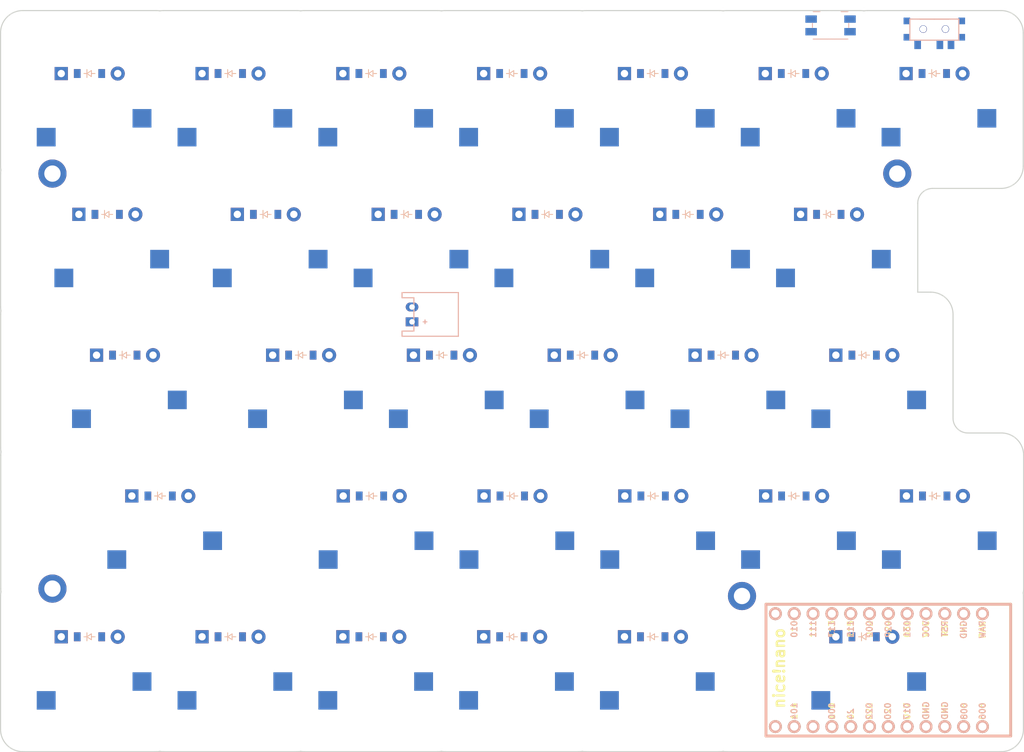
<source format=kicad_pcb>


(kicad_pcb
  (version 20240108)
  (generator "ergogen")
  (generator_version "4.2.1")
  (general
    (thickness 1.6)
    (legacy_teardrops no)
  )
  (paper "A3")
  (title_block
    (title "left")
    (date "2026-01-21")
    (rev "v1.0.0")
    (company "Unknown")
  )

  (layers
    (0 "F.Cu" signal)
    (31 "B.Cu" signal)
    (32 "B.Adhes" user "B.Adhesive")
    (33 "F.Adhes" user "F.Adhesive")
    (34 "B.Paste" user)
    (35 "F.Paste" user)
    (36 "B.SilkS" user "B.Silkscreen")
    (37 "F.SilkS" user "F.Silkscreen")
    (38 "B.Mask" user)
    (39 "F.Mask" user)
    (40 "Dwgs.User" user "User.Drawings")
    (41 "Cmts.User" user "User.Comments")
    (42 "Eco1.User" user "User.Eco1")
    (43 "Eco2.User" user "User.Eco2")
    (44 "Edge.Cuts" user)
    (45 "Margin" user)
    (46 "B.CrtYd" user "B.Courtyard")
    (47 "F.CrtYd" user "F.Courtyard")
    (48 "B.Fab" user)
    (49 "F.Fab" user)
  )

  (setup
    (pad_to_mask_clearance 0.05)
    (allow_soldermask_bridges_in_footprints no)
    (pcbplotparams
      (layerselection 0x00010fc_ffffffff)
      (plot_on_all_layers_selection 0x0000000_00000000)
      (disableapertmacros no)
      (usegerberextensions no)
      (usegerberattributes yes)
      (usegerberadvancedattributes yes)
      (creategerberjobfile yes)
      (dashed_line_dash_ratio 12.000000)
      (dashed_line_gap_ratio 3.000000)
      (svgprecision 4)
      (plotframeref no)
      (viasonmask no)
      (mode 1)
      (useauxorigin no)
      (hpglpennumber 1)
      (hpglpenspeed 20)
      (hpglpendiameter 15.000000)
      (pdf_front_fp_property_popups yes)
      (pdf_back_fp_property_popups yes)
      (dxfpolygonmode yes)
      (dxfimperialunits yes)
      (dxfusepcbnewfont yes)
      (psnegative no)
      (psa4output no)
      (plotreference yes)
      (plotvalue yes)
      (plotfptext yes)
      (plotinvisibletext no)
      (sketchpadsonfab no)
      (subtractmaskfromsilk no)
      (outputformat 1)
      (mirror no)
      (drillshape 1)
      (scaleselection 1)
      (outputdirectory "")
    )
  )

  (net 0 "")
(net 1 "P106")
(net 2 "c1_mod")
(net 3 "c1_bottom")
(net 4 "c1_home")
(net 5 "c1_top")
(net 6 "c1_num")
(net 7 "P008")
(net 8 "c2_mod")
(net 9 "c2_bottom")
(net 10 "c2_home")
(net 11 "c2_top")
(net 12 "c2_num")
(net 13 "P009")
(net 14 "c3_mod")
(net 15 "c3_bottom")
(net 16 "c3_home")
(net 17 "c3_top")
(net 18 "c3_num")
(net 19 "P020")
(net 20 "c4_mod")
(net 21 "c4_bottom")
(net 22 "c4_home")
(net 23 "c4_top")
(net 24 "c4_num")
(net 25 "P111")
(net 26 "c5_mod")
(net 27 "c5_bottom")
(net 28 "c5_home")
(net 29 "c5_top")
(net 30 "c5_num")
(net 31 "P024")
(net 32 "c6_mod")
(net 33 "c6_bottom")
(net 34 "c6_home")
(net 35 "c6_top")
(net 36 "c6_num")
(net 37 "P100")
(net 38 "c7_num")
(net 39 "RAW")
(net 40 "GND")
(net 41 "RST")
(net 42 "VCC")
(net 43 "P031")
(net 44 "P029")
(net 45 "P002")
(net 46 "P115")
(net 47 "P113")
(net 48 "P010")
(net 49 "P006")
(net 50 "P017")
(net 51 "P022")
(net 52 "P011")
(net 53 "P104")
(net 54 "pos")

  
        
      (module MX (layer F.Cu) (tedit 5DD4F656)
      (at 100 150 180)

      
      (fp_text reference "S1" (at 0 0) (layer F.SilkS) hide (effects (font (size 1.27 1.27) (thickness 0.15))))
      (fp_text value "" (at 0 0) (layer F.SilkS) hide (effects (font (size 1.27 1.27) (thickness 0.15))))

      
      (fp_line (start -7 -6) (end -7 -7) (layer Dwgs.User) (width 0.15))
      (fp_line (start -7 7) (end -6 7) (layer Dwgs.User) (width 0.15))
      (fp_line (start -6 -7) (end -7 -7) (layer Dwgs.User) (width 0.15))
      (fp_line (start -7 7) (end -7 6) (layer Dwgs.User) (width 0.15))
      (fp_line (start 7 6) (end 7 7) (layer Dwgs.User) (width 0.15))
      (fp_line (start 7 -7) (end 6 -7) (layer Dwgs.User) (width 0.15))
      (fp_line (start 6 7) (end 7 7) (layer Dwgs.User) (width 0.15))
      (fp_line (start 7 -7) (end 7 -6) (layer Dwgs.User) (width 0.15))
    
      
      (pad "" np_thru_hole circle (at 0 0) (size 3.9878 3.9878) (drill 3.9878) (layers *.Cu *.Mask))

      
      (pad "" np_thru_hole circle (at 5.08 0) (size 1.7018 1.7018) (drill 1.7018) (layers *.Cu *.Mask))
      (pad "" np_thru_hole circle (at -5.08 0) (size 1.7018 1.7018) (drill 1.7018) (layers *.Cu *.Mask))
      
        
      
      (fp_line (start -9.5 -9.5) (end 9.5 -9.5) (layer Dwgs.User) (width 0.15))
      (fp_line (start 9.5 -9.5) (end 9.5 9.5) (layer Dwgs.User) (width 0.15))
      (fp_line (start 9.5 9.5) (end -9.5 9.5) (layer Dwgs.User) (width 0.15))
      (fp_line (start -9.5 9.5) (end -9.5 -9.5) (layer Dwgs.User) (width 0.15))
      
        
        
        (pad "" np_thru_hole circle (at 2.54 -5.08) (size 3 3) (drill 3) (layers *.Cu *.Mask))
        (pad "" np_thru_hole circle (at -3.81 -2.54) (size 3 3) (drill 3) (layers *.Cu *.Mask))
        
        
        (pad 1 smd rect (at -7.085 -2.54 180) (size 2.55 2.5) (layers B.Cu B.Paste B.Mask) (net 1 "P106"))
        (pad 2 smd rect (at 5.842 -5.08 180) (size 2.55 2.5) (layers B.Cu B.Paste B.Mask) (net 2 "c1_mod"))
        )
        

        
      (module MX (layer F.Cu) (tedit 5DD4F656)
      (at 109.52499999999999 131 180)

      
      (fp_text reference "S2" (at 0 0) (layer F.SilkS) hide (effects (font (size 1.27 1.27) (thickness 0.15))))
      (fp_text value "" (at 0 0) (layer F.SilkS) hide (effects (font (size 1.27 1.27) (thickness 0.15))))

      
      (fp_line (start -7 -6) (end -7 -7) (layer Dwgs.User) (width 0.15))
      (fp_line (start -7 7) (end -6 7) (layer Dwgs.User) (width 0.15))
      (fp_line (start -6 -7) (end -7 -7) (layer Dwgs.User) (width 0.15))
      (fp_line (start -7 7) (end -7 6) (layer Dwgs.User) (width 0.15))
      (fp_line (start 7 6) (end 7 7) (layer Dwgs.User) (width 0.15))
      (fp_line (start 7 -7) (end 6 -7) (layer Dwgs.User) (width 0.15))
      (fp_line (start 6 7) (end 7 7) (layer Dwgs.User) (width 0.15))
      (fp_line (start 7 -7) (end 7 -6) (layer Dwgs.User) (width 0.15))
    
      
      (pad "" np_thru_hole circle (at 0 0) (size 3.9878 3.9878) (drill 3.9878) (layers *.Cu *.Mask))

      
      (pad "" np_thru_hole circle (at 5.08 0) (size 1.7018 1.7018) (drill 1.7018) (layers *.Cu *.Mask))
      (pad "" np_thru_hole circle (at -5.08 0) (size 1.7018 1.7018) (drill 1.7018) (layers *.Cu *.Mask))
      
        
      
      (fp_line (start -9.5 -9.5) (end 9.5 -9.5) (layer Dwgs.User) (width 0.15))
      (fp_line (start 9.5 -9.5) (end 9.5 9.5) (layer Dwgs.User) (width 0.15))
      (fp_line (start 9.5 9.5) (end -9.5 9.5) (layer Dwgs.User) (width 0.15))
      (fp_line (start -9.5 9.5) (end -9.5 -9.5) (layer Dwgs.User) (width 0.15))
      
        
        
        (pad "" np_thru_hole circle (at 2.54 -5.08) (size 3 3) (drill 3) (layers *.Cu *.Mask))
        (pad "" np_thru_hole circle (at -3.81 -2.54) (size 3 3) (drill 3) (layers *.Cu *.Mask))
        
        
        (pad 1 smd rect (at -7.085 -2.54 180) (size 2.55 2.5) (layers B.Cu B.Paste B.Mask) (net 1 "P106"))
        (pad 2 smd rect (at 5.842 -5.08 180) (size 2.55 2.5) (layers B.Cu B.Paste B.Mask) (net 3 "c1_bottom"))
        )
        

        
      (module MX (layer F.Cu) (tedit 5DD4F656)
      (at 104.76249999999999 112 180)

      
      (fp_text reference "S3" (at 0 0) (layer F.SilkS) hide (effects (font (size 1.27 1.27) (thickness 0.15))))
      (fp_text value "" (at 0 0) (layer F.SilkS) hide (effects (font (size 1.27 1.27) (thickness 0.15))))

      
      (fp_line (start -7 -6) (end -7 -7) (layer Dwgs.User) (width 0.15))
      (fp_line (start -7 7) (end -6 7) (layer Dwgs.User) (width 0.15))
      (fp_line (start -6 -7) (end -7 -7) (layer Dwgs.User) (width 0.15))
      (fp_line (start -7 7) (end -7 6) (layer Dwgs.User) (width 0.15))
      (fp_line (start 7 6) (end 7 7) (layer Dwgs.User) (width 0.15))
      (fp_line (start 7 -7) (end 6 -7) (layer Dwgs.User) (width 0.15))
      (fp_line (start 6 7) (end 7 7) (layer Dwgs.User) (width 0.15))
      (fp_line (start 7 -7) (end 7 -6) (layer Dwgs.User) (width 0.15))
    
      
      (pad "" np_thru_hole circle (at 0 0) (size 3.9878 3.9878) (drill 3.9878) (layers *.Cu *.Mask))

      
      (pad "" np_thru_hole circle (at 5.08 0) (size 1.7018 1.7018) (drill 1.7018) (layers *.Cu *.Mask))
      (pad "" np_thru_hole circle (at -5.08 0) (size 1.7018 1.7018) (drill 1.7018) (layers *.Cu *.Mask))
      
        
      
      (fp_line (start -9.5 -9.5) (end 9.5 -9.5) (layer Dwgs.User) (width 0.15))
      (fp_line (start 9.5 -9.5) (end 9.5 9.5) (layer Dwgs.User) (width 0.15))
      (fp_line (start 9.5 9.5) (end -9.5 9.5) (layer Dwgs.User) (width 0.15))
      (fp_line (start -9.5 9.5) (end -9.5 -9.5) (layer Dwgs.User) (width 0.15))
      
        
        
        (pad "" np_thru_hole circle (at 2.54 -5.08) (size 3 3) (drill 3) (layers *.Cu *.Mask))
        (pad "" np_thru_hole circle (at -3.81 -2.54) (size 3 3) (drill 3) (layers *.Cu *.Mask))
        
        
        (pad 1 smd rect (at -7.085 -2.54 180) (size 2.55 2.5) (layers B.Cu B.Paste B.Mask) (net 1 "P106"))
        (pad 2 smd rect (at 5.842 -5.08 180) (size 2.55 2.5) (layers B.Cu B.Paste B.Mask) (net 4 "c1_home"))
        )
        

        
      (module MX (layer F.Cu) (tedit 5DD4F656)
      (at 102.38125 93 180)

      
      (fp_text reference "S4" (at 0 0) (layer F.SilkS) hide (effects (font (size 1.27 1.27) (thickness 0.15))))
      (fp_text value "" (at 0 0) (layer F.SilkS) hide (effects (font (size 1.27 1.27) (thickness 0.15))))

      
      (fp_line (start -7 -6) (end -7 -7) (layer Dwgs.User) (width 0.15))
      (fp_line (start -7 7) (end -6 7) (layer Dwgs.User) (width 0.15))
      (fp_line (start -6 -7) (end -7 -7) (layer Dwgs.User) (width 0.15))
      (fp_line (start -7 7) (end -7 6) (layer Dwgs.User) (width 0.15))
      (fp_line (start 7 6) (end 7 7) (layer Dwgs.User) (width 0.15))
      (fp_line (start 7 -7) (end 6 -7) (layer Dwgs.User) (width 0.15))
      (fp_line (start 6 7) (end 7 7) (layer Dwgs.User) (width 0.15))
      (fp_line (start 7 -7) (end 7 -6) (layer Dwgs.User) (width 0.15))
    
      
      (pad "" np_thru_hole circle (at 0 0) (size 3.9878 3.9878) (drill 3.9878) (layers *.Cu *.Mask))

      
      (pad "" np_thru_hole circle (at 5.08 0) (size 1.7018 1.7018) (drill 1.7018) (layers *.Cu *.Mask))
      (pad "" np_thru_hole circle (at -5.08 0) (size 1.7018 1.7018) (drill 1.7018) (layers *.Cu *.Mask))
      
        
      
      (fp_line (start -9.5 -9.5) (end 9.5 -9.5) (layer Dwgs.User) (width 0.15))
      (fp_line (start 9.5 -9.5) (end 9.5 9.5) (layer Dwgs.User) (width 0.15))
      (fp_line (start 9.5 9.5) (end -9.5 9.5) (layer Dwgs.User) (width 0.15))
      (fp_line (start -9.5 9.5) (end -9.5 -9.5) (layer Dwgs.User) (width 0.15))
      
        
        
        (pad "" np_thru_hole circle (at 2.54 -5.08) (size 3 3) (drill 3) (layers *.Cu *.Mask))
        (pad "" np_thru_hole circle (at -3.81 -2.54) (size 3 3) (drill 3) (layers *.Cu *.Mask))
        
        
        (pad 1 smd rect (at -7.085 -2.54 180) (size 2.55 2.5) (layers B.Cu B.Paste B.Mask) (net 1 "P106"))
        (pad 2 smd rect (at 5.842 -5.08 180) (size 2.55 2.5) (layers B.Cu B.Paste B.Mask) (net 5 "c1_top"))
        )
        

        
      (module MX (layer F.Cu) (tedit 5DD4F656)
      (at 99.99999999999999 74 180)

      
      (fp_text reference "S5" (at 0 0) (layer F.SilkS) hide (effects (font (size 1.27 1.27) (thickness 0.15))))
      (fp_text value "" (at 0 0) (layer F.SilkS) hide (effects (font (size 1.27 1.27) (thickness 0.15))))

      
      (fp_line (start -7 -6) (end -7 -7) (layer Dwgs.User) (width 0.15))
      (fp_line (start -7 7) (end -6 7) (layer Dwgs.User) (width 0.15))
      (fp_line (start -6 -7) (end -7 -7) (layer Dwgs.User) (width 0.15))
      (fp_line (start -7 7) (end -7 6) (layer Dwgs.User) (width 0.15))
      (fp_line (start 7 6) (end 7 7) (layer Dwgs.User) (width 0.15))
      (fp_line (start 7 -7) (end 6 -7) (layer Dwgs.User) (width 0.15))
      (fp_line (start 6 7) (end 7 7) (layer Dwgs.User) (width 0.15))
      (fp_line (start 7 -7) (end 7 -6) (layer Dwgs.User) (width 0.15))
    
      
      (pad "" np_thru_hole circle (at 0 0) (size 3.9878 3.9878) (drill 3.9878) (layers *.Cu *.Mask))

      
      (pad "" np_thru_hole circle (at 5.08 0) (size 1.7018 1.7018) (drill 1.7018) (layers *.Cu *.Mask))
      (pad "" np_thru_hole circle (at -5.08 0) (size 1.7018 1.7018) (drill 1.7018) (layers *.Cu *.Mask))
      
        
      
      (fp_line (start -9.5 -9.5) (end 9.5 -9.5) (layer Dwgs.User) (width 0.15))
      (fp_line (start 9.5 -9.5) (end 9.5 9.5) (layer Dwgs.User) (width 0.15))
      (fp_line (start 9.5 9.5) (end -9.5 9.5) (layer Dwgs.User) (width 0.15))
      (fp_line (start -9.5 9.5) (end -9.5 -9.5) (layer Dwgs.User) (width 0.15))
      
        
        
        (pad "" np_thru_hole circle (at 2.54 -5.08) (size 3 3) (drill 3) (layers *.Cu *.Mask))
        (pad "" np_thru_hole circle (at -3.81 -2.54) (size 3 3) (drill 3) (layers *.Cu *.Mask))
        
        
        (pad 1 smd rect (at -7.085 -2.54 180) (size 2.55 2.5) (layers B.Cu B.Paste B.Mask) (net 1 "P106"))
        (pad 2 smd rect (at 5.842 -5.08 180) (size 2.55 2.5) (layers B.Cu B.Paste B.Mask) (net 6 "c1_num"))
        )
        

        
      (module MX (layer F.Cu) (tedit 5DD4F656)
      (at 119 150 180)

      
      (fp_text reference "S6" (at 0 0) (layer F.SilkS) hide (effects (font (size 1.27 1.27) (thickness 0.15))))
      (fp_text value "" (at 0 0) (layer F.SilkS) hide (effects (font (size 1.27 1.27) (thickness 0.15))))

      
      (fp_line (start -7 -6) (end -7 -7) (layer Dwgs.User) (width 0.15))
      (fp_line (start -7 7) (end -6 7) (layer Dwgs.User) (width 0.15))
      (fp_line (start -6 -7) (end -7 -7) (layer Dwgs.User) (width 0.15))
      (fp_line (start -7 7) (end -7 6) (layer Dwgs.User) (width 0.15))
      (fp_line (start 7 6) (end 7 7) (layer Dwgs.User) (width 0.15))
      (fp_line (start 7 -7) (end 6 -7) (layer Dwgs.User) (width 0.15))
      (fp_line (start 6 7) (end 7 7) (layer Dwgs.User) (width 0.15))
      (fp_line (start 7 -7) (end 7 -6) (layer Dwgs.User) (width 0.15))
    
      
      (pad "" np_thru_hole circle (at 0 0) (size 3.9878 3.9878) (drill 3.9878) (layers *.Cu *.Mask))

      
      (pad "" np_thru_hole circle (at 5.08 0) (size 1.7018 1.7018) (drill 1.7018) (layers *.Cu *.Mask))
      (pad "" np_thru_hole circle (at -5.08 0) (size 1.7018 1.7018) (drill 1.7018) (layers *.Cu *.Mask))
      
        
      
      (fp_line (start -9.5 -9.5) (end 9.5 -9.5) (layer Dwgs.User) (width 0.15))
      (fp_line (start 9.5 -9.5) (end 9.5 9.5) (layer Dwgs.User) (width 0.15))
      (fp_line (start 9.5 9.5) (end -9.5 9.5) (layer Dwgs.User) (width 0.15))
      (fp_line (start -9.5 9.5) (end -9.5 -9.5) (layer Dwgs.User) (width 0.15))
      
        
        
        (pad "" np_thru_hole circle (at 2.54 -5.08) (size 3 3) (drill 3) (layers *.Cu *.Mask))
        (pad "" np_thru_hole circle (at -3.81 -2.54) (size 3 3) (drill 3) (layers *.Cu *.Mask))
        
        
        (pad 1 smd rect (at -7.085 -2.54 180) (size 2.55 2.5) (layers B.Cu B.Paste B.Mask) (net 7 "P008"))
        (pad 2 smd rect (at 5.842 -5.08 180) (size 2.55 2.5) (layers B.Cu B.Paste B.Mask) (net 8 "c2_mod"))
        )
        

        
      (module MX (layer F.Cu) (tedit 5DD4F656)
      (at 138.05 131 180)

      
      (fp_text reference "S7" (at 0 0) (layer F.SilkS) hide (effects (font (size 1.27 1.27) (thickness 0.15))))
      (fp_text value "" (at 0 0) (layer F.SilkS) hide (effects (font (size 1.27 1.27) (thickness 0.15))))

      
      (fp_line (start -7 -6) (end -7 -7) (layer Dwgs.User) (width 0.15))
      (fp_line (start -7 7) (end -6 7) (layer Dwgs.User) (width 0.15))
      (fp_line (start -6 -7) (end -7 -7) (layer Dwgs.User) (width 0.15))
      (fp_line (start -7 7) (end -7 6) (layer Dwgs.User) (width 0.15))
      (fp_line (start 7 6) (end 7 7) (layer Dwgs.User) (width 0.15))
      (fp_line (start 7 -7) (end 6 -7) (layer Dwgs.User) (width 0.15))
      (fp_line (start 6 7) (end 7 7) (layer Dwgs.User) (width 0.15))
      (fp_line (start 7 -7) (end 7 -6) (layer Dwgs.User) (width 0.15))
    
      
      (pad "" np_thru_hole circle (at 0 0) (size 3.9878 3.9878) (drill 3.9878) (layers *.Cu *.Mask))

      
      (pad "" np_thru_hole circle (at 5.08 0) (size 1.7018 1.7018) (drill 1.7018) (layers *.Cu *.Mask))
      (pad "" np_thru_hole circle (at -5.08 0) (size 1.7018 1.7018) (drill 1.7018) (layers *.Cu *.Mask))
      
        
      
      (fp_line (start -9.5 -9.5) (end 9.5 -9.5) (layer Dwgs.User) (width 0.15))
      (fp_line (start 9.5 -9.5) (end 9.5 9.5) (layer Dwgs.User) (width 0.15))
      (fp_line (start 9.5 9.5) (end -9.5 9.5) (layer Dwgs.User) (width 0.15))
      (fp_line (start -9.5 9.5) (end -9.5 -9.5) (layer Dwgs.User) (width 0.15))
      
        
        
        (pad "" np_thru_hole circle (at 2.54 -5.08) (size 3 3) (drill 3) (layers *.Cu *.Mask))
        (pad "" np_thru_hole circle (at -3.81 -2.54) (size 3 3) (drill 3) (layers *.Cu *.Mask))
        
        
        (pad 1 smd rect (at -7.085 -2.54 180) (size 2.55 2.5) (layers B.Cu B.Paste B.Mask) (net 7 "P008"))
        (pad 2 smd rect (at 5.842 -5.08 180) (size 2.55 2.5) (layers B.Cu B.Paste B.Mask) (net 9 "c2_bottom"))
        )
        

        
      (module MX (layer F.Cu) (tedit 5DD4F656)
      (at 128.525 112 180)

      
      (fp_text reference "S8" (at 0 0) (layer F.SilkS) hide (effects (font (size 1.27 1.27) (thickness 0.15))))
      (fp_text value "" (at 0 0) (layer F.SilkS) hide (effects (font (size 1.27 1.27) (thickness 0.15))))

      
      (fp_line (start -7 -6) (end -7 -7) (layer Dwgs.User) (width 0.15))
      (fp_line (start -7 7) (end -6 7) (layer Dwgs.User) (width 0.15))
      (fp_line (start -6 -7) (end -7 -7) (layer Dwgs.User) (width 0.15))
      (fp_line (start -7 7) (end -7 6) (layer Dwgs.User) (width 0.15))
      (fp_line (start 7 6) (end 7 7) (layer Dwgs.User) (width 0.15))
      (fp_line (start 7 -7) (end 6 -7) (layer Dwgs.User) (width 0.15))
      (fp_line (start 6 7) (end 7 7) (layer Dwgs.User) (width 0.15))
      (fp_line (start 7 -7) (end 7 -6) (layer Dwgs.User) (width 0.15))
    
      
      (pad "" np_thru_hole circle (at 0 0) (size 3.9878 3.9878) (drill 3.9878) (layers *.Cu *.Mask))

      
      (pad "" np_thru_hole circle (at 5.08 0) (size 1.7018 1.7018) (drill 1.7018) (layers *.Cu *.Mask))
      (pad "" np_thru_hole circle (at -5.08 0) (size 1.7018 1.7018) (drill 1.7018) (layers *.Cu *.Mask))
      
        
      
      (fp_line (start -9.5 -9.5) (end 9.5 -9.5) (layer Dwgs.User) (width 0.15))
      (fp_line (start 9.5 -9.5) (end 9.5 9.5) (layer Dwgs.User) (width 0.15))
      (fp_line (start 9.5 9.5) (end -9.5 9.5) (layer Dwgs.User) (width 0.15))
      (fp_line (start -9.5 9.5) (end -9.5 -9.5) (layer Dwgs.User) (width 0.15))
      
        
        
        (pad "" np_thru_hole circle (at 2.54 -5.08) (size 3 3) (drill 3) (layers *.Cu *.Mask))
        (pad "" np_thru_hole circle (at -3.81 -2.54) (size 3 3) (drill 3) (layers *.Cu *.Mask))
        
        
        (pad 1 smd rect (at -7.085 -2.54 180) (size 2.55 2.5) (layers B.Cu B.Paste B.Mask) (net 7 "P008"))
        (pad 2 smd rect (at 5.842 -5.08 180) (size 2.55 2.5) (layers B.Cu B.Paste B.Mask) (net 10 "c2_home"))
        )
        

        
      (module MX (layer F.Cu) (tedit 5DD4F656)
      (at 123.7625 93 180)

      
      (fp_text reference "S9" (at 0 0) (layer F.SilkS) hide (effects (font (size 1.27 1.27) (thickness 0.15))))
      (fp_text value "" (at 0 0) (layer F.SilkS) hide (effects (font (size 1.27 1.27) (thickness 0.15))))

      
      (fp_line (start -7 -6) (end -7 -7) (layer Dwgs.User) (width 0.15))
      (fp_line (start -7 7) (end -6 7) (layer Dwgs.User) (width 0.15))
      (fp_line (start -6 -7) (end -7 -7) (layer Dwgs.User) (width 0.15))
      (fp_line (start -7 7) (end -7 6) (layer Dwgs.User) (width 0.15))
      (fp_line (start 7 6) (end 7 7) (layer Dwgs.User) (width 0.15))
      (fp_line (start 7 -7) (end 6 -7) (layer Dwgs.User) (width 0.15))
      (fp_line (start 6 7) (end 7 7) (layer Dwgs.User) (width 0.15))
      (fp_line (start 7 -7) (end 7 -6) (layer Dwgs.User) (width 0.15))
    
      
      (pad "" np_thru_hole circle (at 0 0) (size 3.9878 3.9878) (drill 3.9878) (layers *.Cu *.Mask))

      
      (pad "" np_thru_hole circle (at 5.08 0) (size 1.7018 1.7018) (drill 1.7018) (layers *.Cu *.Mask))
      (pad "" np_thru_hole circle (at -5.08 0) (size 1.7018 1.7018) (drill 1.7018) (layers *.Cu *.Mask))
      
        
      
      (fp_line (start -9.5 -9.5) (end 9.5 -9.5) (layer Dwgs.User) (width 0.15))
      (fp_line (start 9.5 -9.5) (end 9.5 9.5) (layer Dwgs.User) (width 0.15))
      (fp_line (start 9.5 9.5) (end -9.5 9.5) (layer Dwgs.User) (width 0.15))
      (fp_line (start -9.5 9.5) (end -9.5 -9.5) (layer Dwgs.User) (width 0.15))
      
        
        
        (pad "" np_thru_hole circle (at 2.54 -5.08) (size 3 3) (drill 3) (layers *.Cu *.Mask))
        (pad "" np_thru_hole circle (at -3.81 -2.54) (size 3 3) (drill 3) (layers *.Cu *.Mask))
        
        
        (pad 1 smd rect (at -7.085 -2.54 180) (size 2.55 2.5) (layers B.Cu B.Paste B.Mask) (net 7 "P008"))
        (pad 2 smd rect (at 5.842 -5.08 180) (size 2.55 2.5) (layers B.Cu B.Paste B.Mask) (net 11 "c2_top"))
        )
        

        
      (module MX (layer F.Cu) (tedit 5DD4F656)
      (at 119 74 180)

      
      (fp_text reference "S10" (at 0 0) (layer F.SilkS) hide (effects (font (size 1.27 1.27) (thickness 0.15))))
      (fp_text value "" (at 0 0) (layer F.SilkS) hide (effects (font (size 1.27 1.27) (thickness 0.15))))

      
      (fp_line (start -7 -6) (end -7 -7) (layer Dwgs.User) (width 0.15))
      (fp_line (start -7 7) (end -6 7) (layer Dwgs.User) (width 0.15))
      (fp_line (start -6 -7) (end -7 -7) (layer Dwgs.User) (width 0.15))
      (fp_line (start -7 7) (end -7 6) (layer Dwgs.User) (width 0.15))
      (fp_line (start 7 6) (end 7 7) (layer Dwgs.User) (width 0.15))
      (fp_line (start 7 -7) (end 6 -7) (layer Dwgs.User) (width 0.15))
      (fp_line (start 6 7) (end 7 7) (layer Dwgs.User) (width 0.15))
      (fp_line (start 7 -7) (end 7 -6) (layer Dwgs.User) (width 0.15))
    
      
      (pad "" np_thru_hole circle (at 0 0) (size 3.9878 3.9878) (drill 3.9878) (layers *.Cu *.Mask))

      
      (pad "" np_thru_hole circle (at 5.08 0) (size 1.7018 1.7018) (drill 1.7018) (layers *.Cu *.Mask))
      (pad "" np_thru_hole circle (at -5.08 0) (size 1.7018 1.7018) (drill 1.7018) (layers *.Cu *.Mask))
      
        
      
      (fp_line (start -9.5 -9.5) (end 9.5 -9.5) (layer Dwgs.User) (width 0.15))
      (fp_line (start 9.5 -9.5) (end 9.5 9.5) (layer Dwgs.User) (width 0.15))
      (fp_line (start 9.5 9.5) (end -9.5 9.5) (layer Dwgs.User) (width 0.15))
      (fp_line (start -9.5 9.5) (end -9.5 -9.5) (layer Dwgs.User) (width 0.15))
      
        
        
        (pad "" np_thru_hole circle (at 2.54 -5.08) (size 3 3) (drill 3) (layers *.Cu *.Mask))
        (pad "" np_thru_hole circle (at -3.81 -2.54) (size 3 3) (drill 3) (layers *.Cu *.Mask))
        
        
        (pad 1 smd rect (at -7.085 -2.54 180) (size 2.55 2.5) (layers B.Cu B.Paste B.Mask) (net 7 "P008"))
        (pad 2 smd rect (at 5.842 -5.08 180) (size 2.55 2.5) (layers B.Cu B.Paste B.Mask) (net 12 "c2_num"))
        )
        

        
      (module MX (layer F.Cu) (tedit 5DD4F656)
      (at 138 150 180)

      
      (fp_text reference "S11" (at 0 0) (layer F.SilkS) hide (effects (font (size 1.27 1.27) (thickness 0.15))))
      (fp_text value "" (at 0 0) (layer F.SilkS) hide (effects (font (size 1.27 1.27) (thickness 0.15))))

      
      (fp_line (start -7 -6) (end -7 -7) (layer Dwgs.User) (width 0.15))
      (fp_line (start -7 7) (end -6 7) (layer Dwgs.User) (width 0.15))
      (fp_line (start -6 -7) (end -7 -7) (layer Dwgs.User) (width 0.15))
      (fp_line (start -7 7) (end -7 6) (layer Dwgs.User) (width 0.15))
      (fp_line (start 7 6) (end 7 7) (layer Dwgs.User) (width 0.15))
      (fp_line (start 7 -7) (end 6 -7) (layer Dwgs.User) (width 0.15))
      (fp_line (start 6 7) (end 7 7) (layer Dwgs.User) (width 0.15))
      (fp_line (start 7 -7) (end 7 -6) (layer Dwgs.User) (width 0.15))
    
      
      (pad "" np_thru_hole circle (at 0 0) (size 3.9878 3.9878) (drill 3.9878) (layers *.Cu *.Mask))

      
      (pad "" np_thru_hole circle (at 5.08 0) (size 1.7018 1.7018) (drill 1.7018) (layers *.Cu *.Mask))
      (pad "" np_thru_hole circle (at -5.08 0) (size 1.7018 1.7018) (drill 1.7018) (layers *.Cu *.Mask))
      
        
      
      (fp_line (start -9.5 -9.5) (end 9.5 -9.5) (layer Dwgs.User) (width 0.15))
      (fp_line (start 9.5 -9.5) (end 9.5 9.5) (layer Dwgs.User) (width 0.15))
      (fp_line (start 9.5 9.5) (end -9.5 9.5) (layer Dwgs.User) (width 0.15))
      (fp_line (start -9.5 9.5) (end -9.5 -9.5) (layer Dwgs.User) (width 0.15))
      
        
        
        (pad "" np_thru_hole circle (at 2.54 -5.08) (size 3 3) (drill 3) (layers *.Cu *.Mask))
        (pad "" np_thru_hole circle (at -3.81 -2.54) (size 3 3) (drill 3) (layers *.Cu *.Mask))
        
        
        (pad 1 smd rect (at -7.085 -2.54 180) (size 2.55 2.5) (layers B.Cu B.Paste B.Mask) (net 13 "P009"))
        (pad 2 smd rect (at 5.842 -5.08 180) (size 2.55 2.5) (layers B.Cu B.Paste B.Mask) (net 14 "c3_mod"))
        )
        

        
      (module MX (layer F.Cu) (tedit 5DD4F656)
      (at 157.05 131 180)

      
      (fp_text reference "S12" (at 0 0) (layer F.SilkS) hide (effects (font (size 1.27 1.27) (thickness 0.15))))
      (fp_text value "" (at 0 0) (layer F.SilkS) hide (effects (font (size 1.27 1.27) (thickness 0.15))))

      
      (fp_line (start -7 -6) (end -7 -7) (layer Dwgs.User) (width 0.15))
      (fp_line (start -7 7) (end -6 7) (layer Dwgs.User) (width 0.15))
      (fp_line (start -6 -7) (end -7 -7) (layer Dwgs.User) (width 0.15))
      (fp_line (start -7 7) (end -7 6) (layer Dwgs.User) (width 0.15))
      (fp_line (start 7 6) (end 7 7) (layer Dwgs.User) (width 0.15))
      (fp_line (start 7 -7) (end 6 -7) (layer Dwgs.User) (width 0.15))
      (fp_line (start 6 7) (end 7 7) (layer Dwgs.User) (width 0.15))
      (fp_line (start 7 -7) (end 7 -6) (layer Dwgs.User) (width 0.15))
    
      
      (pad "" np_thru_hole circle (at 0 0) (size 3.9878 3.9878) (drill 3.9878) (layers *.Cu *.Mask))

      
      (pad "" np_thru_hole circle (at 5.08 0) (size 1.7018 1.7018) (drill 1.7018) (layers *.Cu *.Mask))
      (pad "" np_thru_hole circle (at -5.08 0) (size 1.7018 1.7018) (drill 1.7018) (layers *.Cu *.Mask))
      
        
      
      (fp_line (start -9.5 -9.5) (end 9.5 -9.5) (layer Dwgs.User) (width 0.15))
      (fp_line (start 9.5 -9.5) (end 9.5 9.5) (layer Dwgs.User) (width 0.15))
      (fp_line (start 9.5 9.5) (end -9.5 9.5) (layer Dwgs.User) (width 0.15))
      (fp_line (start -9.5 9.5) (end -9.5 -9.5) (layer Dwgs.User) (width 0.15))
      
        
        
        (pad "" np_thru_hole circle (at 2.54 -5.08) (size 3 3) (drill 3) (layers *.Cu *.Mask))
        (pad "" np_thru_hole circle (at -3.81 -2.54) (size 3 3) (drill 3) (layers *.Cu *.Mask))
        
        
        (pad 1 smd rect (at -7.085 -2.54 180) (size 2.55 2.5) (layers B.Cu B.Paste B.Mask) (net 13 "P009"))
        (pad 2 smd rect (at 5.842 -5.08 180) (size 2.55 2.5) (layers B.Cu B.Paste B.Mask) (net 15 "c3_bottom"))
        )
        

        
      (module MX (layer F.Cu) (tedit 5DD4F656)
      (at 147.525 112 180)

      
      (fp_text reference "S13" (at 0 0) (layer F.SilkS) hide (effects (font (size 1.27 1.27) (thickness 0.15))))
      (fp_text value "" (at 0 0) (layer F.SilkS) hide (effects (font (size 1.27 1.27) (thickness 0.15))))

      
      (fp_line (start -7 -6) (end -7 -7) (layer Dwgs.User) (width 0.15))
      (fp_line (start -7 7) (end -6 7) (layer Dwgs.User) (width 0.15))
      (fp_line (start -6 -7) (end -7 -7) (layer Dwgs.User) (width 0.15))
      (fp_line (start -7 7) (end -7 6) (layer Dwgs.User) (width 0.15))
      (fp_line (start 7 6) (end 7 7) (layer Dwgs.User) (width 0.15))
      (fp_line (start 7 -7) (end 6 -7) (layer Dwgs.User) (width 0.15))
      (fp_line (start 6 7) (end 7 7) (layer Dwgs.User) (width 0.15))
      (fp_line (start 7 -7) (end 7 -6) (layer Dwgs.User) (width 0.15))
    
      
      (pad "" np_thru_hole circle (at 0 0) (size 3.9878 3.9878) (drill 3.9878) (layers *.Cu *.Mask))

      
      (pad "" np_thru_hole circle (at 5.08 0) (size 1.7018 1.7018) (drill 1.7018) (layers *.Cu *.Mask))
      (pad "" np_thru_hole circle (at -5.08 0) (size 1.7018 1.7018) (drill 1.7018) (layers *.Cu *.Mask))
      
        
      
      (fp_line (start -9.5 -9.5) (end 9.5 -9.5) (layer Dwgs.User) (width 0.15))
      (fp_line (start 9.5 -9.5) (end 9.5 9.5) (layer Dwgs.User) (width 0.15))
      (fp_line (start 9.5 9.5) (end -9.5 9.5) (layer Dwgs.User) (width 0.15))
      (fp_line (start -9.5 9.5) (end -9.5 -9.5) (layer Dwgs.User) (width 0.15))
      
        
        
        (pad "" np_thru_hole circle (at 2.54 -5.08) (size 3 3) (drill 3) (layers *.Cu *.Mask))
        (pad "" np_thru_hole circle (at -3.81 -2.54) (size 3 3) (drill 3) (layers *.Cu *.Mask))
        
        
        (pad 1 smd rect (at -7.085 -2.54 180) (size 2.55 2.5) (layers B.Cu B.Paste B.Mask) (net 13 "P009"))
        (pad 2 smd rect (at 5.842 -5.08 180) (size 2.55 2.5) (layers B.Cu B.Paste B.Mask) (net 16 "c3_home"))
        )
        

        
      (module MX (layer F.Cu) (tedit 5DD4F656)
      (at 142.76250000000002 93 180)

      
      (fp_text reference "S14" (at 0 0) (layer F.SilkS) hide (effects (font (size 1.27 1.27) (thickness 0.15))))
      (fp_text value "" (at 0 0) (layer F.SilkS) hide (effects (font (size 1.27 1.27) (thickness 0.15))))

      
      (fp_line (start -7 -6) (end -7 -7) (layer Dwgs.User) (width 0.15))
      (fp_line (start -7 7) (end -6 7) (layer Dwgs.User) (width 0.15))
      (fp_line (start -6 -7) (end -7 -7) (layer Dwgs.User) (width 0.15))
      (fp_line (start -7 7) (end -7 6) (layer Dwgs.User) (width 0.15))
      (fp_line (start 7 6) (end 7 7) (layer Dwgs.User) (width 0.15))
      (fp_line (start 7 -7) (end 6 -7) (layer Dwgs.User) (width 0.15))
      (fp_line (start 6 7) (end 7 7) (layer Dwgs.User) (width 0.15))
      (fp_line (start 7 -7) (end 7 -6) (layer Dwgs.User) (width 0.15))
    
      
      (pad "" np_thru_hole circle (at 0 0) (size 3.9878 3.9878) (drill 3.9878) (layers *.Cu *.Mask))

      
      (pad "" np_thru_hole circle (at 5.08 0) (size 1.7018 1.7018) (drill 1.7018) (layers *.Cu *.Mask))
      (pad "" np_thru_hole circle (at -5.08 0) (size 1.7018 1.7018) (drill 1.7018) (layers *.Cu *.Mask))
      
        
      
      (fp_line (start -9.5 -9.5) (end 9.5 -9.5) (layer Dwgs.User) (width 0.15))
      (fp_line (start 9.5 -9.5) (end 9.5 9.5) (layer Dwgs.User) (width 0.15))
      (fp_line (start 9.5 9.5) (end -9.5 9.5) (layer Dwgs.User) (width 0.15))
      (fp_line (start -9.5 9.5) (end -9.5 -9.5) (layer Dwgs.User) (width 0.15))
      
        
        
        (pad "" np_thru_hole circle (at 2.54 -5.08) (size 3 3) (drill 3) (layers *.Cu *.Mask))
        (pad "" np_thru_hole circle (at -3.81 -2.54) (size 3 3) (drill 3) (layers *.Cu *.Mask))
        
        
        (pad 1 smd rect (at -7.085 -2.54 180) (size 2.55 2.5) (layers B.Cu B.Paste B.Mask) (net 13 "P009"))
        (pad 2 smd rect (at 5.842 -5.08 180) (size 2.55 2.5) (layers B.Cu B.Paste B.Mask) (net 17 "c3_top"))
        )
        

        
      (module MX (layer F.Cu) (tedit 5DD4F656)
      (at 138.00000000000003 74 180)

      
      (fp_text reference "S15" (at 0 0) (layer F.SilkS) hide (effects (font (size 1.27 1.27) (thickness 0.15))))
      (fp_text value "" (at 0 0) (layer F.SilkS) hide (effects (font (size 1.27 1.27) (thickness 0.15))))

      
      (fp_line (start -7 -6) (end -7 -7) (layer Dwgs.User) (width 0.15))
      (fp_line (start -7 7) (end -6 7) (layer Dwgs.User) (width 0.15))
      (fp_line (start -6 -7) (end -7 -7) (layer Dwgs.User) (width 0.15))
      (fp_line (start -7 7) (end -7 6) (layer Dwgs.User) (width 0.15))
      (fp_line (start 7 6) (end 7 7) (layer Dwgs.User) (width 0.15))
      (fp_line (start 7 -7) (end 6 -7) (layer Dwgs.User) (width 0.15))
      (fp_line (start 6 7) (end 7 7) (layer Dwgs.User) (width 0.15))
      (fp_line (start 7 -7) (end 7 -6) (layer Dwgs.User) (width 0.15))
    
      
      (pad "" np_thru_hole circle (at 0 0) (size 3.9878 3.9878) (drill 3.9878) (layers *.Cu *.Mask))

      
      (pad "" np_thru_hole circle (at 5.08 0) (size 1.7018 1.7018) (drill 1.7018) (layers *.Cu *.Mask))
      (pad "" np_thru_hole circle (at -5.08 0) (size 1.7018 1.7018) (drill 1.7018) (layers *.Cu *.Mask))
      
        
      
      (fp_line (start -9.5 -9.5) (end 9.5 -9.5) (layer Dwgs.User) (width 0.15))
      (fp_line (start 9.5 -9.5) (end 9.5 9.5) (layer Dwgs.User) (width 0.15))
      (fp_line (start 9.5 9.5) (end -9.5 9.5) (layer Dwgs.User) (width 0.15))
      (fp_line (start -9.5 9.5) (end -9.5 -9.5) (layer Dwgs.User) (width 0.15))
      
        
        
        (pad "" np_thru_hole circle (at 2.54 -5.08) (size 3 3) (drill 3) (layers *.Cu *.Mask))
        (pad "" np_thru_hole circle (at -3.81 -2.54) (size 3 3) (drill 3) (layers *.Cu *.Mask))
        
        
        (pad 1 smd rect (at -7.085 -2.54 180) (size 2.55 2.5) (layers B.Cu B.Paste B.Mask) (net 13 "P009"))
        (pad 2 smd rect (at 5.842 -5.08 180) (size 2.55 2.5) (layers B.Cu B.Paste B.Mask) (net 18 "c3_num"))
        )
        

        
      (module MX (layer F.Cu) (tedit 5DD4F656)
      (at 157 150 180)

      
      (fp_text reference "S16" (at 0 0) (layer F.SilkS) hide (effects (font (size 1.27 1.27) (thickness 0.15))))
      (fp_text value "" (at 0 0) (layer F.SilkS) hide (effects (font (size 1.27 1.27) (thickness 0.15))))

      
      (fp_line (start -7 -6) (end -7 -7) (layer Dwgs.User) (width 0.15))
      (fp_line (start -7 7) (end -6 7) (layer Dwgs.User) (width 0.15))
      (fp_line (start -6 -7) (end -7 -7) (layer Dwgs.User) (width 0.15))
      (fp_line (start -7 7) (end -7 6) (layer Dwgs.User) (width 0.15))
      (fp_line (start 7 6) (end 7 7) (layer Dwgs.User) (width 0.15))
      (fp_line (start 7 -7) (end 6 -7) (layer Dwgs.User) (width 0.15))
      (fp_line (start 6 7) (end 7 7) (layer Dwgs.User) (width 0.15))
      (fp_line (start 7 -7) (end 7 -6) (layer Dwgs.User) (width 0.15))
    
      
      (pad "" np_thru_hole circle (at 0 0) (size 3.9878 3.9878) (drill 3.9878) (layers *.Cu *.Mask))

      
      (pad "" np_thru_hole circle (at 5.08 0) (size 1.7018 1.7018) (drill 1.7018) (layers *.Cu *.Mask))
      (pad "" np_thru_hole circle (at -5.08 0) (size 1.7018 1.7018) (drill 1.7018) (layers *.Cu *.Mask))
      
        
      
      (fp_line (start -9.5 -9.5) (end 9.5 -9.5) (layer Dwgs.User) (width 0.15))
      (fp_line (start 9.5 -9.5) (end 9.5 9.5) (layer Dwgs.User) (width 0.15))
      (fp_line (start 9.5 9.5) (end -9.5 9.5) (layer Dwgs.User) (width 0.15))
      (fp_line (start -9.5 9.5) (end -9.5 -9.5) (layer Dwgs.User) (width 0.15))
      
        
        
        (pad "" np_thru_hole circle (at 2.54 -5.08) (size 3 3) (drill 3) (layers *.Cu *.Mask))
        (pad "" np_thru_hole circle (at -3.81 -2.54) (size 3 3) (drill 3) (layers *.Cu *.Mask))
        
        
        (pad 1 smd rect (at -7.085 -2.54 180) (size 2.55 2.5) (layers B.Cu B.Paste B.Mask) (net 19 "P020"))
        (pad 2 smd rect (at 5.842 -5.08 180) (size 2.55 2.5) (layers B.Cu B.Paste B.Mask) (net 20 "c4_mod"))
        )
        

        
      (module MX (layer F.Cu) (tedit 5DD4F656)
      (at 176.05 131 180)

      
      (fp_text reference "S17" (at 0 0) (layer F.SilkS) hide (effects (font (size 1.27 1.27) (thickness 0.15))))
      (fp_text value "" (at 0 0) (layer F.SilkS) hide (effects (font (size 1.27 1.27) (thickness 0.15))))

      
      (fp_line (start -7 -6) (end -7 -7) (layer Dwgs.User) (width 0.15))
      (fp_line (start -7 7) (end -6 7) (layer Dwgs.User) (width 0.15))
      (fp_line (start -6 -7) (end -7 -7) (layer Dwgs.User) (width 0.15))
      (fp_line (start -7 7) (end -7 6) (layer Dwgs.User) (width 0.15))
      (fp_line (start 7 6) (end 7 7) (layer Dwgs.User) (width 0.15))
      (fp_line (start 7 -7) (end 6 -7) (layer Dwgs.User) (width 0.15))
      (fp_line (start 6 7) (end 7 7) (layer Dwgs.User) (width 0.15))
      (fp_line (start 7 -7) (end 7 -6) (layer Dwgs.User) (width 0.15))
    
      
      (pad "" np_thru_hole circle (at 0 0) (size 3.9878 3.9878) (drill 3.9878) (layers *.Cu *.Mask))

      
      (pad "" np_thru_hole circle (at 5.08 0) (size 1.7018 1.7018) (drill 1.7018) (layers *.Cu *.Mask))
      (pad "" np_thru_hole circle (at -5.08 0) (size 1.7018 1.7018) (drill 1.7018) (layers *.Cu *.Mask))
      
        
      
      (fp_line (start -9.5 -9.5) (end 9.5 -9.5) (layer Dwgs.User) (width 0.15))
      (fp_line (start 9.5 -9.5) (end 9.5 9.5) (layer Dwgs.User) (width 0.15))
      (fp_line (start 9.5 9.5) (end -9.5 9.5) (layer Dwgs.User) (width 0.15))
      (fp_line (start -9.5 9.5) (end -9.5 -9.5) (layer Dwgs.User) (width 0.15))
      
        
        
        (pad "" np_thru_hole circle (at 2.54 -5.08) (size 3 3) (drill 3) (layers *.Cu *.Mask))
        (pad "" np_thru_hole circle (at -3.81 -2.54) (size 3 3) (drill 3) (layers *.Cu *.Mask))
        
        
        (pad 1 smd rect (at -7.085 -2.54 180) (size 2.55 2.5) (layers B.Cu B.Paste B.Mask) (net 19 "P020"))
        (pad 2 smd rect (at 5.842 -5.08 180) (size 2.55 2.5) (layers B.Cu B.Paste B.Mask) (net 21 "c4_bottom"))
        )
        

        
      (module MX (layer F.Cu) (tedit 5DD4F656)
      (at 166.525 112 180)

      
      (fp_text reference "S18" (at 0 0) (layer F.SilkS) hide (effects (font (size 1.27 1.27) (thickness 0.15))))
      (fp_text value "" (at 0 0) (layer F.SilkS) hide (effects (font (size 1.27 1.27) (thickness 0.15))))

      
      (fp_line (start -7 -6) (end -7 -7) (layer Dwgs.User) (width 0.15))
      (fp_line (start -7 7) (end -6 7) (layer Dwgs.User) (width 0.15))
      (fp_line (start -6 -7) (end -7 -7) (layer Dwgs.User) (width 0.15))
      (fp_line (start -7 7) (end -7 6) (layer Dwgs.User) (width 0.15))
      (fp_line (start 7 6) (end 7 7) (layer Dwgs.User) (width 0.15))
      (fp_line (start 7 -7) (end 6 -7) (layer Dwgs.User) (width 0.15))
      (fp_line (start 6 7) (end 7 7) (layer Dwgs.User) (width 0.15))
      (fp_line (start 7 -7) (end 7 -6) (layer Dwgs.User) (width 0.15))
    
      
      (pad "" np_thru_hole circle (at 0 0) (size 3.9878 3.9878) (drill 3.9878) (layers *.Cu *.Mask))

      
      (pad "" np_thru_hole circle (at 5.08 0) (size 1.7018 1.7018) (drill 1.7018) (layers *.Cu *.Mask))
      (pad "" np_thru_hole circle (at -5.08 0) (size 1.7018 1.7018) (drill 1.7018) (layers *.Cu *.Mask))
      
        
      
      (fp_line (start -9.5 -9.5) (end 9.5 -9.5) (layer Dwgs.User) (width 0.15))
      (fp_line (start 9.5 -9.5) (end 9.5 9.5) (layer Dwgs.User) (width 0.15))
      (fp_line (start 9.5 9.5) (end -9.5 9.5) (layer Dwgs.User) (width 0.15))
      (fp_line (start -9.5 9.5) (end -9.5 -9.5) (layer Dwgs.User) (width 0.15))
      
        
        
        (pad "" np_thru_hole circle (at 2.54 -5.08) (size 3 3) (drill 3) (layers *.Cu *.Mask))
        (pad "" np_thru_hole circle (at -3.81 -2.54) (size 3 3) (drill 3) (layers *.Cu *.Mask))
        
        
        (pad 1 smd rect (at -7.085 -2.54 180) (size 2.55 2.5) (layers B.Cu B.Paste B.Mask) (net 19 "P020"))
        (pad 2 smd rect (at 5.842 -5.08 180) (size 2.55 2.5) (layers B.Cu B.Paste B.Mask) (net 22 "c4_home"))
        )
        

        
      (module MX (layer F.Cu) (tedit 5DD4F656)
      (at 161.76250000000002 93 180)

      
      (fp_text reference "S19" (at 0 0) (layer F.SilkS) hide (effects (font (size 1.27 1.27) (thickness 0.15))))
      (fp_text value "" (at 0 0) (layer F.SilkS) hide (effects (font (size 1.27 1.27) (thickness 0.15))))

      
      (fp_line (start -7 -6) (end -7 -7) (layer Dwgs.User) (width 0.15))
      (fp_line (start -7 7) (end -6 7) (layer Dwgs.User) (width 0.15))
      (fp_line (start -6 -7) (end -7 -7) (layer Dwgs.User) (width 0.15))
      (fp_line (start -7 7) (end -7 6) (layer Dwgs.User) (width 0.15))
      (fp_line (start 7 6) (end 7 7) (layer Dwgs.User) (width 0.15))
      (fp_line (start 7 -7) (end 6 -7) (layer Dwgs.User) (width 0.15))
      (fp_line (start 6 7) (end 7 7) (layer Dwgs.User) (width 0.15))
      (fp_line (start 7 -7) (end 7 -6) (layer Dwgs.User) (width 0.15))
    
      
      (pad "" np_thru_hole circle (at 0 0) (size 3.9878 3.9878) (drill 3.9878) (layers *.Cu *.Mask))

      
      (pad "" np_thru_hole circle (at 5.08 0) (size 1.7018 1.7018) (drill 1.7018) (layers *.Cu *.Mask))
      (pad "" np_thru_hole circle (at -5.08 0) (size 1.7018 1.7018) (drill 1.7018) (layers *.Cu *.Mask))
      
        
      
      (fp_line (start -9.5 -9.5) (end 9.5 -9.5) (layer Dwgs.User) (width 0.15))
      (fp_line (start 9.5 -9.5) (end 9.5 9.5) (layer Dwgs.User) (width 0.15))
      (fp_line (start 9.5 9.5) (end -9.5 9.5) (layer Dwgs.User) (width 0.15))
      (fp_line (start -9.5 9.5) (end -9.5 -9.5) (layer Dwgs.User) (width 0.15))
      
        
        
        (pad "" np_thru_hole circle (at 2.54 -5.08) (size 3 3) (drill 3) (layers *.Cu *.Mask))
        (pad "" np_thru_hole circle (at -3.81 -2.54) (size 3 3) (drill 3) (layers *.Cu *.Mask))
        
        
        (pad 1 smd rect (at -7.085 -2.54 180) (size 2.55 2.5) (layers B.Cu B.Paste B.Mask) (net 19 "P020"))
        (pad 2 smd rect (at 5.842 -5.08 180) (size 2.55 2.5) (layers B.Cu B.Paste B.Mask) (net 23 "c4_top"))
        )
        

        
      (module MX (layer F.Cu) (tedit 5DD4F656)
      (at 157.00000000000003 74 180)

      
      (fp_text reference "S20" (at 0 0) (layer F.SilkS) hide (effects (font (size 1.27 1.27) (thickness 0.15))))
      (fp_text value "" (at 0 0) (layer F.SilkS) hide (effects (font (size 1.27 1.27) (thickness 0.15))))

      
      (fp_line (start -7 -6) (end -7 -7) (layer Dwgs.User) (width 0.15))
      (fp_line (start -7 7) (end -6 7) (layer Dwgs.User) (width 0.15))
      (fp_line (start -6 -7) (end -7 -7) (layer Dwgs.User) (width 0.15))
      (fp_line (start -7 7) (end -7 6) (layer Dwgs.User) (width 0.15))
      (fp_line (start 7 6) (end 7 7) (layer Dwgs.User) (width 0.15))
      (fp_line (start 7 -7) (end 6 -7) (layer Dwgs.User) (width 0.15))
      (fp_line (start 6 7) (end 7 7) (layer Dwgs.User) (width 0.15))
      (fp_line (start 7 -7) (end 7 -6) (layer Dwgs.User) (width 0.15))
    
      
      (pad "" np_thru_hole circle (at 0 0) (size 3.9878 3.9878) (drill 3.9878) (layers *.Cu *.Mask))

      
      (pad "" np_thru_hole circle (at 5.08 0) (size 1.7018 1.7018) (drill 1.7018) (layers *.Cu *.Mask))
      (pad "" np_thru_hole circle (at -5.08 0) (size 1.7018 1.7018) (drill 1.7018) (layers *.Cu *.Mask))
      
        
      
      (fp_line (start -9.5 -9.5) (end 9.5 -9.5) (layer Dwgs.User) (width 0.15))
      (fp_line (start 9.5 -9.5) (end 9.5 9.5) (layer Dwgs.User) (width 0.15))
      (fp_line (start 9.5 9.5) (end -9.5 9.5) (layer Dwgs.User) (width 0.15))
      (fp_line (start -9.5 9.5) (end -9.5 -9.5) (layer Dwgs.User) (width 0.15))
      
        
        
        (pad "" np_thru_hole circle (at 2.54 -5.08) (size 3 3) (drill 3) (layers *.Cu *.Mask))
        (pad "" np_thru_hole circle (at -3.81 -2.54) (size 3 3) (drill 3) (layers *.Cu *.Mask))
        
        
        (pad 1 smd rect (at -7.085 -2.54 180) (size 2.55 2.5) (layers B.Cu B.Paste B.Mask) (net 19 "P020"))
        (pad 2 smd rect (at 5.842 -5.08 180) (size 2.55 2.5) (layers B.Cu B.Paste B.Mask) (net 24 "c4_num"))
        )
        

        
      (module MX (layer F.Cu) (tedit 5DD4F656)
      (at 176 150 180)

      
      (fp_text reference "S21" (at 0 0) (layer F.SilkS) hide (effects (font (size 1.27 1.27) (thickness 0.15))))
      (fp_text value "" (at 0 0) (layer F.SilkS) hide (effects (font (size 1.27 1.27) (thickness 0.15))))

      
      (fp_line (start -7 -6) (end -7 -7) (layer Dwgs.User) (width 0.15))
      (fp_line (start -7 7) (end -6 7) (layer Dwgs.User) (width 0.15))
      (fp_line (start -6 -7) (end -7 -7) (layer Dwgs.User) (width 0.15))
      (fp_line (start -7 7) (end -7 6) (layer Dwgs.User) (width 0.15))
      (fp_line (start 7 6) (end 7 7) (layer Dwgs.User) (width 0.15))
      (fp_line (start 7 -7) (end 6 -7) (layer Dwgs.User) (width 0.15))
      (fp_line (start 6 7) (end 7 7) (layer Dwgs.User) (width 0.15))
      (fp_line (start 7 -7) (end 7 -6) (layer Dwgs.User) (width 0.15))
    
      
      (pad "" np_thru_hole circle (at 0 0) (size 3.9878 3.9878) (drill 3.9878) (layers *.Cu *.Mask))

      
      (pad "" np_thru_hole circle (at 5.08 0) (size 1.7018 1.7018) (drill 1.7018) (layers *.Cu *.Mask))
      (pad "" np_thru_hole circle (at -5.08 0) (size 1.7018 1.7018) (drill 1.7018) (layers *.Cu *.Mask))
      
        
      
      (fp_line (start -9.5 -9.5) (end 9.5 -9.5) (layer Dwgs.User) (width 0.15))
      (fp_line (start 9.5 -9.5) (end 9.5 9.5) (layer Dwgs.User) (width 0.15))
      (fp_line (start 9.5 9.5) (end -9.5 9.5) (layer Dwgs.User) (width 0.15))
      (fp_line (start -9.5 9.5) (end -9.5 -9.5) (layer Dwgs.User) (width 0.15))
      
        
        
        (pad "" np_thru_hole circle (at 2.54 -5.08) (size 3 3) (drill 3) (layers *.Cu *.Mask))
        (pad "" np_thru_hole circle (at -3.81 -2.54) (size 3 3) (drill 3) (layers *.Cu *.Mask))
        
        
        (pad 1 smd rect (at -7.085 -2.54 180) (size 2.55 2.5) (layers B.Cu B.Paste B.Mask) (net 25 "P111"))
        (pad 2 smd rect (at 5.842 -5.08 180) (size 2.55 2.5) (layers B.Cu B.Paste B.Mask) (net 26 "c5_mod"))
        )
        

        
      (module MX (layer F.Cu) (tedit 5DD4F656)
      (at 195.05 131 180)

      
      (fp_text reference "S22" (at 0 0) (layer F.SilkS) hide (effects (font (size 1.27 1.27) (thickness 0.15))))
      (fp_text value "" (at 0 0) (layer F.SilkS) hide (effects (font (size 1.27 1.27) (thickness 0.15))))

      
      (fp_line (start -7 -6) (end -7 -7) (layer Dwgs.User) (width 0.15))
      (fp_line (start -7 7) (end -6 7) (layer Dwgs.User) (width 0.15))
      (fp_line (start -6 -7) (end -7 -7) (layer Dwgs.User) (width 0.15))
      (fp_line (start -7 7) (end -7 6) (layer Dwgs.User) (width 0.15))
      (fp_line (start 7 6) (end 7 7) (layer Dwgs.User) (width 0.15))
      (fp_line (start 7 -7) (end 6 -7) (layer Dwgs.User) (width 0.15))
      (fp_line (start 6 7) (end 7 7) (layer Dwgs.User) (width 0.15))
      (fp_line (start 7 -7) (end 7 -6) (layer Dwgs.User) (width 0.15))
    
      
      (pad "" np_thru_hole circle (at 0 0) (size 3.9878 3.9878) (drill 3.9878) (layers *.Cu *.Mask))

      
      (pad "" np_thru_hole circle (at 5.08 0) (size 1.7018 1.7018) (drill 1.7018) (layers *.Cu *.Mask))
      (pad "" np_thru_hole circle (at -5.08 0) (size 1.7018 1.7018) (drill 1.7018) (layers *.Cu *.Mask))
      
        
      
      (fp_line (start -9.5 -9.5) (end 9.5 -9.5) (layer Dwgs.User) (width 0.15))
      (fp_line (start 9.5 -9.5) (end 9.5 9.5) (layer Dwgs.User) (width 0.15))
      (fp_line (start 9.5 9.5) (end -9.5 9.5) (layer Dwgs.User) (width 0.15))
      (fp_line (start -9.5 9.5) (end -9.5 -9.5) (layer Dwgs.User) (width 0.15))
      
        
        
        (pad "" np_thru_hole circle (at 2.54 -5.08) (size 3 3) (drill 3) (layers *.Cu *.Mask))
        (pad "" np_thru_hole circle (at -3.81 -2.54) (size 3 3) (drill 3) (layers *.Cu *.Mask))
        
        
        (pad 1 smd rect (at -7.085 -2.54 180) (size 2.55 2.5) (layers B.Cu B.Paste B.Mask) (net 25 "P111"))
        (pad 2 smd rect (at 5.842 -5.08 180) (size 2.55 2.5) (layers B.Cu B.Paste B.Mask) (net 27 "c5_bottom"))
        )
        

        
      (module MX (layer F.Cu) (tedit 5DD4F656)
      (at 185.525 112 180)

      
      (fp_text reference "S23" (at 0 0) (layer F.SilkS) hide (effects (font (size 1.27 1.27) (thickness 0.15))))
      (fp_text value "" (at 0 0) (layer F.SilkS) hide (effects (font (size 1.27 1.27) (thickness 0.15))))

      
      (fp_line (start -7 -6) (end -7 -7) (layer Dwgs.User) (width 0.15))
      (fp_line (start -7 7) (end -6 7) (layer Dwgs.User) (width 0.15))
      (fp_line (start -6 -7) (end -7 -7) (layer Dwgs.User) (width 0.15))
      (fp_line (start -7 7) (end -7 6) (layer Dwgs.User) (width 0.15))
      (fp_line (start 7 6) (end 7 7) (layer Dwgs.User) (width 0.15))
      (fp_line (start 7 -7) (end 6 -7) (layer Dwgs.User) (width 0.15))
      (fp_line (start 6 7) (end 7 7) (layer Dwgs.User) (width 0.15))
      (fp_line (start 7 -7) (end 7 -6) (layer Dwgs.User) (width 0.15))
    
      
      (pad "" np_thru_hole circle (at 0 0) (size 3.9878 3.9878) (drill 3.9878) (layers *.Cu *.Mask))

      
      (pad "" np_thru_hole circle (at 5.08 0) (size 1.7018 1.7018) (drill 1.7018) (layers *.Cu *.Mask))
      (pad "" np_thru_hole circle (at -5.08 0) (size 1.7018 1.7018) (drill 1.7018) (layers *.Cu *.Mask))
      
        
      
      (fp_line (start -9.5 -9.5) (end 9.5 -9.5) (layer Dwgs.User) (width 0.15))
      (fp_line (start 9.5 -9.5) (end 9.5 9.5) (layer Dwgs.User) (width 0.15))
      (fp_line (start 9.5 9.5) (end -9.5 9.5) (layer Dwgs.User) (width 0.15))
      (fp_line (start -9.5 9.5) (end -9.5 -9.5) (layer Dwgs.User) (width 0.15))
      
        
        
        (pad "" np_thru_hole circle (at 2.54 -5.08) (size 3 3) (drill 3) (layers *.Cu *.Mask))
        (pad "" np_thru_hole circle (at -3.81 -2.54) (size 3 3) (drill 3) (layers *.Cu *.Mask))
        
        
        (pad 1 smd rect (at -7.085 -2.54 180) (size 2.55 2.5) (layers B.Cu B.Paste B.Mask) (net 25 "P111"))
        (pad 2 smd rect (at 5.842 -5.08 180) (size 2.55 2.5) (layers B.Cu B.Paste B.Mask) (net 28 "c5_home"))
        )
        

        
      (module MX (layer F.Cu) (tedit 5DD4F656)
      (at 180.76250000000002 93 180)

      
      (fp_text reference "S24" (at 0 0) (layer F.SilkS) hide (effects (font (size 1.27 1.27) (thickness 0.15))))
      (fp_text value "" (at 0 0) (layer F.SilkS) hide (effects (font (size 1.27 1.27) (thickness 0.15))))

      
      (fp_line (start -7 -6) (end -7 -7) (layer Dwgs.User) (width 0.15))
      (fp_line (start -7 7) (end -6 7) (layer Dwgs.User) (width 0.15))
      (fp_line (start -6 -7) (end -7 -7) (layer Dwgs.User) (width 0.15))
      (fp_line (start -7 7) (end -7 6) (layer Dwgs.User) (width 0.15))
      (fp_line (start 7 6) (end 7 7) (layer Dwgs.User) (width 0.15))
      (fp_line (start 7 -7) (end 6 -7) (layer Dwgs.User) (width 0.15))
      (fp_line (start 6 7) (end 7 7) (layer Dwgs.User) (width 0.15))
      (fp_line (start 7 -7) (end 7 -6) (layer Dwgs.User) (width 0.15))
    
      
      (pad "" np_thru_hole circle (at 0 0) (size 3.9878 3.9878) (drill 3.9878) (layers *.Cu *.Mask))

      
      (pad "" np_thru_hole circle (at 5.08 0) (size 1.7018 1.7018) (drill 1.7018) (layers *.Cu *.Mask))
      (pad "" np_thru_hole circle (at -5.08 0) (size 1.7018 1.7018) (drill 1.7018) (layers *.Cu *.Mask))
      
        
      
      (fp_line (start -9.5 -9.5) (end 9.5 -9.5) (layer Dwgs.User) (width 0.15))
      (fp_line (start 9.5 -9.5) (end 9.5 9.5) (layer Dwgs.User) (width 0.15))
      (fp_line (start 9.5 9.5) (end -9.5 9.5) (layer Dwgs.User) (width 0.15))
      (fp_line (start -9.5 9.5) (end -9.5 -9.5) (layer Dwgs.User) (width 0.15))
      
        
        
        (pad "" np_thru_hole circle (at 2.54 -5.08) (size 3 3) (drill 3) (layers *.Cu *.Mask))
        (pad "" np_thru_hole circle (at -3.81 -2.54) (size 3 3) (drill 3) (layers *.Cu *.Mask))
        
        
        (pad 1 smd rect (at -7.085 -2.54 180) (size 2.55 2.5) (layers B.Cu B.Paste B.Mask) (net 25 "P111"))
        (pad 2 smd rect (at 5.842 -5.08 180) (size 2.55 2.5) (layers B.Cu B.Paste B.Mask) (net 29 "c5_top"))
        )
        

        
      (module MX (layer F.Cu) (tedit 5DD4F656)
      (at 176.00000000000003 74 180)

      
      (fp_text reference "S25" (at 0 0) (layer F.SilkS) hide (effects (font (size 1.27 1.27) (thickness 0.15))))
      (fp_text value "" (at 0 0) (layer F.SilkS) hide (effects (font (size 1.27 1.27) (thickness 0.15))))

      
      (fp_line (start -7 -6) (end -7 -7) (layer Dwgs.User) (width 0.15))
      (fp_line (start -7 7) (end -6 7) (layer Dwgs.User) (width 0.15))
      (fp_line (start -6 -7) (end -7 -7) (layer Dwgs.User) (width 0.15))
      (fp_line (start -7 7) (end -7 6) (layer Dwgs.User) (width 0.15))
      (fp_line (start 7 6) (end 7 7) (layer Dwgs.User) (width 0.15))
      (fp_line (start 7 -7) (end 6 -7) (layer Dwgs.User) (width 0.15))
      (fp_line (start 6 7) (end 7 7) (layer Dwgs.User) (width 0.15))
      (fp_line (start 7 -7) (end 7 -6) (layer Dwgs.User) (width 0.15))
    
      
      (pad "" np_thru_hole circle (at 0 0) (size 3.9878 3.9878) (drill 3.9878) (layers *.Cu *.Mask))

      
      (pad "" np_thru_hole circle (at 5.08 0) (size 1.7018 1.7018) (drill 1.7018) (layers *.Cu *.Mask))
      (pad "" np_thru_hole circle (at -5.08 0) (size 1.7018 1.7018) (drill 1.7018) (layers *.Cu *.Mask))
      
        
      
      (fp_line (start -9.5 -9.5) (end 9.5 -9.5) (layer Dwgs.User) (width 0.15))
      (fp_line (start 9.5 -9.5) (end 9.5 9.5) (layer Dwgs.User) (width 0.15))
      (fp_line (start 9.5 9.5) (end -9.5 9.5) (layer Dwgs.User) (width 0.15))
      (fp_line (start -9.5 9.5) (end -9.5 -9.5) (layer Dwgs.User) (width 0.15))
      
        
        
        (pad "" np_thru_hole circle (at 2.54 -5.08) (size 3 3) (drill 3) (layers *.Cu *.Mask))
        (pad "" np_thru_hole circle (at -3.81 -2.54) (size 3 3) (drill 3) (layers *.Cu *.Mask))
        
        
        (pad 1 smd rect (at -7.085 -2.54 180) (size 2.55 2.5) (layers B.Cu B.Paste B.Mask) (net 25 "P111"))
        (pad 2 smd rect (at 5.842 -5.08 180) (size 2.55 2.5) (layers B.Cu B.Paste B.Mask) (net 30 "c5_num"))
        )
        

        
      (module MX (layer F.Cu) (tedit 5DD4F656)
      (at 204.525 150 180)

      
      (fp_text reference "S26" (at 0 0) (layer F.SilkS) hide (effects (font (size 1.27 1.27) (thickness 0.15))))
      (fp_text value "" (at 0 0) (layer F.SilkS) hide (effects (font (size 1.27 1.27) (thickness 0.15))))

      
      (fp_line (start -7 -6) (end -7 -7) (layer Dwgs.User) (width 0.15))
      (fp_line (start -7 7) (end -6 7) (layer Dwgs.User) (width 0.15))
      (fp_line (start -6 -7) (end -7 -7) (layer Dwgs.User) (width 0.15))
      (fp_line (start -7 7) (end -7 6) (layer Dwgs.User) (width 0.15))
      (fp_line (start 7 6) (end 7 7) (layer Dwgs.User) (width 0.15))
      (fp_line (start 7 -7) (end 6 -7) (layer Dwgs.User) (width 0.15))
      (fp_line (start 6 7) (end 7 7) (layer Dwgs.User) (width 0.15))
      (fp_line (start 7 -7) (end 7 -6) (layer Dwgs.User) (width 0.15))
    
      
      (pad "" np_thru_hole circle (at 0 0) (size 3.9878 3.9878) (drill 3.9878) (layers *.Cu *.Mask))

      
      (pad "" np_thru_hole circle (at 5.08 0) (size 1.7018 1.7018) (drill 1.7018) (layers *.Cu *.Mask))
      (pad "" np_thru_hole circle (at -5.08 0) (size 1.7018 1.7018) (drill 1.7018) (layers *.Cu *.Mask))
      
        
      
      (fp_line (start -9.5 -9.5) (end 9.5 -9.5) (layer Dwgs.User) (width 0.15))
      (fp_line (start 9.5 -9.5) (end 9.5 9.5) (layer Dwgs.User) (width 0.15))
      (fp_line (start 9.5 9.5) (end -9.5 9.5) (layer Dwgs.User) (width 0.15))
      (fp_line (start -9.5 9.5) (end -9.5 -9.5) (layer Dwgs.User) (width 0.15))
      
        
        
        (pad "" np_thru_hole circle (at 2.54 -5.08) (size 3 3) (drill 3) (layers *.Cu *.Mask))
        (pad "" np_thru_hole circle (at -3.81 -2.54) (size 3 3) (drill 3) (layers *.Cu *.Mask))
        
        
        (pad 1 smd rect (at -7.085 -2.54 180) (size 2.55 2.5) (layers B.Cu B.Paste B.Mask) (net 31 "P024"))
        (pad 2 smd rect (at 5.842 -5.08 180) (size 2.55 2.5) (layers B.Cu B.Paste B.Mask) (net 32 "c6_mod"))
        )
        

        
      (module MX (layer F.Cu) (tedit 5DD4F656)
      (at 214.05 131 180)

      
      (fp_text reference "S27" (at 0 0) (layer F.SilkS) hide (effects (font (size 1.27 1.27) (thickness 0.15))))
      (fp_text value "" (at 0 0) (layer F.SilkS) hide (effects (font (size 1.27 1.27) (thickness 0.15))))

      
      (fp_line (start -7 -6) (end -7 -7) (layer Dwgs.User) (width 0.15))
      (fp_line (start -7 7) (end -6 7) (layer Dwgs.User) (width 0.15))
      (fp_line (start -6 -7) (end -7 -7) (layer Dwgs.User) (width 0.15))
      (fp_line (start -7 7) (end -7 6) (layer Dwgs.User) (width 0.15))
      (fp_line (start 7 6) (end 7 7) (layer Dwgs.User) (width 0.15))
      (fp_line (start 7 -7) (end 6 -7) (layer Dwgs.User) (width 0.15))
      (fp_line (start 6 7) (end 7 7) (layer Dwgs.User) (width 0.15))
      (fp_line (start 7 -7) (end 7 -6) (layer Dwgs.User) (width 0.15))
    
      
      (pad "" np_thru_hole circle (at 0 0) (size 3.9878 3.9878) (drill 3.9878) (layers *.Cu *.Mask))

      
      (pad "" np_thru_hole circle (at 5.08 0) (size 1.7018 1.7018) (drill 1.7018) (layers *.Cu *.Mask))
      (pad "" np_thru_hole circle (at -5.08 0) (size 1.7018 1.7018) (drill 1.7018) (layers *.Cu *.Mask))
      
        
      
      (fp_line (start -9.5 -9.5) (end 9.5 -9.5) (layer Dwgs.User) (width 0.15))
      (fp_line (start 9.5 -9.5) (end 9.5 9.5) (layer Dwgs.User) (width 0.15))
      (fp_line (start 9.5 9.5) (end -9.5 9.5) (layer Dwgs.User) (width 0.15))
      (fp_line (start -9.5 9.5) (end -9.5 -9.5) (layer Dwgs.User) (width 0.15))
      
        
        
        (pad "" np_thru_hole circle (at 2.54 -5.08) (size 3 3) (drill 3) (layers *.Cu *.Mask))
        (pad "" np_thru_hole circle (at -3.81 -2.54) (size 3 3) (drill 3) (layers *.Cu *.Mask))
        
        
        (pad 1 smd rect (at -7.085 -2.54 180) (size 2.55 2.5) (layers B.Cu B.Paste B.Mask) (net 31 "P024"))
        (pad 2 smd rect (at 5.842 -5.08 180) (size 2.55 2.5) (layers B.Cu B.Paste B.Mask) (net 33 "c6_bottom"))
        )
        

        
      (module MX (layer F.Cu) (tedit 5DD4F656)
      (at 204.525 112 180)

      
      (fp_text reference "S28" (at 0 0) (layer F.SilkS) hide (effects (font (size 1.27 1.27) (thickness 0.15))))
      (fp_text value "" (at 0 0) (layer F.SilkS) hide (effects (font (size 1.27 1.27) (thickness 0.15))))

      
      (fp_line (start -7 -6) (end -7 -7) (layer Dwgs.User) (width 0.15))
      (fp_line (start -7 7) (end -6 7) (layer Dwgs.User) (width 0.15))
      (fp_line (start -6 -7) (end -7 -7) (layer Dwgs.User) (width 0.15))
      (fp_line (start -7 7) (end -7 6) (layer Dwgs.User) (width 0.15))
      (fp_line (start 7 6) (end 7 7) (layer Dwgs.User) (width 0.15))
      (fp_line (start 7 -7) (end 6 -7) (layer Dwgs.User) (width 0.15))
      (fp_line (start 6 7) (end 7 7) (layer Dwgs.User) (width 0.15))
      (fp_line (start 7 -7) (end 7 -6) (layer Dwgs.User) (width 0.15))
    
      
      (pad "" np_thru_hole circle (at 0 0) (size 3.9878 3.9878) (drill 3.9878) (layers *.Cu *.Mask))

      
      (pad "" np_thru_hole circle (at 5.08 0) (size 1.7018 1.7018) (drill 1.7018) (layers *.Cu *.Mask))
      (pad "" np_thru_hole circle (at -5.08 0) (size 1.7018 1.7018) (drill 1.7018) (layers *.Cu *.Mask))
      
        
      
      (fp_line (start -9.5 -9.5) (end 9.5 -9.5) (layer Dwgs.User) (width 0.15))
      (fp_line (start 9.5 -9.5) (end 9.5 9.5) (layer Dwgs.User) (width 0.15))
      (fp_line (start 9.5 9.5) (end -9.5 9.5) (layer Dwgs.User) (width 0.15))
      (fp_line (start -9.5 9.5) (end -9.5 -9.5) (layer Dwgs.User) (width 0.15))
      
        
        
        (pad "" np_thru_hole circle (at 2.54 -5.08) (size 3 3) (drill 3) (layers *.Cu *.Mask))
        (pad "" np_thru_hole circle (at -3.81 -2.54) (size 3 3) (drill 3) (layers *.Cu *.Mask))
        
        
        (pad 1 smd rect (at -7.085 -2.54 180) (size 2.55 2.5) (layers B.Cu B.Paste B.Mask) (net 31 "P024"))
        (pad 2 smd rect (at 5.842 -5.08 180) (size 2.55 2.5) (layers B.Cu B.Paste B.Mask) (net 34 "c6_home"))
        )
        

        
      (module MX (layer F.Cu) (tedit 5DD4F656)
      (at 199.76250000000002 93 180)

      
      (fp_text reference "S29" (at 0 0) (layer F.SilkS) hide (effects (font (size 1.27 1.27) (thickness 0.15))))
      (fp_text value "" (at 0 0) (layer F.SilkS) hide (effects (font (size 1.27 1.27) (thickness 0.15))))

      
      (fp_line (start -7 -6) (end -7 -7) (layer Dwgs.User) (width 0.15))
      (fp_line (start -7 7) (end -6 7) (layer Dwgs.User) (width 0.15))
      (fp_line (start -6 -7) (end -7 -7) (layer Dwgs.User) (width 0.15))
      (fp_line (start -7 7) (end -7 6) (layer Dwgs.User) (width 0.15))
      (fp_line (start 7 6) (end 7 7) (layer Dwgs.User) (width 0.15))
      (fp_line (start 7 -7) (end 6 -7) (layer Dwgs.User) (width 0.15))
      (fp_line (start 6 7) (end 7 7) (layer Dwgs.User) (width 0.15))
      (fp_line (start 7 -7) (end 7 -6) (layer Dwgs.User) (width 0.15))
    
      
      (pad "" np_thru_hole circle (at 0 0) (size 3.9878 3.9878) (drill 3.9878) (layers *.Cu *.Mask))

      
      (pad "" np_thru_hole circle (at 5.08 0) (size 1.7018 1.7018) (drill 1.7018) (layers *.Cu *.Mask))
      (pad "" np_thru_hole circle (at -5.08 0) (size 1.7018 1.7018) (drill 1.7018) (layers *.Cu *.Mask))
      
        
      
      (fp_line (start -9.5 -9.5) (end 9.5 -9.5) (layer Dwgs.User) (width 0.15))
      (fp_line (start 9.5 -9.5) (end 9.5 9.5) (layer Dwgs.User) (width 0.15))
      (fp_line (start 9.5 9.5) (end -9.5 9.5) (layer Dwgs.User) (width 0.15))
      (fp_line (start -9.5 9.5) (end -9.5 -9.5) (layer Dwgs.User) (width 0.15))
      
        
        
        (pad "" np_thru_hole circle (at 2.54 -5.08) (size 3 3) (drill 3) (layers *.Cu *.Mask))
        (pad "" np_thru_hole circle (at -3.81 -2.54) (size 3 3) (drill 3) (layers *.Cu *.Mask))
        
        
        (pad 1 smd rect (at -7.085 -2.54 180) (size 2.55 2.5) (layers B.Cu B.Paste B.Mask) (net 31 "P024"))
        (pad 2 smd rect (at 5.842 -5.08 180) (size 2.55 2.5) (layers B.Cu B.Paste B.Mask) (net 35 "c6_top"))
        )
        

        
      (module MX (layer F.Cu) (tedit 5DD4F656)
      (at 195.00000000000003 74 180)

      
      (fp_text reference "S30" (at 0 0) (layer F.SilkS) hide (effects (font (size 1.27 1.27) (thickness 0.15))))
      (fp_text value "" (at 0 0) (layer F.SilkS) hide (effects (font (size 1.27 1.27) (thickness 0.15))))

      
      (fp_line (start -7 -6) (end -7 -7) (layer Dwgs.User) (width 0.15))
      (fp_line (start -7 7) (end -6 7) (layer Dwgs.User) (width 0.15))
      (fp_line (start -6 -7) (end -7 -7) (layer Dwgs.User) (width 0.15))
      (fp_line (start -7 7) (end -7 6) (layer Dwgs.User) (width 0.15))
      (fp_line (start 7 6) (end 7 7) (layer Dwgs.User) (width 0.15))
      (fp_line (start 7 -7) (end 6 -7) (layer Dwgs.User) (width 0.15))
      (fp_line (start 6 7) (end 7 7) (layer Dwgs.User) (width 0.15))
      (fp_line (start 7 -7) (end 7 -6) (layer Dwgs.User) (width 0.15))
    
      
      (pad "" np_thru_hole circle (at 0 0) (size 3.9878 3.9878) (drill 3.9878) (layers *.Cu *.Mask))

      
      (pad "" np_thru_hole circle (at 5.08 0) (size 1.7018 1.7018) (drill 1.7018) (layers *.Cu *.Mask))
      (pad "" np_thru_hole circle (at -5.08 0) (size 1.7018 1.7018) (drill 1.7018) (layers *.Cu *.Mask))
      
        
      
      (fp_line (start -9.5 -9.5) (end 9.5 -9.5) (layer Dwgs.User) (width 0.15))
      (fp_line (start 9.5 -9.5) (end 9.5 9.5) (layer Dwgs.User) (width 0.15))
      (fp_line (start 9.5 9.5) (end -9.5 9.5) (layer Dwgs.User) (width 0.15))
      (fp_line (start -9.5 9.5) (end -9.5 -9.5) (layer Dwgs.User) (width 0.15))
      
        
        
        (pad "" np_thru_hole circle (at 2.54 -5.08) (size 3 3) (drill 3) (layers *.Cu *.Mask))
        (pad "" np_thru_hole circle (at -3.81 -2.54) (size 3 3) (drill 3) (layers *.Cu *.Mask))
        
        
        (pad 1 smd rect (at -7.085 -2.54 180) (size 2.55 2.5) (layers B.Cu B.Paste B.Mask) (net 31 "P024"))
        (pad 2 smd rect (at 5.842 -5.08 180) (size 2.55 2.5) (layers B.Cu B.Paste B.Mask) (net 36 "c6_num"))
        )
        

        
      (module MX (layer F.Cu) (tedit 5DD4F656)
      (at 214.00000000000003 74 180)

      
      (fp_text reference "S31" (at 0 0) (layer F.SilkS) hide (effects (font (size 1.27 1.27) (thickness 0.15))))
      (fp_text value "" (at 0 0) (layer F.SilkS) hide (effects (font (size 1.27 1.27) (thickness 0.15))))

      
      (fp_line (start -7 -6) (end -7 -7) (layer Dwgs.User) (width 0.15))
      (fp_line (start -7 7) (end -6 7) (layer Dwgs.User) (width 0.15))
      (fp_line (start -6 -7) (end -7 -7) (layer Dwgs.User) (width 0.15))
      (fp_line (start -7 7) (end -7 6) (layer Dwgs.User) (width 0.15))
      (fp_line (start 7 6) (end 7 7) (layer Dwgs.User) (width 0.15))
      (fp_line (start 7 -7) (end 6 -7) (layer Dwgs.User) (width 0.15))
      (fp_line (start 6 7) (end 7 7) (layer Dwgs.User) (width 0.15))
      (fp_line (start 7 -7) (end 7 -6) (layer Dwgs.User) (width 0.15))
    
      
      (pad "" np_thru_hole circle (at 0 0) (size 3.9878 3.9878) (drill 3.9878) (layers *.Cu *.Mask))

      
      (pad "" np_thru_hole circle (at 5.08 0) (size 1.7018 1.7018) (drill 1.7018) (layers *.Cu *.Mask))
      (pad "" np_thru_hole circle (at -5.08 0) (size 1.7018 1.7018) (drill 1.7018) (layers *.Cu *.Mask))
      
        
      
      (fp_line (start -9.5 -9.5) (end 9.5 -9.5) (layer Dwgs.User) (width 0.15))
      (fp_line (start 9.5 -9.5) (end 9.5 9.5) (layer Dwgs.User) (width 0.15))
      (fp_line (start 9.5 9.5) (end -9.5 9.5) (layer Dwgs.User) (width 0.15))
      (fp_line (start -9.5 9.5) (end -9.5 -9.5) (layer Dwgs.User) (width 0.15))
      
        
        
        (pad "" np_thru_hole circle (at 2.54 -5.08) (size 3 3) (drill 3) (layers *.Cu *.Mask))
        (pad "" np_thru_hole circle (at -3.81 -2.54) (size 3 3) (drill 3) (layers *.Cu *.Mask))
        
        
        (pad 1 smd rect (at -7.085 -2.54 180) (size 2.55 2.5) (layers B.Cu B.Paste B.Mask) (net 37 "P100"))
        (pad 2 smd rect (at 5.842 -5.08 180) (size 2.55 2.5) (layers B.Cu B.Paste B.Mask) (net 38 "c7_num"))
        )
        

          
      (module nice_nano (layer F.Cu) (tedit 6058B206)
      (at 206.525 151 180)

      
      (fp_text reference "MCU1" (at 0 0) (layer F.SilkS) hide (effects (font (size 1.2 1.2) (thickness 0.2032))))
      (fp_text value nice_nano (at 0 0) (layer F.SilkS) hide (effects (font (size 1.2 1.2) (thickness 0.2032))))

      
      (fp_line (start -14.224 -3.556) (end -14.224 3.81) (layer Dwgs.User) (width 0.2))
      (fp_line (start -14.224 3.81) (end -19.304 3.81) (layer Dwgs.User) (width 0.2))
      (fp_line (start -19.304 3.81) (end -19.304 -3.556) (layer Dwgs.User) (width 0.2))
      (fp_line (start -19.304 -3.556) (end -14.224 -3.556) (layer Dwgs.User) (width 0.2))

      
      (fp_line (start 15.24 -8.89) (end -17.78 -8.89) (layer F.SilkS) (width 0.381))
      (fp_line (start 15.24 8.89) (end 15.24 -8.89) (layer F.SilkS) (width 0.381))
      (fp_line (start -17.78 8.89) (end 15.24 8.89) (layer F.SilkS) (width 0.381))
      (fp_line (start -17.78 -8.89) (end -17.78 8.89) (layer F.SilkS) (width 0.381))
      
      (fp_line (start 15.24 -8.89) (end -17.78 -8.89) (layer B.SilkS) (width 0.381))
      (fp_line (start 15.24 8.89) (end 15.24 -8.89) (layer B.SilkS) (width 0.381))
      (fp_line (start -17.78 8.89) (end 15.24 8.89) (layer B.SilkS) (width 0.381))
      (fp_line (start -17.78 -8.89) (end -17.78 8.89) (layer B.SilkS) (width 0.381))
      
          
        
        (fp_text user RAW (at -13.97 5.473715 270) (layer F.SilkS) (effects (font (size 0.8 0.8) (thickness 0.15))))
        (fp_text user GND (at -11.43 5.454667 270) (layer F.SilkS) (effects (font (size 0.8 0.8) (thickness 0.15))))
        (fp_text user RST (at -8.89 5.588 270) (layer F.SilkS) (effects (font (size 0.8 0.8) (thickness 0.15))))
        (fp_text user VCC (at -6.35 5.537191 270) (layer F.SilkS) (effects (font (size 0.8 0.8) (thickness 0.15))))
        (fp_text user 031 (at -3.81 5.537191 270) (layer F.SilkS) (effects (font (size 0.8 0.8) (thickness 0.15))))
        (fp_text user 029 (at -1.27 5.537191 270) (layer F.SilkS) (effects (font (size 0.8 0.8) (thickness 0.15))))
        (fp_text user 002 (at 1.27 5.537191 270) (layer F.SilkS) (effects (font (size 0.8 0.8) (thickness 0.15))))
        (fp_text user 115 (at 3.81 5.537191 270) (layer F.SilkS) (effects (font (size 0.8 0.8) (thickness 0.15))))
        (fp_text user 113 (at 6.35 5.537191 270) (layer F.SilkS) (effects (font (size 0.8 0.8) (thickness 0.15))))
        (fp_text user 111 (at 8.89 5.537191 270) (layer F.SilkS) (effects (font (size 0.8 0.8) (thickness 0.15))))
        (fp_text user 010 (at 11.43 5.537191 270) (layer F.SilkS) (effects (font (size 0.8 0.8) (thickness 0.15))))

        (fp_text user 006 (at -13.97 -5.53719 270) (layer F.SilkS) (effects (font (size 0.8 0.8) (thickness 0.15))))
        (fp_text user 008 (at -11.5 -5.53719 270) (layer F.SilkS) (effects (font (size 0.8 0.8) (thickness 0.15))))
        (fp_text user GND (at -8.89 -5.461 270) (layer F.SilkS) (effects (font (size 0.8 0.8) (thickness 0.15))))
        (fp_text user GND (at -6.35 -5.461 270) (layer F.SilkS) (effects (font (size 0.8 0.8) (thickness 0.15))))
        (fp_text user 017 (at -3.8 -5.53719 270) (layer F.SilkS) (effects (font (size 0.8 0.8) (thickness 0.15))))
        (fp_text user 020 (at -1.2 -5.53719 270) (layer F.SilkS) (effects (font (size 0.8 0.8) (thickness 0.15))))
        (fp_text user 022 (at 1.3 -5.53719 270) (layer F.SilkS) (effects (font (size 0.8 0.8) (thickness 0.15))))
        (fp_text user 024 (at 3.81 -5.53719 270) (layer F.SilkS) (effects (font (size 0.8 0.8) (thickness 0.15))))
        (fp_text user 100 (at 6.35 -5.53719 270) (layer F.SilkS) (effects (font (size 0.8 0.8) (thickness 0.15))))
        (fp_text user 104 (at 11.43 -5.53719 270) (layer F.SilkS) (effects (font (size 0.8 0.8) (thickness 0.15))))

        (fp_text user RAW (at -13.97 5.473715 270) (layer B.SilkS) (effects (font (size 0.8 0.8) (thickness 0.15)) (justify mirror)))
        (fp_text user GND (at -11.43 5.454667 270) (layer B.SilkS) (effects (font (size 0.8 0.8) (thickness 0.15)) (justify mirror)))
        (fp_text user RST (at -8.89 5.588 270) (layer B.SilkS) (effects (font (size 0.8 0.8) (thickness 0.15)) (justify mirror)))
        (fp_text user VCC (at -6.35 5.537191 270) (layer B.SilkS) (effects (font (size 0.8 0.8) (thickness 0.15)) (justify mirror)))
        (fp_text user 031 (at -3.81 5.537191 270) (layer B.SilkS) (effects (font (size 0.8 0.8) (thickness 0.15)) (justify mirror)))
        (fp_text user 029 (at -1.27 5.537191 270) (layer B.SilkS) (effects (font (size 0.8 0.8) (thickness 0.15)) (justify mirror)))
        (fp_text user 002 (at 1.27 5.537191 270) (layer B.SilkS) (effects (font (size 0.8 0.8) (thickness 0.15)) (justify mirror)))
        (fp_text user 115 (at 3.81 5.537191 270) (layer B.SilkS) (effects (font (size 0.8 0.8) (thickness 0.15)) (justify mirror)))
        (fp_text user 113 (at 6.35 5.537191 270) (layer B.SilkS) (effects (font (size 0.8 0.8) (thickness 0.15)) (justify mirror)))
        (fp_text user 111 (at 8.89 5.537191 270) (layer B.SilkS) (effects (font (size 0.8 0.8) (thickness 0.15)) (justify mirror)))
        (fp_text user 010 (at 11.43 5.537191 270) (layer B.SilkS) (effects (font (size 0.8 0.8) (thickness 0.15)) (justify mirror)))

        (fp_text user 006 (at -13.97 -5.53719 270) (layer B.SilkS) (effects (font (size 0.8 0.8) (thickness 0.15)) (justify mirror)))
        (fp_text user 008 (at -11.5 -5.53719 270) (layer B.SilkS) (effects (font (size 0.8 0.8) (thickness 0.15)) (justify mirror)))
        (fp_text user GND (at -8.89 -5.461 270) (layer B.SilkS) (effects (font (size 0.8 0.8) (thickness 0.15)) (justify mirror)))
        (fp_text user GND (at -6.35 -5.461 270) (layer B.SilkS) (effects (font (size 0.8 0.8) (thickness 0.15)) (justify mirror)))
        (fp_text user 017 (at -3.8 -5.53719 270) (layer B.SilkS) (effects (font (size 0.8 0.8) (thickness 0.15)) (justify mirror)))
        (fp_text user 020 (at -1.2 -5.53719 270) (layer B.SilkS) (effects (font (size 0.8 0.8) (thickness 0.15)) (justify mirror)))
        (fp_text user 022 (at 1.3 -5.53719 270) (layer B.SilkS) (effects (font (size 0.8 0.8) (thickness 0.15)) (justify mirror)))
        (fp_text user 024 (at 3.81 -5.53719 270) (layer B.SilkS) (effects (font (size 0.8 0.8) (thickness 0.15)) (justify mirror)))
        (fp_text user 100 (at 6.35 -5.53719 270) (layer B.SilkS) (effects (font (size 0.8 0.8) (thickness 0.15)) (justify mirror)))
        (fp_text user 104 (at 11.43 -5.53719 270) (layer B.SilkS) (effects (font (size 0.8 0.8) (thickness 0.15)) (justify mirror)))

        (fp_text user nice!nano (at 13.462 0.254 270) (layer F.SilkS) (effects (font (size 1.5 1.5) (thickness 0.3))))

        
        (pad 1 thru_hole circle (at -13.97 -7.62) (size 1.7526 1.7526) (drill 1.0922) (layers *.Cu *.SilkS *.Mask) (net 49 "P006"))
        (pad 2 thru_hole circle (at -11.43 -7.62) (size 1.7526 1.7526) (drill 1.0922) (layers *.Cu *.SilkS *.Mask) (net 7 "P008"))
        (pad 3 thru_hole circle (at -8.89 -7.62) (size 1.7526 1.7526) (drill 1.0922) (layers *.Cu *.SilkS *.Mask) (net 40 "GND"))
        (pad 4 thru_hole circle (at -6.35 -7.62) (size 1.7526 1.7526) (drill 1.0922) (layers *.Cu *.SilkS *.Mask) (net 40 "GND"))
        (pad 5 thru_hole circle (at -3.81 -7.62) (size 1.7526 1.7526) (drill 1.0922) (layers *.Cu *.SilkS *.Mask) (net 50 "P017"))
        (pad 6 thru_hole circle (at -1.27 -7.62) (size 1.7526 1.7526) (drill 1.0922) (layers *.Cu *.SilkS *.Mask) (net 19 "P020"))
        (pad 7 thru_hole circle (at 1.27 -7.62) (size 1.7526 1.7526) (drill 1.0922) (layers *.Cu *.SilkS *.Mask) (net 51 "P022"))
        (pad 8 thru_hole circle (at 3.81 -7.62) (size 1.7526 1.7526) (drill 1.0922) (layers *.Cu *.SilkS *.Mask) (net 31 "P024"))
        (pad 9 thru_hole circle (at 6.35 -7.62) (size 1.7526 1.7526) (drill 1.0922) (layers *.Cu *.SilkS *.Mask) (net 37 "P100"))
        (pad 10 thru_hole circle (at 8.89 -7.62) (size 1.7526 1.7526) (drill 1.0922) (layers *.Cu *.SilkS *.Mask) (net 52 "P011"))
        (pad 11 thru_hole circle (at 11.43 -7.62) (size 1.7526 1.7526) (drill 1.0922) (layers *.Cu *.SilkS *.Mask) (net 53 "P104"))
        (pad 12 thru_hole circle (at 13.97 -7.62) (size 1.7526 1.7526) (drill 1.0922) (layers *.Cu *.SilkS *.Mask) (net 1 "P106"))
        
        (pad 13 thru_hole circle (at 13.97 7.62) (size 1.7526 1.7526) (drill 1.0922) (layers *.Cu *.SilkS *.Mask) (net 13 "P009"))
        (pad 14 thru_hole circle (at 11.43 7.62) (size 1.7526 1.7526) (drill 1.0922) (layers *.Cu *.SilkS *.Mask) (net 48 "P010"))
        (pad 15 thru_hole circle (at 8.89 7.62) (size 1.7526 1.7526) (drill 1.0922) (layers *.Cu *.SilkS *.Mask) (net 25 "P111"))
        (pad 16 thru_hole circle (at 6.35 7.62) (size 1.7526 1.7526) (drill 1.0922) (layers *.Cu *.SilkS *.Mask) (net 47 "P113"))
        (pad 17 thru_hole circle (at 3.81 7.62) (size 1.7526 1.7526) (drill 1.0922) (layers *.Cu *.SilkS *.Mask) (net 46 "P115"))
        (pad 18 thru_hole circle (at 1.27 7.62) (size 1.7526 1.7526) (drill 1.0922) (layers *.Cu *.SilkS *.Mask) (net 45 "P002"))
        (pad 19 thru_hole circle (at -1.27 7.62) (size 1.7526 1.7526) (drill 1.0922) (layers *.Cu *.SilkS *.Mask) (net 44 "P029"))
        (pad 20 thru_hole circle (at -3.81 7.62) (size 1.7526 1.7526) (drill 1.0922) (layers *.Cu *.SilkS *.Mask) (net 43 "P031"))
        (pad 21 thru_hole circle (at -6.35 7.62) (size 1.7526 1.7526) (drill 1.0922) (layers *.Cu *.SilkS *.Mask) (net 42 "VCC"))
        (pad 22 thru_hole circle (at -8.89 7.62) (size 1.7526 1.7526) (drill 1.0922) (layers *.Cu *.SilkS *.Mask) (net 41 "RST"))
        (pad 23 thru_hole circle (at -11.43 7.62) (size 1.7526 1.7526) (drill 1.0922) (layers *.Cu *.SilkS *.Mask) (net 40 "GND"))
        (pad 24 thru_hole circle (at -13.97 7.62) (size 1.7526 1.7526) (drill 1.0922) (layers *.Cu *.SilkS *.Mask) (net 39 "RAW"))
        )
          

  
    (module ComboDiode (layer F.Cu) (tedit 5B24D78E)


        (at 100 146.5 0)

        
        (fp_text reference "D1" (at 0 0) (layer F.SilkS) hide (effects (font (size 1.27 1.27) (thickness 0.15))))
        (fp_text value "" (at 0 0) (layer F.SilkS) hide (effects (font (size 1.27 1.27) (thickness 0.15))))
        
        
        (fp_line (start 0.25 0) (end 0.75 0) (layer F.SilkS) (width 0.1))
        (fp_line (start 0.25 0.4) (end -0.35 0) (layer F.SilkS) (width 0.1))
        (fp_line (start 0.25 -0.4) (end 0.25 0.4) (layer F.SilkS) (width 0.1))
        (fp_line (start -0.35 0) (end 0.25 -0.4) (layer F.SilkS) (width 0.1))
        (fp_line (start -0.35 0) (end -0.35 0.55) (layer F.SilkS) (width 0.1))
        (fp_line (start -0.35 0) (end -0.35 -0.55) (layer F.SilkS) (width 0.1))
        (fp_line (start -0.75 0) (end -0.35 0) (layer F.SilkS) (width 0.1))
        (fp_line (start 0.25 0) (end 0.75 0) (layer B.SilkS) (width 0.1))
        (fp_line (start 0.25 0.4) (end -0.35 0) (layer B.SilkS) (width 0.1))
        (fp_line (start 0.25 -0.4) (end 0.25 0.4) (layer B.SilkS) (width 0.1))
        (fp_line (start -0.35 0) (end 0.25 -0.4) (layer B.SilkS) (width 0.1))
        (fp_line (start -0.35 0) (end -0.35 0.55) (layer B.SilkS) (width 0.1))
        (fp_line (start -0.35 0) (end -0.35 -0.55) (layer B.SilkS) (width 0.1))
        (fp_line (start -0.75 0) (end -0.35 0) (layer B.SilkS) (width 0.1))
    
        
        (pad 1 smd rect (at -1.65 0 0) (size 0.9 1.2) (layers F.Cu F.Paste F.Mask) (net 52 "P011"))
        (pad 2 smd rect (at 1.65 0 0) (size 0.9 1.2) (layers B.Cu B.Paste B.Mask) (net 2 "c1_mod"))
        (pad 1 smd rect (at -1.65 0 0) (size 0.9 1.2) (layers B.Cu B.Paste B.Mask) (net 52 "P011"))
        (pad 2 smd rect (at 1.65 0 0) (size 0.9 1.2) (layers F.Cu F.Paste F.Mask) (net 2 "c1_mod"))
        
        
        (pad 1 thru_hole rect (at -3.81 0 0) (size 1.778 1.778) (drill 0.9906) (layers *.Cu *.Mask) (net 52 "P011"))
        (pad 2 thru_hole circle (at 3.81 0 0) (size 1.905 1.905) (drill 0.9906) (layers *.Cu *.Mask) (net 2 "c1_mod"))
    )
  
    

  
    (module ComboDiode (layer F.Cu) (tedit 5B24D78E)


        (at 109.52499999999999 127.5 0)

        
        (fp_text reference "D2" (at 0 0) (layer F.SilkS) hide (effects (font (size 1.27 1.27) (thickness 0.15))))
        (fp_text value "" (at 0 0) (layer F.SilkS) hide (effects (font (size 1.27 1.27) (thickness 0.15))))
        
        
        (fp_line (start 0.25 0) (end 0.75 0) (layer F.SilkS) (width 0.1))
        (fp_line (start 0.25 0.4) (end -0.35 0) (layer F.SilkS) (width 0.1))
        (fp_line (start 0.25 -0.4) (end 0.25 0.4) (layer F.SilkS) (width 0.1))
        (fp_line (start -0.35 0) (end 0.25 -0.4) (layer F.SilkS) (width 0.1))
        (fp_line (start -0.35 0) (end -0.35 0.55) (layer F.SilkS) (width 0.1))
        (fp_line (start -0.35 0) (end -0.35 -0.55) (layer F.SilkS) (width 0.1))
        (fp_line (start -0.75 0) (end -0.35 0) (layer F.SilkS) (width 0.1))
        (fp_line (start 0.25 0) (end 0.75 0) (layer B.SilkS) (width 0.1))
        (fp_line (start 0.25 0.4) (end -0.35 0) (layer B.SilkS) (width 0.1))
        (fp_line (start 0.25 -0.4) (end 0.25 0.4) (layer B.SilkS) (width 0.1))
        (fp_line (start -0.35 0) (end 0.25 -0.4) (layer B.SilkS) (width 0.1))
        (fp_line (start -0.35 0) (end -0.35 0.55) (layer B.SilkS) (width 0.1))
        (fp_line (start -0.35 0) (end -0.35 -0.55) (layer B.SilkS) (width 0.1))
        (fp_line (start -0.75 0) (end -0.35 0) (layer B.SilkS) (width 0.1))
    
        
        (pad 1 smd rect (at -1.65 0 0) (size 0.9 1.2) (layers F.Cu F.Paste F.Mask) (net 48 "P010"))
        (pad 2 smd rect (at 1.65 0 0) (size 0.9 1.2) (layers B.Cu B.Paste B.Mask) (net 3 "c1_bottom"))
        (pad 1 smd rect (at -1.65 0 0) (size 0.9 1.2) (layers B.Cu B.Paste B.Mask) (net 48 "P010"))
        (pad 2 smd rect (at 1.65 0 0) (size 0.9 1.2) (layers F.Cu F.Paste F.Mask) (net 3 "c1_bottom"))
        
        
        (pad 1 thru_hole rect (at -3.81 0 0) (size 1.778 1.778) (drill 0.9906) (layers *.Cu *.Mask) (net 48 "P010"))
        (pad 2 thru_hole circle (at 3.81 0 0) (size 1.905 1.905) (drill 0.9906) (layers *.Cu *.Mask) (net 3 "c1_bottom"))
    )
  
    

  
    (module ComboDiode (layer F.Cu) (tedit 5B24D78E)


        (at 104.76249999999999 108.5 0)

        
        (fp_text reference "D3" (at 0 0) (layer F.SilkS) hide (effects (font (size 1.27 1.27) (thickness 0.15))))
        (fp_text value "" (at 0 0) (layer F.SilkS) hide (effects (font (size 1.27 1.27) (thickness 0.15))))
        
        
        (fp_line (start 0.25 0) (end 0.75 0) (layer F.SilkS) (width 0.1))
        (fp_line (start 0.25 0.4) (end -0.35 0) (layer F.SilkS) (width 0.1))
        (fp_line (start 0.25 -0.4) (end 0.25 0.4) (layer F.SilkS) (width 0.1))
        (fp_line (start -0.35 0) (end 0.25 -0.4) (layer F.SilkS) (width 0.1))
        (fp_line (start -0.35 0) (end -0.35 0.55) (layer F.SilkS) (width 0.1))
        (fp_line (start -0.35 0) (end -0.35 -0.55) (layer F.SilkS) (width 0.1))
        (fp_line (start -0.75 0) (end -0.35 0) (layer F.SilkS) (width 0.1))
        (fp_line (start 0.25 0) (end 0.75 0) (layer B.SilkS) (width 0.1))
        (fp_line (start 0.25 0.4) (end -0.35 0) (layer B.SilkS) (width 0.1))
        (fp_line (start 0.25 -0.4) (end 0.25 0.4) (layer B.SilkS) (width 0.1))
        (fp_line (start -0.35 0) (end 0.25 -0.4) (layer B.SilkS) (width 0.1))
        (fp_line (start -0.35 0) (end -0.35 0.55) (layer B.SilkS) (width 0.1))
        (fp_line (start -0.35 0) (end -0.35 -0.55) (layer B.SilkS) (width 0.1))
        (fp_line (start -0.75 0) (end -0.35 0) (layer B.SilkS) (width 0.1))
    
        
        (pad 1 smd rect (at -1.65 0 0) (size 0.9 1.2) (layers F.Cu F.Paste F.Mask) (net 46 "P115"))
        (pad 2 smd rect (at 1.65 0 0) (size 0.9 1.2) (layers B.Cu B.Paste B.Mask) (net 4 "c1_home"))
        (pad 1 smd rect (at -1.65 0 0) (size 0.9 1.2) (layers B.Cu B.Paste B.Mask) (net 46 "P115"))
        (pad 2 smd rect (at 1.65 0 0) (size 0.9 1.2) (layers F.Cu F.Paste F.Mask) (net 4 "c1_home"))
        
        
        (pad 1 thru_hole rect (at -3.81 0 0) (size 1.778 1.778) (drill 0.9906) (layers *.Cu *.Mask) (net 46 "P115"))
        (pad 2 thru_hole circle (at 3.81 0 0) (size 1.905 1.905) (drill 0.9906) (layers *.Cu *.Mask) (net 4 "c1_home"))
    )
  
    

  
    (module ComboDiode (layer F.Cu) (tedit 5B24D78E)


        (at 102.38125 89.5 0)

        
        (fp_text reference "D4" (at 0 0) (layer F.SilkS) hide (effects (font (size 1.27 1.27) (thickness 0.15))))
        (fp_text value "" (at 0 0) (layer F.SilkS) hide (effects (font (size 1.27 1.27) (thickness 0.15))))
        
        
        (fp_line (start 0.25 0) (end 0.75 0) (layer F.SilkS) (width 0.1))
        (fp_line (start 0.25 0.4) (end -0.35 0) (layer F.SilkS) (width 0.1))
        (fp_line (start 0.25 -0.4) (end 0.25 0.4) (layer F.SilkS) (width 0.1))
        (fp_line (start -0.35 0) (end 0.25 -0.4) (layer F.SilkS) (width 0.1))
        (fp_line (start -0.35 0) (end -0.35 0.55) (layer F.SilkS) (width 0.1))
        (fp_line (start -0.35 0) (end -0.35 -0.55) (layer F.SilkS) (width 0.1))
        (fp_line (start -0.75 0) (end -0.35 0) (layer F.SilkS) (width 0.1))
        (fp_line (start 0.25 0) (end 0.75 0) (layer B.SilkS) (width 0.1))
        (fp_line (start 0.25 0.4) (end -0.35 0) (layer B.SilkS) (width 0.1))
        (fp_line (start 0.25 -0.4) (end 0.25 0.4) (layer B.SilkS) (width 0.1))
        (fp_line (start -0.35 0) (end 0.25 -0.4) (layer B.SilkS) (width 0.1))
        (fp_line (start -0.35 0) (end -0.35 0.55) (layer B.SilkS) (width 0.1))
        (fp_line (start -0.35 0) (end -0.35 -0.55) (layer B.SilkS) (width 0.1))
        (fp_line (start -0.75 0) (end -0.35 0) (layer B.SilkS) (width 0.1))
    
        
        (pad 1 smd rect (at -1.65 0 0) (size 0.9 1.2) (layers F.Cu F.Paste F.Mask) (net 43 "P031"))
        (pad 2 smd rect (at 1.65 0 0) (size 0.9 1.2) (layers B.Cu B.Paste B.Mask) (net 5 "c1_top"))
        (pad 1 smd rect (at -1.65 0 0) (size 0.9 1.2) (layers B.Cu B.Paste B.Mask) (net 43 "P031"))
        (pad 2 smd rect (at 1.65 0 0) (size 0.9 1.2) (layers F.Cu F.Paste F.Mask) (net 5 "c1_top"))
        
        
        (pad 1 thru_hole rect (at -3.81 0 0) (size 1.778 1.778) (drill 0.9906) (layers *.Cu *.Mask) (net 43 "P031"))
        (pad 2 thru_hole circle (at 3.81 0 0) (size 1.905 1.905) (drill 0.9906) (layers *.Cu *.Mask) (net 5 "c1_top"))
    )
  
    

  
    (module ComboDiode (layer F.Cu) (tedit 5B24D78E)


        (at 99.99999999999999 70.5 0)

        
        (fp_text reference "D5" (at 0 0) (layer F.SilkS) hide (effects (font (size 1.27 1.27) (thickness 0.15))))
        (fp_text value "" (at 0 0) (layer F.SilkS) hide (effects (font (size 1.27 1.27) (thickness 0.15))))
        
        
        (fp_line (start 0.25 0) (end 0.75 0) (layer F.SilkS) (width 0.1))
        (fp_line (start 0.25 0.4) (end -0.35 0) (layer F.SilkS) (width 0.1))
        (fp_line (start 0.25 -0.4) (end 0.25 0.4) (layer F.SilkS) (width 0.1))
        (fp_line (start -0.35 0) (end 0.25 -0.4) (layer F.SilkS) (width 0.1))
        (fp_line (start -0.35 0) (end -0.35 0.55) (layer F.SilkS) (width 0.1))
        (fp_line (start -0.35 0) (end -0.35 -0.55) (layer F.SilkS) (width 0.1))
        (fp_line (start -0.75 0) (end -0.35 0) (layer F.SilkS) (width 0.1))
        (fp_line (start 0.25 0) (end 0.75 0) (layer B.SilkS) (width 0.1))
        (fp_line (start 0.25 0.4) (end -0.35 0) (layer B.SilkS) (width 0.1))
        (fp_line (start 0.25 -0.4) (end 0.25 0.4) (layer B.SilkS) (width 0.1))
        (fp_line (start -0.35 0) (end 0.25 -0.4) (layer B.SilkS) (width 0.1))
        (fp_line (start -0.35 0) (end -0.35 0.55) (layer B.SilkS) (width 0.1))
        (fp_line (start -0.35 0) (end -0.35 -0.55) (layer B.SilkS) (width 0.1))
        (fp_line (start -0.75 0) (end -0.35 0) (layer B.SilkS) (width 0.1))
    
        
        (pad 1 smd rect (at -1.65 0 0) (size 0.9 1.2) (layers F.Cu F.Paste F.Mask) (net 44 "P029"))
        (pad 2 smd rect (at 1.65 0 0) (size 0.9 1.2) (layers B.Cu B.Paste B.Mask) (net 6 "c1_num"))
        (pad 1 smd rect (at -1.65 0 0) (size 0.9 1.2) (layers B.Cu B.Paste B.Mask) (net 44 "P029"))
        (pad 2 smd rect (at 1.65 0 0) (size 0.9 1.2) (layers F.Cu F.Paste F.Mask) (net 6 "c1_num"))
        
        
        (pad 1 thru_hole rect (at -3.81 0 0) (size 1.778 1.778) (drill 0.9906) (layers *.Cu *.Mask) (net 44 "P029"))
        (pad 2 thru_hole circle (at 3.81 0 0) (size 1.905 1.905) (drill 0.9906) (layers *.Cu *.Mask) (net 6 "c1_num"))
    )
  
    

  
    (module ComboDiode (layer F.Cu) (tedit 5B24D78E)


        (at 119 146.5 0)

        
        (fp_text reference "D6" (at 0 0) (layer F.SilkS) hide (effects (font (size 1.27 1.27) (thickness 0.15))))
        (fp_text value "" (at 0 0) (layer F.SilkS) hide (effects (font (size 1.27 1.27) (thickness 0.15))))
        
        
        (fp_line (start 0.25 0) (end 0.75 0) (layer F.SilkS) (width 0.1))
        (fp_line (start 0.25 0.4) (end -0.35 0) (layer F.SilkS) (width 0.1))
        (fp_line (start 0.25 -0.4) (end 0.25 0.4) (layer F.SilkS) (width 0.1))
        (fp_line (start -0.35 0) (end 0.25 -0.4) (layer F.SilkS) (width 0.1))
        (fp_line (start -0.35 0) (end -0.35 0.55) (layer F.SilkS) (width 0.1))
        (fp_line (start -0.35 0) (end -0.35 -0.55) (layer F.SilkS) (width 0.1))
        (fp_line (start -0.75 0) (end -0.35 0) (layer F.SilkS) (width 0.1))
        (fp_line (start 0.25 0) (end 0.75 0) (layer B.SilkS) (width 0.1))
        (fp_line (start 0.25 0.4) (end -0.35 0) (layer B.SilkS) (width 0.1))
        (fp_line (start 0.25 -0.4) (end 0.25 0.4) (layer B.SilkS) (width 0.1))
        (fp_line (start -0.35 0) (end 0.25 -0.4) (layer B.SilkS) (width 0.1))
        (fp_line (start -0.35 0) (end -0.35 0.55) (layer B.SilkS) (width 0.1))
        (fp_line (start -0.35 0) (end -0.35 -0.55) (layer B.SilkS) (width 0.1))
        (fp_line (start -0.75 0) (end -0.35 0) (layer B.SilkS) (width 0.1))
    
        
        (pad 1 smd rect (at -1.65 0 0) (size 0.9 1.2) (layers F.Cu F.Paste F.Mask) (net 52 "P011"))
        (pad 2 smd rect (at 1.65 0 0) (size 0.9 1.2) (layers B.Cu B.Paste B.Mask) (net 8 "c2_mod"))
        (pad 1 smd rect (at -1.65 0 0) (size 0.9 1.2) (layers B.Cu B.Paste B.Mask) (net 52 "P011"))
        (pad 2 smd rect (at 1.65 0 0) (size 0.9 1.2) (layers F.Cu F.Paste F.Mask) (net 8 "c2_mod"))
        
        
        (pad 1 thru_hole rect (at -3.81 0 0) (size 1.778 1.778) (drill 0.9906) (layers *.Cu *.Mask) (net 52 "P011"))
        (pad 2 thru_hole circle (at 3.81 0 0) (size 1.905 1.905) (drill 0.9906) (layers *.Cu *.Mask) (net 8 "c2_mod"))
    )
  
    

  
    (module ComboDiode (layer F.Cu) (tedit 5B24D78E)


        (at 138.05 127.5 0)

        
        (fp_text reference "D7" (at 0 0) (layer F.SilkS) hide (effects (font (size 1.27 1.27) (thickness 0.15))))
        (fp_text value "" (at 0 0) (layer F.SilkS) hide (effects (font (size 1.27 1.27) (thickness 0.15))))
        
        
        (fp_line (start 0.25 0) (end 0.75 0) (layer F.SilkS) (width 0.1))
        (fp_line (start 0.25 0.4) (end -0.35 0) (layer F.SilkS) (width 0.1))
        (fp_line (start 0.25 -0.4) (end 0.25 0.4) (layer F.SilkS) (width 0.1))
        (fp_line (start -0.35 0) (end 0.25 -0.4) (layer F.SilkS) (width 0.1))
        (fp_line (start -0.35 0) (end -0.35 0.55) (layer F.SilkS) (width 0.1))
        (fp_line (start -0.35 0) (end -0.35 -0.55) (layer F.SilkS) (width 0.1))
        (fp_line (start -0.75 0) (end -0.35 0) (layer F.SilkS) (width 0.1))
        (fp_line (start 0.25 0) (end 0.75 0) (layer B.SilkS) (width 0.1))
        (fp_line (start 0.25 0.4) (end -0.35 0) (layer B.SilkS) (width 0.1))
        (fp_line (start 0.25 -0.4) (end 0.25 0.4) (layer B.SilkS) (width 0.1))
        (fp_line (start -0.35 0) (end 0.25 -0.4) (layer B.SilkS) (width 0.1))
        (fp_line (start -0.35 0) (end -0.35 0.55) (layer B.SilkS) (width 0.1))
        (fp_line (start -0.35 0) (end -0.35 -0.55) (layer B.SilkS) (width 0.1))
        (fp_line (start -0.75 0) (end -0.35 0) (layer B.SilkS) (width 0.1))
    
        
        (pad 1 smd rect (at -1.65 0 0) (size 0.9 1.2) (layers F.Cu F.Paste F.Mask) (net 48 "P010"))
        (pad 2 smd rect (at 1.65 0 0) (size 0.9 1.2) (layers B.Cu B.Paste B.Mask) (net 9 "c2_bottom"))
        (pad 1 smd rect (at -1.65 0 0) (size 0.9 1.2) (layers B.Cu B.Paste B.Mask) (net 48 "P010"))
        (pad 2 smd rect (at 1.65 0 0) (size 0.9 1.2) (layers F.Cu F.Paste F.Mask) (net 9 "c2_bottom"))
        
        
        (pad 1 thru_hole rect (at -3.81 0 0) (size 1.778 1.778) (drill 0.9906) (layers *.Cu *.Mask) (net 48 "P010"))
        (pad 2 thru_hole circle (at 3.81 0 0) (size 1.905 1.905) (drill 0.9906) (layers *.Cu *.Mask) (net 9 "c2_bottom"))
    )
  
    

  
    (module ComboDiode (layer F.Cu) (tedit 5B24D78E)


        (at 128.525 108.5 0)

        
        (fp_text reference "D8" (at 0 0) (layer F.SilkS) hide (effects (font (size 1.27 1.27) (thickness 0.15))))
        (fp_text value "" (at 0 0) (layer F.SilkS) hide (effects (font (size 1.27 1.27) (thickness 0.15))))
        
        
        (fp_line (start 0.25 0) (end 0.75 0) (layer F.SilkS) (width 0.1))
        (fp_line (start 0.25 0.4) (end -0.35 0) (layer F.SilkS) (width 0.1))
        (fp_line (start 0.25 -0.4) (end 0.25 0.4) (layer F.SilkS) (width 0.1))
        (fp_line (start -0.35 0) (end 0.25 -0.4) (layer F.SilkS) (width 0.1))
        (fp_line (start -0.35 0) (end -0.35 0.55) (layer F.SilkS) (width 0.1))
        (fp_line (start -0.35 0) (end -0.35 -0.55) (layer F.SilkS) (width 0.1))
        (fp_line (start -0.75 0) (end -0.35 0) (layer F.SilkS) (width 0.1))
        (fp_line (start 0.25 0) (end 0.75 0) (layer B.SilkS) (width 0.1))
        (fp_line (start 0.25 0.4) (end -0.35 0) (layer B.SilkS) (width 0.1))
        (fp_line (start 0.25 -0.4) (end 0.25 0.4) (layer B.SilkS) (width 0.1))
        (fp_line (start -0.35 0) (end 0.25 -0.4) (layer B.SilkS) (width 0.1))
        (fp_line (start -0.35 0) (end -0.35 0.55) (layer B.SilkS) (width 0.1))
        (fp_line (start -0.35 0) (end -0.35 -0.55) (layer B.SilkS) (width 0.1))
        (fp_line (start -0.75 0) (end -0.35 0) (layer B.SilkS) (width 0.1))
    
        
        (pad 1 smd rect (at -1.65 0 0) (size 0.9 1.2) (layers F.Cu F.Paste F.Mask) (net 46 "P115"))
        (pad 2 smd rect (at 1.65 0 0) (size 0.9 1.2) (layers B.Cu B.Paste B.Mask) (net 10 "c2_home"))
        (pad 1 smd rect (at -1.65 0 0) (size 0.9 1.2) (layers B.Cu B.Paste B.Mask) (net 46 "P115"))
        (pad 2 smd rect (at 1.65 0 0) (size 0.9 1.2) (layers F.Cu F.Paste F.Mask) (net 10 "c2_home"))
        
        
        (pad 1 thru_hole rect (at -3.81 0 0) (size 1.778 1.778) (drill 0.9906) (layers *.Cu *.Mask) (net 46 "P115"))
        (pad 2 thru_hole circle (at 3.81 0 0) (size 1.905 1.905) (drill 0.9906) (layers *.Cu *.Mask) (net 10 "c2_home"))
    )
  
    

  
    (module ComboDiode (layer F.Cu) (tedit 5B24D78E)


        (at 123.7625 89.5 0)

        
        (fp_text reference "D9" (at 0 0) (layer F.SilkS) hide (effects (font (size 1.27 1.27) (thickness 0.15))))
        (fp_text value "" (at 0 0) (layer F.SilkS) hide (effects (font (size 1.27 1.27) (thickness 0.15))))
        
        
        (fp_line (start 0.25 0) (end 0.75 0) (layer F.SilkS) (width 0.1))
        (fp_line (start 0.25 0.4) (end -0.35 0) (layer F.SilkS) (width 0.1))
        (fp_line (start 0.25 -0.4) (end 0.25 0.4) (layer F.SilkS) (width 0.1))
        (fp_line (start -0.35 0) (end 0.25 -0.4) (layer F.SilkS) (width 0.1))
        (fp_line (start -0.35 0) (end -0.35 0.55) (layer F.SilkS) (width 0.1))
        (fp_line (start -0.35 0) (end -0.35 -0.55) (layer F.SilkS) (width 0.1))
        (fp_line (start -0.75 0) (end -0.35 0) (layer F.SilkS) (width 0.1))
        (fp_line (start 0.25 0) (end 0.75 0) (layer B.SilkS) (width 0.1))
        (fp_line (start 0.25 0.4) (end -0.35 0) (layer B.SilkS) (width 0.1))
        (fp_line (start 0.25 -0.4) (end 0.25 0.4) (layer B.SilkS) (width 0.1))
        (fp_line (start -0.35 0) (end 0.25 -0.4) (layer B.SilkS) (width 0.1))
        (fp_line (start -0.35 0) (end -0.35 0.55) (layer B.SilkS) (width 0.1))
        (fp_line (start -0.35 0) (end -0.35 -0.55) (layer B.SilkS) (width 0.1))
        (fp_line (start -0.75 0) (end -0.35 0) (layer B.SilkS) (width 0.1))
    
        
        (pad 1 smd rect (at -1.65 0 0) (size 0.9 1.2) (layers F.Cu F.Paste F.Mask) (net 43 "P031"))
        (pad 2 smd rect (at 1.65 0 0) (size 0.9 1.2) (layers B.Cu B.Paste B.Mask) (net 11 "c2_top"))
        (pad 1 smd rect (at -1.65 0 0) (size 0.9 1.2) (layers B.Cu B.Paste B.Mask) (net 43 "P031"))
        (pad 2 smd rect (at 1.65 0 0) (size 0.9 1.2) (layers F.Cu F.Paste F.Mask) (net 11 "c2_top"))
        
        
        (pad 1 thru_hole rect (at -3.81 0 0) (size 1.778 1.778) (drill 0.9906) (layers *.Cu *.Mask) (net 43 "P031"))
        (pad 2 thru_hole circle (at 3.81 0 0) (size 1.905 1.905) (drill 0.9906) (layers *.Cu *.Mask) (net 11 "c2_top"))
    )
  
    

  
    (module ComboDiode (layer F.Cu) (tedit 5B24D78E)


        (at 119 70.5 0)

        
        (fp_text reference "D10" (at 0 0) (layer F.SilkS) hide (effects (font (size 1.27 1.27) (thickness 0.15))))
        (fp_text value "" (at 0 0) (layer F.SilkS) hide (effects (font (size 1.27 1.27) (thickness 0.15))))
        
        
        (fp_line (start 0.25 0) (end 0.75 0) (layer F.SilkS) (width 0.1))
        (fp_line (start 0.25 0.4) (end -0.35 0) (layer F.SilkS) (width 0.1))
        (fp_line (start 0.25 -0.4) (end 0.25 0.4) (layer F.SilkS) (width 0.1))
        (fp_line (start -0.35 0) (end 0.25 -0.4) (layer F.SilkS) (width 0.1))
        (fp_line (start -0.35 0) (end -0.35 0.55) (layer F.SilkS) (width 0.1))
        (fp_line (start -0.35 0) (end -0.35 -0.55) (layer F.SilkS) (width 0.1))
        (fp_line (start -0.75 0) (end -0.35 0) (layer F.SilkS) (width 0.1))
        (fp_line (start 0.25 0) (end 0.75 0) (layer B.SilkS) (width 0.1))
        (fp_line (start 0.25 0.4) (end -0.35 0) (layer B.SilkS) (width 0.1))
        (fp_line (start 0.25 -0.4) (end 0.25 0.4) (layer B.SilkS) (width 0.1))
        (fp_line (start -0.35 0) (end 0.25 -0.4) (layer B.SilkS) (width 0.1))
        (fp_line (start -0.35 0) (end -0.35 0.55) (layer B.SilkS) (width 0.1))
        (fp_line (start -0.35 0) (end -0.35 -0.55) (layer B.SilkS) (width 0.1))
        (fp_line (start -0.75 0) (end -0.35 0) (layer B.SilkS) (width 0.1))
    
        
        (pad 1 smd rect (at -1.65 0 0) (size 0.9 1.2) (layers F.Cu F.Paste F.Mask) (net 44 "P029"))
        (pad 2 smd rect (at 1.65 0 0) (size 0.9 1.2) (layers B.Cu B.Paste B.Mask) (net 12 "c2_num"))
        (pad 1 smd rect (at -1.65 0 0) (size 0.9 1.2) (layers B.Cu B.Paste B.Mask) (net 44 "P029"))
        (pad 2 smd rect (at 1.65 0 0) (size 0.9 1.2) (layers F.Cu F.Paste F.Mask) (net 12 "c2_num"))
        
        
        (pad 1 thru_hole rect (at -3.81 0 0) (size 1.778 1.778) (drill 0.9906) (layers *.Cu *.Mask) (net 44 "P029"))
        (pad 2 thru_hole circle (at 3.81 0 0) (size 1.905 1.905) (drill 0.9906) (layers *.Cu *.Mask) (net 12 "c2_num"))
    )
  
    

  
    (module ComboDiode (layer F.Cu) (tedit 5B24D78E)


        (at 138 146.5 0)

        
        (fp_text reference "D11" (at 0 0) (layer F.SilkS) hide (effects (font (size 1.27 1.27) (thickness 0.15))))
        (fp_text value "" (at 0 0) (layer F.SilkS) hide (effects (font (size 1.27 1.27) (thickness 0.15))))
        
        
        (fp_line (start 0.25 0) (end 0.75 0) (layer F.SilkS) (width 0.1))
        (fp_line (start 0.25 0.4) (end -0.35 0) (layer F.SilkS) (width 0.1))
        (fp_line (start 0.25 -0.4) (end 0.25 0.4) (layer F.SilkS) (width 0.1))
        (fp_line (start -0.35 0) (end 0.25 -0.4) (layer F.SilkS) (width 0.1))
        (fp_line (start -0.35 0) (end -0.35 0.55) (layer F.SilkS) (width 0.1))
        (fp_line (start -0.35 0) (end -0.35 -0.55) (layer F.SilkS) (width 0.1))
        (fp_line (start -0.75 0) (end -0.35 0) (layer F.SilkS) (width 0.1))
        (fp_line (start 0.25 0) (end 0.75 0) (layer B.SilkS) (width 0.1))
        (fp_line (start 0.25 0.4) (end -0.35 0) (layer B.SilkS) (width 0.1))
        (fp_line (start 0.25 -0.4) (end 0.25 0.4) (layer B.SilkS) (width 0.1))
        (fp_line (start -0.35 0) (end 0.25 -0.4) (layer B.SilkS) (width 0.1))
        (fp_line (start -0.35 0) (end -0.35 0.55) (layer B.SilkS) (width 0.1))
        (fp_line (start -0.35 0) (end -0.35 -0.55) (layer B.SilkS) (width 0.1))
        (fp_line (start -0.75 0) (end -0.35 0) (layer B.SilkS) (width 0.1))
    
        
        (pad 1 smd rect (at -1.65 0 0) (size 0.9 1.2) (layers F.Cu F.Paste F.Mask) (net 52 "P011"))
        (pad 2 smd rect (at 1.65 0 0) (size 0.9 1.2) (layers B.Cu B.Paste B.Mask) (net 14 "c3_mod"))
        (pad 1 smd rect (at -1.65 0 0) (size 0.9 1.2) (layers B.Cu B.Paste B.Mask) (net 52 "P011"))
        (pad 2 smd rect (at 1.65 0 0) (size 0.9 1.2) (layers F.Cu F.Paste F.Mask) (net 14 "c3_mod"))
        
        
        (pad 1 thru_hole rect (at -3.81 0 0) (size 1.778 1.778) (drill 0.9906) (layers *.Cu *.Mask) (net 52 "P011"))
        (pad 2 thru_hole circle (at 3.81 0 0) (size 1.905 1.905) (drill 0.9906) (layers *.Cu *.Mask) (net 14 "c3_mod"))
    )
  
    

  
    (module ComboDiode (layer F.Cu) (tedit 5B24D78E)


        (at 157.05 127.5 0)

        
        (fp_text reference "D12" (at 0 0) (layer F.SilkS) hide (effects (font (size 1.27 1.27) (thickness 0.15))))
        (fp_text value "" (at 0 0) (layer F.SilkS) hide (effects (font (size 1.27 1.27) (thickness 0.15))))
        
        
        (fp_line (start 0.25 0) (end 0.75 0) (layer F.SilkS) (width 0.1))
        (fp_line (start 0.25 0.4) (end -0.35 0) (layer F.SilkS) (width 0.1))
        (fp_line (start 0.25 -0.4) (end 0.25 0.4) (layer F.SilkS) (width 0.1))
        (fp_line (start -0.35 0) (end 0.25 -0.4) (layer F.SilkS) (width 0.1))
        (fp_line (start -0.35 0) (end -0.35 0.55) (layer F.SilkS) (width 0.1))
        (fp_line (start -0.35 0) (end -0.35 -0.55) (layer F.SilkS) (width 0.1))
        (fp_line (start -0.75 0) (end -0.35 0) (layer F.SilkS) (width 0.1))
        (fp_line (start 0.25 0) (end 0.75 0) (layer B.SilkS) (width 0.1))
        (fp_line (start 0.25 0.4) (end -0.35 0) (layer B.SilkS) (width 0.1))
        (fp_line (start 0.25 -0.4) (end 0.25 0.4) (layer B.SilkS) (width 0.1))
        (fp_line (start -0.35 0) (end 0.25 -0.4) (layer B.SilkS) (width 0.1))
        (fp_line (start -0.35 0) (end -0.35 0.55) (layer B.SilkS) (width 0.1))
        (fp_line (start -0.35 0) (end -0.35 -0.55) (layer B.SilkS) (width 0.1))
        (fp_line (start -0.75 0) (end -0.35 0) (layer B.SilkS) (width 0.1))
    
        
        (pad 1 smd rect (at -1.65 0 0) (size 0.9 1.2) (layers F.Cu F.Paste F.Mask) (net 48 "P010"))
        (pad 2 smd rect (at 1.65 0 0) (size 0.9 1.2) (layers B.Cu B.Paste B.Mask) (net 15 "c3_bottom"))
        (pad 1 smd rect (at -1.65 0 0) (size 0.9 1.2) (layers B.Cu B.Paste B.Mask) (net 48 "P010"))
        (pad 2 smd rect (at 1.65 0 0) (size 0.9 1.2) (layers F.Cu F.Paste F.Mask) (net 15 "c3_bottom"))
        
        
        (pad 1 thru_hole rect (at -3.81 0 0) (size 1.778 1.778) (drill 0.9906) (layers *.Cu *.Mask) (net 48 "P010"))
        (pad 2 thru_hole circle (at 3.81 0 0) (size 1.905 1.905) (drill 0.9906) (layers *.Cu *.Mask) (net 15 "c3_bottom"))
    )
  
    

  
    (module ComboDiode (layer F.Cu) (tedit 5B24D78E)


        (at 147.525 108.5 0)

        
        (fp_text reference "D13" (at 0 0) (layer F.SilkS) hide (effects (font (size 1.27 1.27) (thickness 0.15))))
        (fp_text value "" (at 0 0) (layer F.SilkS) hide (effects (font (size 1.27 1.27) (thickness 0.15))))
        
        
        (fp_line (start 0.25 0) (end 0.75 0) (layer F.SilkS) (width 0.1))
        (fp_line (start 0.25 0.4) (end -0.35 0) (layer F.SilkS) (width 0.1))
        (fp_line (start 0.25 -0.4) (end 0.25 0.4) (layer F.SilkS) (width 0.1))
        (fp_line (start -0.35 0) (end 0.25 -0.4) (layer F.SilkS) (width 0.1))
        (fp_line (start -0.35 0) (end -0.35 0.55) (layer F.SilkS) (width 0.1))
        (fp_line (start -0.35 0) (end -0.35 -0.55) (layer F.SilkS) (width 0.1))
        (fp_line (start -0.75 0) (end -0.35 0) (layer F.SilkS) (width 0.1))
        (fp_line (start 0.25 0) (end 0.75 0) (layer B.SilkS) (width 0.1))
        (fp_line (start 0.25 0.4) (end -0.35 0) (layer B.SilkS) (width 0.1))
        (fp_line (start 0.25 -0.4) (end 0.25 0.4) (layer B.SilkS) (width 0.1))
        (fp_line (start -0.35 0) (end 0.25 -0.4) (layer B.SilkS) (width 0.1))
        (fp_line (start -0.35 0) (end -0.35 0.55) (layer B.SilkS) (width 0.1))
        (fp_line (start -0.35 0) (end -0.35 -0.55) (layer B.SilkS) (width 0.1))
        (fp_line (start -0.75 0) (end -0.35 0) (layer B.SilkS) (width 0.1))
    
        
        (pad 1 smd rect (at -1.65 0 0) (size 0.9 1.2) (layers F.Cu F.Paste F.Mask) (net 46 "P115"))
        (pad 2 smd rect (at 1.65 0 0) (size 0.9 1.2) (layers B.Cu B.Paste B.Mask) (net 16 "c3_home"))
        (pad 1 smd rect (at -1.65 0 0) (size 0.9 1.2) (layers B.Cu B.Paste B.Mask) (net 46 "P115"))
        (pad 2 smd rect (at 1.65 0 0) (size 0.9 1.2) (layers F.Cu F.Paste F.Mask) (net 16 "c3_home"))
        
        
        (pad 1 thru_hole rect (at -3.81 0 0) (size 1.778 1.778) (drill 0.9906) (layers *.Cu *.Mask) (net 46 "P115"))
        (pad 2 thru_hole circle (at 3.81 0 0) (size 1.905 1.905) (drill 0.9906) (layers *.Cu *.Mask) (net 16 "c3_home"))
    )
  
    

  
    (module ComboDiode (layer F.Cu) (tedit 5B24D78E)


        (at 142.76250000000002 89.5 0)

        
        (fp_text reference "D14" (at 0 0) (layer F.SilkS) hide (effects (font (size 1.27 1.27) (thickness 0.15))))
        (fp_text value "" (at 0 0) (layer F.SilkS) hide (effects (font (size 1.27 1.27) (thickness 0.15))))
        
        
        (fp_line (start 0.25 0) (end 0.75 0) (layer F.SilkS) (width 0.1))
        (fp_line (start 0.25 0.4) (end -0.35 0) (layer F.SilkS) (width 0.1))
        (fp_line (start 0.25 -0.4) (end 0.25 0.4) (layer F.SilkS) (width 0.1))
        (fp_line (start -0.35 0) (end 0.25 -0.4) (layer F.SilkS) (width 0.1))
        (fp_line (start -0.35 0) (end -0.35 0.55) (layer F.SilkS) (width 0.1))
        (fp_line (start -0.35 0) (end -0.35 -0.55) (layer F.SilkS) (width 0.1))
        (fp_line (start -0.75 0) (end -0.35 0) (layer F.SilkS) (width 0.1))
        (fp_line (start 0.25 0) (end 0.75 0) (layer B.SilkS) (width 0.1))
        (fp_line (start 0.25 0.4) (end -0.35 0) (layer B.SilkS) (width 0.1))
        (fp_line (start 0.25 -0.4) (end 0.25 0.4) (layer B.SilkS) (width 0.1))
        (fp_line (start -0.35 0) (end 0.25 -0.4) (layer B.SilkS) (width 0.1))
        (fp_line (start -0.35 0) (end -0.35 0.55) (layer B.SilkS) (width 0.1))
        (fp_line (start -0.35 0) (end -0.35 -0.55) (layer B.SilkS) (width 0.1))
        (fp_line (start -0.75 0) (end -0.35 0) (layer B.SilkS) (width 0.1))
    
        
        (pad 1 smd rect (at -1.65 0 0) (size 0.9 1.2) (layers F.Cu F.Paste F.Mask) (net 43 "P031"))
        (pad 2 smd rect (at 1.65 0 0) (size 0.9 1.2) (layers B.Cu B.Paste B.Mask) (net 17 "c3_top"))
        (pad 1 smd rect (at -1.65 0 0) (size 0.9 1.2) (layers B.Cu B.Paste B.Mask) (net 43 "P031"))
        (pad 2 smd rect (at 1.65 0 0) (size 0.9 1.2) (layers F.Cu F.Paste F.Mask) (net 17 "c3_top"))
        
        
        (pad 1 thru_hole rect (at -3.81 0 0) (size 1.778 1.778) (drill 0.9906) (layers *.Cu *.Mask) (net 43 "P031"))
        (pad 2 thru_hole circle (at 3.81 0 0) (size 1.905 1.905) (drill 0.9906) (layers *.Cu *.Mask) (net 17 "c3_top"))
    )
  
    

  
    (module ComboDiode (layer F.Cu) (tedit 5B24D78E)


        (at 138.00000000000003 70.5 0)

        
        (fp_text reference "D15" (at 0 0) (layer F.SilkS) hide (effects (font (size 1.27 1.27) (thickness 0.15))))
        (fp_text value "" (at 0 0) (layer F.SilkS) hide (effects (font (size 1.27 1.27) (thickness 0.15))))
        
        
        (fp_line (start 0.25 0) (end 0.75 0) (layer F.SilkS) (width 0.1))
        (fp_line (start 0.25 0.4) (end -0.35 0) (layer F.SilkS) (width 0.1))
        (fp_line (start 0.25 -0.4) (end 0.25 0.4) (layer F.SilkS) (width 0.1))
        (fp_line (start -0.35 0) (end 0.25 -0.4) (layer F.SilkS) (width 0.1))
        (fp_line (start -0.35 0) (end -0.35 0.55) (layer F.SilkS) (width 0.1))
        (fp_line (start -0.35 0) (end -0.35 -0.55) (layer F.SilkS) (width 0.1))
        (fp_line (start -0.75 0) (end -0.35 0) (layer F.SilkS) (width 0.1))
        (fp_line (start 0.25 0) (end 0.75 0) (layer B.SilkS) (width 0.1))
        (fp_line (start 0.25 0.4) (end -0.35 0) (layer B.SilkS) (width 0.1))
        (fp_line (start 0.25 -0.4) (end 0.25 0.4) (layer B.SilkS) (width 0.1))
        (fp_line (start -0.35 0) (end 0.25 -0.4) (layer B.SilkS) (width 0.1))
        (fp_line (start -0.35 0) (end -0.35 0.55) (layer B.SilkS) (width 0.1))
        (fp_line (start -0.35 0) (end -0.35 -0.55) (layer B.SilkS) (width 0.1))
        (fp_line (start -0.75 0) (end -0.35 0) (layer B.SilkS) (width 0.1))
    
        
        (pad 1 smd rect (at -1.65 0 0) (size 0.9 1.2) (layers F.Cu F.Paste F.Mask) (net 44 "P029"))
        (pad 2 smd rect (at 1.65 0 0) (size 0.9 1.2) (layers B.Cu B.Paste B.Mask) (net 18 "c3_num"))
        (pad 1 smd rect (at -1.65 0 0) (size 0.9 1.2) (layers B.Cu B.Paste B.Mask) (net 44 "P029"))
        (pad 2 smd rect (at 1.65 0 0) (size 0.9 1.2) (layers F.Cu F.Paste F.Mask) (net 18 "c3_num"))
        
        
        (pad 1 thru_hole rect (at -3.81 0 0) (size 1.778 1.778) (drill 0.9906) (layers *.Cu *.Mask) (net 44 "P029"))
        (pad 2 thru_hole circle (at 3.81 0 0) (size 1.905 1.905) (drill 0.9906) (layers *.Cu *.Mask) (net 18 "c3_num"))
    )
  
    

  
    (module ComboDiode (layer F.Cu) (tedit 5B24D78E)


        (at 157 146.5 0)

        
        (fp_text reference "D16" (at 0 0) (layer F.SilkS) hide (effects (font (size 1.27 1.27) (thickness 0.15))))
        (fp_text value "" (at 0 0) (layer F.SilkS) hide (effects (font (size 1.27 1.27) (thickness 0.15))))
        
        
        (fp_line (start 0.25 0) (end 0.75 0) (layer F.SilkS) (width 0.1))
        (fp_line (start 0.25 0.4) (end -0.35 0) (layer F.SilkS) (width 0.1))
        (fp_line (start 0.25 -0.4) (end 0.25 0.4) (layer F.SilkS) (width 0.1))
        (fp_line (start -0.35 0) (end 0.25 -0.4) (layer F.SilkS) (width 0.1))
        (fp_line (start -0.35 0) (end -0.35 0.55) (layer F.SilkS) (width 0.1))
        (fp_line (start -0.35 0) (end -0.35 -0.55) (layer F.SilkS) (width 0.1))
        (fp_line (start -0.75 0) (end -0.35 0) (layer F.SilkS) (width 0.1))
        (fp_line (start 0.25 0) (end 0.75 0) (layer B.SilkS) (width 0.1))
        (fp_line (start 0.25 0.4) (end -0.35 0) (layer B.SilkS) (width 0.1))
        (fp_line (start 0.25 -0.4) (end 0.25 0.4) (layer B.SilkS) (width 0.1))
        (fp_line (start -0.35 0) (end 0.25 -0.4) (layer B.SilkS) (width 0.1))
        (fp_line (start -0.35 0) (end -0.35 0.55) (layer B.SilkS) (width 0.1))
        (fp_line (start -0.35 0) (end -0.35 -0.55) (layer B.SilkS) (width 0.1))
        (fp_line (start -0.75 0) (end -0.35 0) (layer B.SilkS) (width 0.1))
    
        
        (pad 1 smd rect (at -1.65 0 0) (size 0.9 1.2) (layers F.Cu F.Paste F.Mask) (net 52 "P011"))
        (pad 2 smd rect (at 1.65 0 0) (size 0.9 1.2) (layers B.Cu B.Paste B.Mask) (net 20 "c4_mod"))
        (pad 1 smd rect (at -1.65 0 0) (size 0.9 1.2) (layers B.Cu B.Paste B.Mask) (net 52 "P011"))
        (pad 2 smd rect (at 1.65 0 0) (size 0.9 1.2) (layers F.Cu F.Paste F.Mask) (net 20 "c4_mod"))
        
        
        (pad 1 thru_hole rect (at -3.81 0 0) (size 1.778 1.778) (drill 0.9906) (layers *.Cu *.Mask) (net 52 "P011"))
        (pad 2 thru_hole circle (at 3.81 0 0) (size 1.905 1.905) (drill 0.9906) (layers *.Cu *.Mask) (net 20 "c4_mod"))
    )
  
    

  
    (module ComboDiode (layer F.Cu) (tedit 5B24D78E)


        (at 176.05 127.5 0)

        
        (fp_text reference "D17" (at 0 0) (layer F.SilkS) hide (effects (font (size 1.27 1.27) (thickness 0.15))))
        (fp_text value "" (at 0 0) (layer F.SilkS) hide (effects (font (size 1.27 1.27) (thickness 0.15))))
        
        
        (fp_line (start 0.25 0) (end 0.75 0) (layer F.SilkS) (width 0.1))
        (fp_line (start 0.25 0.4) (end -0.35 0) (layer F.SilkS) (width 0.1))
        (fp_line (start 0.25 -0.4) (end 0.25 0.4) (layer F.SilkS) (width 0.1))
        (fp_line (start -0.35 0) (end 0.25 -0.4) (layer F.SilkS) (width 0.1))
        (fp_line (start -0.35 0) (end -0.35 0.55) (layer F.SilkS) (width 0.1))
        (fp_line (start -0.35 0) (end -0.35 -0.55) (layer F.SilkS) (width 0.1))
        (fp_line (start -0.75 0) (end -0.35 0) (layer F.SilkS) (width 0.1))
        (fp_line (start 0.25 0) (end 0.75 0) (layer B.SilkS) (width 0.1))
        (fp_line (start 0.25 0.4) (end -0.35 0) (layer B.SilkS) (width 0.1))
        (fp_line (start 0.25 -0.4) (end 0.25 0.4) (layer B.SilkS) (width 0.1))
        (fp_line (start -0.35 0) (end 0.25 -0.4) (layer B.SilkS) (width 0.1))
        (fp_line (start -0.35 0) (end -0.35 0.55) (layer B.SilkS) (width 0.1))
        (fp_line (start -0.35 0) (end -0.35 -0.55) (layer B.SilkS) (width 0.1))
        (fp_line (start -0.75 0) (end -0.35 0) (layer B.SilkS) (width 0.1))
    
        
        (pad 1 smd rect (at -1.65 0 0) (size 0.9 1.2) (layers F.Cu F.Paste F.Mask) (net 48 "P010"))
        (pad 2 smd rect (at 1.65 0 0) (size 0.9 1.2) (layers B.Cu B.Paste B.Mask) (net 21 "c4_bottom"))
        (pad 1 smd rect (at -1.65 0 0) (size 0.9 1.2) (layers B.Cu B.Paste B.Mask) (net 48 "P010"))
        (pad 2 smd rect (at 1.65 0 0) (size 0.9 1.2) (layers F.Cu F.Paste F.Mask) (net 21 "c4_bottom"))
        
        
        (pad 1 thru_hole rect (at -3.81 0 0) (size 1.778 1.778) (drill 0.9906) (layers *.Cu *.Mask) (net 48 "P010"))
        (pad 2 thru_hole circle (at 3.81 0 0) (size 1.905 1.905) (drill 0.9906) (layers *.Cu *.Mask) (net 21 "c4_bottom"))
    )
  
    

  
    (module ComboDiode (layer F.Cu) (tedit 5B24D78E)


        (at 166.525 108.5 0)

        
        (fp_text reference "D18" (at 0 0) (layer F.SilkS) hide (effects (font (size 1.27 1.27) (thickness 0.15))))
        (fp_text value "" (at 0 0) (layer F.SilkS) hide (effects (font (size 1.27 1.27) (thickness 0.15))))
        
        
        (fp_line (start 0.25 0) (end 0.75 0) (layer F.SilkS) (width 0.1))
        (fp_line (start 0.25 0.4) (end -0.35 0) (layer F.SilkS) (width 0.1))
        (fp_line (start 0.25 -0.4) (end 0.25 0.4) (layer F.SilkS) (width 0.1))
        (fp_line (start -0.35 0) (end 0.25 -0.4) (layer F.SilkS) (width 0.1))
        (fp_line (start -0.35 0) (end -0.35 0.55) (layer F.SilkS) (width 0.1))
        (fp_line (start -0.35 0) (end -0.35 -0.55) (layer F.SilkS) (width 0.1))
        (fp_line (start -0.75 0) (end -0.35 0) (layer F.SilkS) (width 0.1))
        (fp_line (start 0.25 0) (end 0.75 0) (layer B.SilkS) (width 0.1))
        (fp_line (start 0.25 0.4) (end -0.35 0) (layer B.SilkS) (width 0.1))
        (fp_line (start 0.25 -0.4) (end 0.25 0.4) (layer B.SilkS) (width 0.1))
        (fp_line (start -0.35 0) (end 0.25 -0.4) (layer B.SilkS) (width 0.1))
        (fp_line (start -0.35 0) (end -0.35 0.55) (layer B.SilkS) (width 0.1))
        (fp_line (start -0.35 0) (end -0.35 -0.55) (layer B.SilkS) (width 0.1))
        (fp_line (start -0.75 0) (end -0.35 0) (layer B.SilkS) (width 0.1))
    
        
        (pad 1 smd rect (at -1.65 0 0) (size 0.9 1.2) (layers F.Cu F.Paste F.Mask) (net 46 "P115"))
        (pad 2 smd rect (at 1.65 0 0) (size 0.9 1.2) (layers B.Cu B.Paste B.Mask) (net 22 "c4_home"))
        (pad 1 smd rect (at -1.65 0 0) (size 0.9 1.2) (layers B.Cu B.Paste B.Mask) (net 46 "P115"))
        (pad 2 smd rect (at 1.65 0 0) (size 0.9 1.2) (layers F.Cu F.Paste F.Mask) (net 22 "c4_home"))
        
        
        (pad 1 thru_hole rect (at -3.81 0 0) (size 1.778 1.778) (drill 0.9906) (layers *.Cu *.Mask) (net 46 "P115"))
        (pad 2 thru_hole circle (at 3.81 0 0) (size 1.905 1.905) (drill 0.9906) (layers *.Cu *.Mask) (net 22 "c4_home"))
    )
  
    

  
    (module ComboDiode (layer F.Cu) (tedit 5B24D78E)


        (at 161.76250000000002 89.5 0)

        
        (fp_text reference "D19" (at 0 0) (layer F.SilkS) hide (effects (font (size 1.27 1.27) (thickness 0.15))))
        (fp_text value "" (at 0 0) (layer F.SilkS) hide (effects (font (size 1.27 1.27) (thickness 0.15))))
        
        
        (fp_line (start 0.25 0) (end 0.75 0) (layer F.SilkS) (width 0.1))
        (fp_line (start 0.25 0.4) (end -0.35 0) (layer F.SilkS) (width 0.1))
        (fp_line (start 0.25 -0.4) (end 0.25 0.4) (layer F.SilkS) (width 0.1))
        (fp_line (start -0.35 0) (end 0.25 -0.4) (layer F.SilkS) (width 0.1))
        (fp_line (start -0.35 0) (end -0.35 0.55) (layer F.SilkS) (width 0.1))
        (fp_line (start -0.35 0) (end -0.35 -0.55) (layer F.SilkS) (width 0.1))
        (fp_line (start -0.75 0) (end -0.35 0) (layer F.SilkS) (width 0.1))
        (fp_line (start 0.25 0) (end 0.75 0) (layer B.SilkS) (width 0.1))
        (fp_line (start 0.25 0.4) (end -0.35 0) (layer B.SilkS) (width 0.1))
        (fp_line (start 0.25 -0.4) (end 0.25 0.4) (layer B.SilkS) (width 0.1))
        (fp_line (start -0.35 0) (end 0.25 -0.4) (layer B.SilkS) (width 0.1))
        (fp_line (start -0.35 0) (end -0.35 0.55) (layer B.SilkS) (width 0.1))
        (fp_line (start -0.35 0) (end -0.35 -0.55) (layer B.SilkS) (width 0.1))
        (fp_line (start -0.75 0) (end -0.35 0) (layer B.SilkS) (width 0.1))
    
        
        (pad 1 smd rect (at -1.65 0 0) (size 0.9 1.2) (layers F.Cu F.Paste F.Mask) (net 43 "P031"))
        (pad 2 smd rect (at 1.65 0 0) (size 0.9 1.2) (layers B.Cu B.Paste B.Mask) (net 23 "c4_top"))
        (pad 1 smd rect (at -1.65 0 0) (size 0.9 1.2) (layers B.Cu B.Paste B.Mask) (net 43 "P031"))
        (pad 2 smd rect (at 1.65 0 0) (size 0.9 1.2) (layers F.Cu F.Paste F.Mask) (net 23 "c4_top"))
        
        
        (pad 1 thru_hole rect (at -3.81 0 0) (size 1.778 1.778) (drill 0.9906) (layers *.Cu *.Mask) (net 43 "P031"))
        (pad 2 thru_hole circle (at 3.81 0 0) (size 1.905 1.905) (drill 0.9906) (layers *.Cu *.Mask) (net 23 "c4_top"))
    )
  
    

  
    (module ComboDiode (layer F.Cu) (tedit 5B24D78E)


        (at 157.00000000000003 70.5 0)

        
        (fp_text reference "D20" (at 0 0) (layer F.SilkS) hide (effects (font (size 1.27 1.27) (thickness 0.15))))
        (fp_text value "" (at 0 0) (layer F.SilkS) hide (effects (font (size 1.27 1.27) (thickness 0.15))))
        
        
        (fp_line (start 0.25 0) (end 0.75 0) (layer F.SilkS) (width 0.1))
        (fp_line (start 0.25 0.4) (end -0.35 0) (layer F.SilkS) (width 0.1))
        (fp_line (start 0.25 -0.4) (end 0.25 0.4) (layer F.SilkS) (width 0.1))
        (fp_line (start -0.35 0) (end 0.25 -0.4) (layer F.SilkS) (width 0.1))
        (fp_line (start -0.35 0) (end -0.35 0.55) (layer F.SilkS) (width 0.1))
        (fp_line (start -0.35 0) (end -0.35 -0.55) (layer F.SilkS) (width 0.1))
        (fp_line (start -0.75 0) (end -0.35 0) (layer F.SilkS) (width 0.1))
        (fp_line (start 0.25 0) (end 0.75 0) (layer B.SilkS) (width 0.1))
        (fp_line (start 0.25 0.4) (end -0.35 0) (layer B.SilkS) (width 0.1))
        (fp_line (start 0.25 -0.4) (end 0.25 0.4) (layer B.SilkS) (width 0.1))
        (fp_line (start -0.35 0) (end 0.25 -0.4) (layer B.SilkS) (width 0.1))
        (fp_line (start -0.35 0) (end -0.35 0.55) (layer B.SilkS) (width 0.1))
        (fp_line (start -0.35 0) (end -0.35 -0.55) (layer B.SilkS) (width 0.1))
        (fp_line (start -0.75 0) (end -0.35 0) (layer B.SilkS) (width 0.1))
    
        
        (pad 1 smd rect (at -1.65 0 0) (size 0.9 1.2) (layers F.Cu F.Paste F.Mask) (net 44 "P029"))
        (pad 2 smd rect (at 1.65 0 0) (size 0.9 1.2) (layers B.Cu B.Paste B.Mask) (net 24 "c4_num"))
        (pad 1 smd rect (at -1.65 0 0) (size 0.9 1.2) (layers B.Cu B.Paste B.Mask) (net 44 "P029"))
        (pad 2 smd rect (at 1.65 0 0) (size 0.9 1.2) (layers F.Cu F.Paste F.Mask) (net 24 "c4_num"))
        
        
        (pad 1 thru_hole rect (at -3.81 0 0) (size 1.778 1.778) (drill 0.9906) (layers *.Cu *.Mask) (net 44 "P029"))
        (pad 2 thru_hole circle (at 3.81 0 0) (size 1.905 1.905) (drill 0.9906) (layers *.Cu *.Mask) (net 24 "c4_num"))
    )
  
    

  
    (module ComboDiode (layer F.Cu) (tedit 5B24D78E)


        (at 176 146.5 0)

        
        (fp_text reference "D21" (at 0 0) (layer F.SilkS) hide (effects (font (size 1.27 1.27) (thickness 0.15))))
        (fp_text value "" (at 0 0) (layer F.SilkS) hide (effects (font (size 1.27 1.27) (thickness 0.15))))
        
        
        (fp_line (start 0.25 0) (end 0.75 0) (layer F.SilkS) (width 0.1))
        (fp_line (start 0.25 0.4) (end -0.35 0) (layer F.SilkS) (width 0.1))
        (fp_line (start 0.25 -0.4) (end 0.25 0.4) (layer F.SilkS) (width 0.1))
        (fp_line (start -0.35 0) (end 0.25 -0.4) (layer F.SilkS) (width 0.1))
        (fp_line (start -0.35 0) (end -0.35 0.55) (layer F.SilkS) (width 0.1))
        (fp_line (start -0.35 0) (end -0.35 -0.55) (layer F.SilkS) (width 0.1))
        (fp_line (start -0.75 0) (end -0.35 0) (layer F.SilkS) (width 0.1))
        (fp_line (start 0.25 0) (end 0.75 0) (layer B.SilkS) (width 0.1))
        (fp_line (start 0.25 0.4) (end -0.35 0) (layer B.SilkS) (width 0.1))
        (fp_line (start 0.25 -0.4) (end 0.25 0.4) (layer B.SilkS) (width 0.1))
        (fp_line (start -0.35 0) (end 0.25 -0.4) (layer B.SilkS) (width 0.1))
        (fp_line (start -0.35 0) (end -0.35 0.55) (layer B.SilkS) (width 0.1))
        (fp_line (start -0.35 0) (end -0.35 -0.55) (layer B.SilkS) (width 0.1))
        (fp_line (start -0.75 0) (end -0.35 0) (layer B.SilkS) (width 0.1))
    
        
        (pad 1 smd rect (at -1.65 0 0) (size 0.9 1.2) (layers F.Cu F.Paste F.Mask) (net 52 "P011"))
        (pad 2 smd rect (at 1.65 0 0) (size 0.9 1.2) (layers B.Cu B.Paste B.Mask) (net 26 "c5_mod"))
        (pad 1 smd rect (at -1.65 0 0) (size 0.9 1.2) (layers B.Cu B.Paste B.Mask) (net 52 "P011"))
        (pad 2 smd rect (at 1.65 0 0) (size 0.9 1.2) (layers F.Cu F.Paste F.Mask) (net 26 "c5_mod"))
        
        
        (pad 1 thru_hole rect (at -3.81 0 0) (size 1.778 1.778) (drill 0.9906) (layers *.Cu *.Mask) (net 52 "P011"))
        (pad 2 thru_hole circle (at 3.81 0 0) (size 1.905 1.905) (drill 0.9906) (layers *.Cu *.Mask) (net 26 "c5_mod"))
    )
  
    

  
    (module ComboDiode (layer F.Cu) (tedit 5B24D78E)


        (at 195.05 127.5 0)

        
        (fp_text reference "D22" (at 0 0) (layer F.SilkS) hide (effects (font (size 1.27 1.27) (thickness 0.15))))
        (fp_text value "" (at 0 0) (layer F.SilkS) hide (effects (font (size 1.27 1.27) (thickness 0.15))))
        
        
        (fp_line (start 0.25 0) (end 0.75 0) (layer F.SilkS) (width 0.1))
        (fp_line (start 0.25 0.4) (end -0.35 0) (layer F.SilkS) (width 0.1))
        (fp_line (start 0.25 -0.4) (end 0.25 0.4) (layer F.SilkS) (width 0.1))
        (fp_line (start -0.35 0) (end 0.25 -0.4) (layer F.SilkS) (width 0.1))
        (fp_line (start -0.35 0) (end -0.35 0.55) (layer F.SilkS) (width 0.1))
        (fp_line (start -0.35 0) (end -0.35 -0.55) (layer F.SilkS) (width 0.1))
        (fp_line (start -0.75 0) (end -0.35 0) (layer F.SilkS) (width 0.1))
        (fp_line (start 0.25 0) (end 0.75 0) (layer B.SilkS) (width 0.1))
        (fp_line (start 0.25 0.4) (end -0.35 0) (layer B.SilkS) (width 0.1))
        (fp_line (start 0.25 -0.4) (end 0.25 0.4) (layer B.SilkS) (width 0.1))
        (fp_line (start -0.35 0) (end 0.25 -0.4) (layer B.SilkS) (width 0.1))
        (fp_line (start -0.35 0) (end -0.35 0.55) (layer B.SilkS) (width 0.1))
        (fp_line (start -0.35 0) (end -0.35 -0.55) (layer B.SilkS) (width 0.1))
        (fp_line (start -0.75 0) (end -0.35 0) (layer B.SilkS) (width 0.1))
    
        
        (pad 1 smd rect (at -1.65 0 0) (size 0.9 1.2) (layers F.Cu F.Paste F.Mask) (net 48 "P010"))
        (pad 2 smd rect (at 1.65 0 0) (size 0.9 1.2) (layers B.Cu B.Paste B.Mask) (net 27 "c5_bottom"))
        (pad 1 smd rect (at -1.65 0 0) (size 0.9 1.2) (layers B.Cu B.Paste B.Mask) (net 48 "P010"))
        (pad 2 smd rect (at 1.65 0 0) (size 0.9 1.2) (layers F.Cu F.Paste F.Mask) (net 27 "c5_bottom"))
        
        
        (pad 1 thru_hole rect (at -3.81 0 0) (size 1.778 1.778) (drill 0.9906) (layers *.Cu *.Mask) (net 48 "P010"))
        (pad 2 thru_hole circle (at 3.81 0 0) (size 1.905 1.905) (drill 0.9906) (layers *.Cu *.Mask) (net 27 "c5_bottom"))
    )
  
    

  
    (module ComboDiode (layer F.Cu) (tedit 5B24D78E)


        (at 185.525 108.5 0)

        
        (fp_text reference "D23" (at 0 0) (layer F.SilkS) hide (effects (font (size 1.27 1.27) (thickness 0.15))))
        (fp_text value "" (at 0 0) (layer F.SilkS) hide (effects (font (size 1.27 1.27) (thickness 0.15))))
        
        
        (fp_line (start 0.25 0) (end 0.75 0) (layer F.SilkS) (width 0.1))
        (fp_line (start 0.25 0.4) (end -0.35 0) (layer F.SilkS) (width 0.1))
        (fp_line (start 0.25 -0.4) (end 0.25 0.4) (layer F.SilkS) (width 0.1))
        (fp_line (start -0.35 0) (end 0.25 -0.4) (layer F.SilkS) (width 0.1))
        (fp_line (start -0.35 0) (end -0.35 0.55) (layer F.SilkS) (width 0.1))
        (fp_line (start -0.35 0) (end -0.35 -0.55) (layer F.SilkS) (width 0.1))
        (fp_line (start -0.75 0) (end -0.35 0) (layer F.SilkS) (width 0.1))
        (fp_line (start 0.25 0) (end 0.75 0) (layer B.SilkS) (width 0.1))
        (fp_line (start 0.25 0.4) (end -0.35 0) (layer B.SilkS) (width 0.1))
        (fp_line (start 0.25 -0.4) (end 0.25 0.4) (layer B.SilkS) (width 0.1))
        (fp_line (start -0.35 0) (end 0.25 -0.4) (layer B.SilkS) (width 0.1))
        (fp_line (start -0.35 0) (end -0.35 0.55) (layer B.SilkS) (width 0.1))
        (fp_line (start -0.35 0) (end -0.35 -0.55) (layer B.SilkS) (width 0.1))
        (fp_line (start -0.75 0) (end -0.35 0) (layer B.SilkS) (width 0.1))
    
        
        (pad 1 smd rect (at -1.65 0 0) (size 0.9 1.2) (layers F.Cu F.Paste F.Mask) (net 46 "P115"))
        (pad 2 smd rect (at 1.65 0 0) (size 0.9 1.2) (layers B.Cu B.Paste B.Mask) (net 28 "c5_home"))
        (pad 1 smd rect (at -1.65 0 0) (size 0.9 1.2) (layers B.Cu B.Paste B.Mask) (net 46 "P115"))
        (pad 2 smd rect (at 1.65 0 0) (size 0.9 1.2) (layers F.Cu F.Paste F.Mask) (net 28 "c5_home"))
        
        
        (pad 1 thru_hole rect (at -3.81 0 0) (size 1.778 1.778) (drill 0.9906) (layers *.Cu *.Mask) (net 46 "P115"))
        (pad 2 thru_hole circle (at 3.81 0 0) (size 1.905 1.905) (drill 0.9906) (layers *.Cu *.Mask) (net 28 "c5_home"))
    )
  
    

  
    (module ComboDiode (layer F.Cu) (tedit 5B24D78E)


        (at 180.76250000000002 89.5 0)

        
        (fp_text reference "D24" (at 0 0) (layer F.SilkS) hide (effects (font (size 1.27 1.27) (thickness 0.15))))
        (fp_text value "" (at 0 0) (layer F.SilkS) hide (effects (font (size 1.27 1.27) (thickness 0.15))))
        
        
        (fp_line (start 0.25 0) (end 0.75 0) (layer F.SilkS) (width 0.1))
        (fp_line (start 0.25 0.4) (end -0.35 0) (layer F.SilkS) (width 0.1))
        (fp_line (start 0.25 -0.4) (end 0.25 0.4) (layer F.SilkS) (width 0.1))
        (fp_line (start -0.35 0) (end 0.25 -0.4) (layer F.SilkS) (width 0.1))
        (fp_line (start -0.35 0) (end -0.35 0.55) (layer F.SilkS) (width 0.1))
        (fp_line (start -0.35 0) (end -0.35 -0.55) (layer F.SilkS) (width 0.1))
        (fp_line (start -0.75 0) (end -0.35 0) (layer F.SilkS) (width 0.1))
        (fp_line (start 0.25 0) (end 0.75 0) (layer B.SilkS) (width 0.1))
        (fp_line (start 0.25 0.4) (end -0.35 0) (layer B.SilkS) (width 0.1))
        (fp_line (start 0.25 -0.4) (end 0.25 0.4) (layer B.SilkS) (width 0.1))
        (fp_line (start -0.35 0) (end 0.25 -0.4) (layer B.SilkS) (width 0.1))
        (fp_line (start -0.35 0) (end -0.35 0.55) (layer B.SilkS) (width 0.1))
        (fp_line (start -0.35 0) (end -0.35 -0.55) (layer B.SilkS) (width 0.1))
        (fp_line (start -0.75 0) (end -0.35 0) (layer B.SilkS) (width 0.1))
    
        
        (pad 1 smd rect (at -1.65 0 0) (size 0.9 1.2) (layers F.Cu F.Paste F.Mask) (net 43 "P031"))
        (pad 2 smd rect (at 1.65 0 0) (size 0.9 1.2) (layers B.Cu B.Paste B.Mask) (net 29 "c5_top"))
        (pad 1 smd rect (at -1.65 0 0) (size 0.9 1.2) (layers B.Cu B.Paste B.Mask) (net 43 "P031"))
        (pad 2 smd rect (at 1.65 0 0) (size 0.9 1.2) (layers F.Cu F.Paste F.Mask) (net 29 "c5_top"))
        
        
        (pad 1 thru_hole rect (at -3.81 0 0) (size 1.778 1.778) (drill 0.9906) (layers *.Cu *.Mask) (net 43 "P031"))
        (pad 2 thru_hole circle (at 3.81 0 0) (size 1.905 1.905) (drill 0.9906) (layers *.Cu *.Mask) (net 29 "c5_top"))
    )
  
    

  
    (module ComboDiode (layer F.Cu) (tedit 5B24D78E)


        (at 176.00000000000003 70.5 0)

        
        (fp_text reference "D25" (at 0 0) (layer F.SilkS) hide (effects (font (size 1.27 1.27) (thickness 0.15))))
        (fp_text value "" (at 0 0) (layer F.SilkS) hide (effects (font (size 1.27 1.27) (thickness 0.15))))
        
        
        (fp_line (start 0.25 0) (end 0.75 0) (layer F.SilkS) (width 0.1))
        (fp_line (start 0.25 0.4) (end -0.35 0) (layer F.SilkS) (width 0.1))
        (fp_line (start 0.25 -0.4) (end 0.25 0.4) (layer F.SilkS) (width 0.1))
        (fp_line (start -0.35 0) (end 0.25 -0.4) (layer F.SilkS) (width 0.1))
        (fp_line (start -0.35 0) (end -0.35 0.55) (layer F.SilkS) (width 0.1))
        (fp_line (start -0.35 0) (end -0.35 -0.55) (layer F.SilkS) (width 0.1))
        (fp_line (start -0.75 0) (end -0.35 0) (layer F.SilkS) (width 0.1))
        (fp_line (start 0.25 0) (end 0.75 0) (layer B.SilkS) (width 0.1))
        (fp_line (start 0.25 0.4) (end -0.35 0) (layer B.SilkS) (width 0.1))
        (fp_line (start 0.25 -0.4) (end 0.25 0.4) (layer B.SilkS) (width 0.1))
        (fp_line (start -0.35 0) (end 0.25 -0.4) (layer B.SilkS) (width 0.1))
        (fp_line (start -0.35 0) (end -0.35 0.55) (layer B.SilkS) (width 0.1))
        (fp_line (start -0.35 0) (end -0.35 -0.55) (layer B.SilkS) (width 0.1))
        (fp_line (start -0.75 0) (end -0.35 0) (layer B.SilkS) (width 0.1))
    
        
        (pad 1 smd rect (at -1.65 0 0) (size 0.9 1.2) (layers F.Cu F.Paste F.Mask) (net 44 "P029"))
        (pad 2 smd rect (at 1.65 0 0) (size 0.9 1.2) (layers B.Cu B.Paste B.Mask) (net 30 "c5_num"))
        (pad 1 smd rect (at -1.65 0 0) (size 0.9 1.2) (layers B.Cu B.Paste B.Mask) (net 44 "P029"))
        (pad 2 smd rect (at 1.65 0 0) (size 0.9 1.2) (layers F.Cu F.Paste F.Mask) (net 30 "c5_num"))
        
        
        (pad 1 thru_hole rect (at -3.81 0 0) (size 1.778 1.778) (drill 0.9906) (layers *.Cu *.Mask) (net 44 "P029"))
        (pad 2 thru_hole circle (at 3.81 0 0) (size 1.905 1.905) (drill 0.9906) (layers *.Cu *.Mask) (net 30 "c5_num"))
    )
  
    

  
    (module ComboDiode (layer F.Cu) (tedit 5B24D78E)


        (at 204.525 146.5 0)

        
        (fp_text reference "D26" (at 0 0) (layer F.SilkS) hide (effects (font (size 1.27 1.27) (thickness 0.15))))
        (fp_text value "" (at 0 0) (layer F.SilkS) hide (effects (font (size 1.27 1.27) (thickness 0.15))))
        
        
        (fp_line (start 0.25 0) (end 0.75 0) (layer F.SilkS) (width 0.1))
        (fp_line (start 0.25 0.4) (end -0.35 0) (layer F.SilkS) (width 0.1))
        (fp_line (start 0.25 -0.4) (end 0.25 0.4) (layer F.SilkS) (width 0.1))
        (fp_line (start -0.35 0) (end 0.25 -0.4) (layer F.SilkS) (width 0.1))
        (fp_line (start -0.35 0) (end -0.35 0.55) (layer F.SilkS) (width 0.1))
        (fp_line (start -0.35 0) (end -0.35 -0.55) (layer F.SilkS) (width 0.1))
        (fp_line (start -0.75 0) (end -0.35 0) (layer F.SilkS) (width 0.1))
        (fp_line (start 0.25 0) (end 0.75 0) (layer B.SilkS) (width 0.1))
        (fp_line (start 0.25 0.4) (end -0.35 0) (layer B.SilkS) (width 0.1))
        (fp_line (start 0.25 -0.4) (end 0.25 0.4) (layer B.SilkS) (width 0.1))
        (fp_line (start -0.35 0) (end 0.25 -0.4) (layer B.SilkS) (width 0.1))
        (fp_line (start -0.35 0) (end -0.35 0.55) (layer B.SilkS) (width 0.1))
        (fp_line (start -0.35 0) (end -0.35 -0.55) (layer B.SilkS) (width 0.1))
        (fp_line (start -0.75 0) (end -0.35 0) (layer B.SilkS) (width 0.1))
    
        
        (pad 1 smd rect (at -1.65 0 0) (size 0.9 1.2) (layers F.Cu F.Paste F.Mask) (net 52 "P011"))
        (pad 2 smd rect (at 1.65 0 0) (size 0.9 1.2) (layers B.Cu B.Paste B.Mask) (net 32 "c6_mod"))
        (pad 1 smd rect (at -1.65 0 0) (size 0.9 1.2) (layers B.Cu B.Paste B.Mask) (net 52 "P011"))
        (pad 2 smd rect (at 1.65 0 0) (size 0.9 1.2) (layers F.Cu F.Paste F.Mask) (net 32 "c6_mod"))
        
        
        (pad 1 thru_hole rect (at -3.81 0 0) (size 1.778 1.778) (drill 0.9906) (layers *.Cu *.Mask) (net 52 "P011"))
        (pad 2 thru_hole circle (at 3.81 0 0) (size 1.905 1.905) (drill 0.9906) (layers *.Cu *.Mask) (net 32 "c6_mod"))
    )
  
    

  
    (module ComboDiode (layer F.Cu) (tedit 5B24D78E)


        (at 214.05 127.5 0)

        
        (fp_text reference "D27" (at 0 0) (layer F.SilkS) hide (effects (font (size 1.27 1.27) (thickness 0.15))))
        (fp_text value "" (at 0 0) (layer F.SilkS) hide (effects (font (size 1.27 1.27) (thickness 0.15))))
        
        
        (fp_line (start 0.25 0) (end 0.75 0) (layer F.SilkS) (width 0.1))
        (fp_line (start 0.25 0.4) (end -0.35 0) (layer F.SilkS) (width 0.1))
        (fp_line (start 0.25 -0.4) (end 0.25 0.4) (layer F.SilkS) (width 0.1))
        (fp_line (start -0.35 0) (end 0.25 -0.4) (layer F.SilkS) (width 0.1))
        (fp_line (start -0.35 0) (end -0.35 0.55) (layer F.SilkS) (width 0.1))
        (fp_line (start -0.35 0) (end -0.35 -0.55) (layer F.SilkS) (width 0.1))
        (fp_line (start -0.75 0) (end -0.35 0) (layer F.SilkS) (width 0.1))
        (fp_line (start 0.25 0) (end 0.75 0) (layer B.SilkS) (width 0.1))
        (fp_line (start 0.25 0.4) (end -0.35 0) (layer B.SilkS) (width 0.1))
        (fp_line (start 0.25 -0.4) (end 0.25 0.4) (layer B.SilkS) (width 0.1))
        (fp_line (start -0.35 0) (end 0.25 -0.4) (layer B.SilkS) (width 0.1))
        (fp_line (start -0.35 0) (end -0.35 0.55) (layer B.SilkS) (width 0.1))
        (fp_line (start -0.35 0) (end -0.35 -0.55) (layer B.SilkS) (width 0.1))
        (fp_line (start -0.75 0) (end -0.35 0) (layer B.SilkS) (width 0.1))
    
        
        (pad 1 smd rect (at -1.65 0 0) (size 0.9 1.2) (layers F.Cu F.Paste F.Mask) (net 48 "P010"))
        (pad 2 smd rect (at 1.65 0 0) (size 0.9 1.2) (layers B.Cu B.Paste B.Mask) (net 33 "c6_bottom"))
        (pad 1 smd rect (at -1.65 0 0) (size 0.9 1.2) (layers B.Cu B.Paste B.Mask) (net 48 "P010"))
        (pad 2 smd rect (at 1.65 0 0) (size 0.9 1.2) (layers F.Cu F.Paste F.Mask) (net 33 "c6_bottom"))
        
        
        (pad 1 thru_hole rect (at -3.81 0 0) (size 1.778 1.778) (drill 0.9906) (layers *.Cu *.Mask) (net 48 "P010"))
        (pad 2 thru_hole circle (at 3.81 0 0) (size 1.905 1.905) (drill 0.9906) (layers *.Cu *.Mask) (net 33 "c6_bottom"))
    )
  
    

  
    (module ComboDiode (layer F.Cu) (tedit 5B24D78E)


        (at 204.525 108.5 0)

        
        (fp_text reference "D28" (at 0 0) (layer F.SilkS) hide (effects (font (size 1.27 1.27) (thickness 0.15))))
        (fp_text value "" (at 0 0) (layer F.SilkS) hide (effects (font (size 1.27 1.27) (thickness 0.15))))
        
        
        (fp_line (start 0.25 0) (end 0.75 0) (layer F.SilkS) (width 0.1))
        (fp_line (start 0.25 0.4) (end -0.35 0) (layer F.SilkS) (width 0.1))
        (fp_line (start 0.25 -0.4) (end 0.25 0.4) (layer F.SilkS) (width 0.1))
        (fp_line (start -0.35 0) (end 0.25 -0.4) (layer F.SilkS) (width 0.1))
        (fp_line (start -0.35 0) (end -0.35 0.55) (layer F.SilkS) (width 0.1))
        (fp_line (start -0.35 0) (end -0.35 -0.55) (layer F.SilkS) (width 0.1))
        (fp_line (start -0.75 0) (end -0.35 0) (layer F.SilkS) (width 0.1))
        (fp_line (start 0.25 0) (end 0.75 0) (layer B.SilkS) (width 0.1))
        (fp_line (start 0.25 0.4) (end -0.35 0) (layer B.SilkS) (width 0.1))
        (fp_line (start 0.25 -0.4) (end 0.25 0.4) (layer B.SilkS) (width 0.1))
        (fp_line (start -0.35 0) (end 0.25 -0.4) (layer B.SilkS) (width 0.1))
        (fp_line (start -0.35 0) (end -0.35 0.55) (layer B.SilkS) (width 0.1))
        (fp_line (start -0.35 0) (end -0.35 -0.55) (layer B.SilkS) (width 0.1))
        (fp_line (start -0.75 0) (end -0.35 0) (layer B.SilkS) (width 0.1))
    
        
        (pad 1 smd rect (at -1.65 0 0) (size 0.9 1.2) (layers F.Cu F.Paste F.Mask) (net 46 "P115"))
        (pad 2 smd rect (at 1.65 0 0) (size 0.9 1.2) (layers B.Cu B.Paste B.Mask) (net 34 "c6_home"))
        (pad 1 smd rect (at -1.65 0 0) (size 0.9 1.2) (layers B.Cu B.Paste B.Mask) (net 46 "P115"))
        (pad 2 smd rect (at 1.65 0 0) (size 0.9 1.2) (layers F.Cu F.Paste F.Mask) (net 34 "c6_home"))
        
        
        (pad 1 thru_hole rect (at -3.81 0 0) (size 1.778 1.778) (drill 0.9906) (layers *.Cu *.Mask) (net 46 "P115"))
        (pad 2 thru_hole circle (at 3.81 0 0) (size 1.905 1.905) (drill 0.9906) (layers *.Cu *.Mask) (net 34 "c6_home"))
    )
  
    

  
    (module ComboDiode (layer F.Cu) (tedit 5B24D78E)


        (at 199.76250000000002 89.5 0)

        
        (fp_text reference "D29" (at 0 0) (layer F.SilkS) hide (effects (font (size 1.27 1.27) (thickness 0.15))))
        (fp_text value "" (at 0 0) (layer F.SilkS) hide (effects (font (size 1.27 1.27) (thickness 0.15))))
        
        
        (fp_line (start 0.25 0) (end 0.75 0) (layer F.SilkS) (width 0.1))
        (fp_line (start 0.25 0.4) (end -0.35 0) (layer F.SilkS) (width 0.1))
        (fp_line (start 0.25 -0.4) (end 0.25 0.4) (layer F.SilkS) (width 0.1))
        (fp_line (start -0.35 0) (end 0.25 -0.4) (layer F.SilkS) (width 0.1))
        (fp_line (start -0.35 0) (end -0.35 0.55) (layer F.SilkS) (width 0.1))
        (fp_line (start -0.35 0) (end -0.35 -0.55) (layer F.SilkS) (width 0.1))
        (fp_line (start -0.75 0) (end -0.35 0) (layer F.SilkS) (width 0.1))
        (fp_line (start 0.25 0) (end 0.75 0) (layer B.SilkS) (width 0.1))
        (fp_line (start 0.25 0.4) (end -0.35 0) (layer B.SilkS) (width 0.1))
        (fp_line (start 0.25 -0.4) (end 0.25 0.4) (layer B.SilkS) (width 0.1))
        (fp_line (start -0.35 0) (end 0.25 -0.4) (layer B.SilkS) (width 0.1))
        (fp_line (start -0.35 0) (end -0.35 0.55) (layer B.SilkS) (width 0.1))
        (fp_line (start -0.35 0) (end -0.35 -0.55) (layer B.SilkS) (width 0.1))
        (fp_line (start -0.75 0) (end -0.35 0) (layer B.SilkS) (width 0.1))
    
        
        (pad 1 smd rect (at -1.65 0 0) (size 0.9 1.2) (layers F.Cu F.Paste F.Mask) (net 43 "P031"))
        (pad 2 smd rect (at 1.65 0 0) (size 0.9 1.2) (layers B.Cu B.Paste B.Mask) (net 35 "c6_top"))
        (pad 1 smd rect (at -1.65 0 0) (size 0.9 1.2) (layers B.Cu B.Paste B.Mask) (net 43 "P031"))
        (pad 2 smd rect (at 1.65 0 0) (size 0.9 1.2) (layers F.Cu F.Paste F.Mask) (net 35 "c6_top"))
        
        
        (pad 1 thru_hole rect (at -3.81 0 0) (size 1.778 1.778) (drill 0.9906) (layers *.Cu *.Mask) (net 43 "P031"))
        (pad 2 thru_hole circle (at 3.81 0 0) (size 1.905 1.905) (drill 0.9906) (layers *.Cu *.Mask) (net 35 "c6_top"))
    )
  
    

  
    (module ComboDiode (layer F.Cu) (tedit 5B24D78E)


        (at 195.00000000000003 70.5 0)

        
        (fp_text reference "D30" (at 0 0) (layer F.SilkS) hide (effects (font (size 1.27 1.27) (thickness 0.15))))
        (fp_text value "" (at 0 0) (layer F.SilkS) hide (effects (font (size 1.27 1.27) (thickness 0.15))))
        
        
        (fp_line (start 0.25 0) (end 0.75 0) (layer F.SilkS) (width 0.1))
        (fp_line (start 0.25 0.4) (end -0.35 0) (layer F.SilkS) (width 0.1))
        (fp_line (start 0.25 -0.4) (end 0.25 0.4) (layer F.SilkS) (width 0.1))
        (fp_line (start -0.35 0) (end 0.25 -0.4) (layer F.SilkS) (width 0.1))
        (fp_line (start -0.35 0) (end -0.35 0.55) (layer F.SilkS) (width 0.1))
        (fp_line (start -0.35 0) (end -0.35 -0.55) (layer F.SilkS) (width 0.1))
        (fp_line (start -0.75 0) (end -0.35 0) (layer F.SilkS) (width 0.1))
        (fp_line (start 0.25 0) (end 0.75 0) (layer B.SilkS) (width 0.1))
        (fp_line (start 0.25 0.4) (end -0.35 0) (layer B.SilkS) (width 0.1))
        (fp_line (start 0.25 -0.4) (end 0.25 0.4) (layer B.SilkS) (width 0.1))
        (fp_line (start -0.35 0) (end 0.25 -0.4) (layer B.SilkS) (width 0.1))
        (fp_line (start -0.35 0) (end -0.35 0.55) (layer B.SilkS) (width 0.1))
        (fp_line (start -0.35 0) (end -0.35 -0.55) (layer B.SilkS) (width 0.1))
        (fp_line (start -0.75 0) (end -0.35 0) (layer B.SilkS) (width 0.1))
    
        
        (pad 1 smd rect (at -1.65 0 0) (size 0.9 1.2) (layers F.Cu F.Paste F.Mask) (net 44 "P029"))
        (pad 2 smd rect (at 1.65 0 0) (size 0.9 1.2) (layers B.Cu B.Paste B.Mask) (net 36 "c6_num"))
        (pad 1 smd rect (at -1.65 0 0) (size 0.9 1.2) (layers B.Cu B.Paste B.Mask) (net 44 "P029"))
        (pad 2 smd rect (at 1.65 0 0) (size 0.9 1.2) (layers F.Cu F.Paste F.Mask) (net 36 "c6_num"))
        
        
        (pad 1 thru_hole rect (at -3.81 0 0) (size 1.778 1.778) (drill 0.9906) (layers *.Cu *.Mask) (net 44 "P029"))
        (pad 2 thru_hole circle (at 3.81 0 0) (size 1.905 1.905) (drill 0.9906) (layers *.Cu *.Mask) (net 36 "c6_num"))
    )
  
    

  
    (module ComboDiode (layer F.Cu) (tedit 5B24D78E)


        (at 214.00000000000003 70.5 0)

        
        (fp_text reference "D31" (at 0 0) (layer F.SilkS) hide (effects (font (size 1.27 1.27) (thickness 0.15))))
        (fp_text value "" (at 0 0) (layer F.SilkS) hide (effects (font (size 1.27 1.27) (thickness 0.15))))
        
        
        (fp_line (start 0.25 0) (end 0.75 0) (layer F.SilkS) (width 0.1))
        (fp_line (start 0.25 0.4) (end -0.35 0) (layer F.SilkS) (width 0.1))
        (fp_line (start 0.25 -0.4) (end 0.25 0.4) (layer F.SilkS) (width 0.1))
        (fp_line (start -0.35 0) (end 0.25 -0.4) (layer F.SilkS) (width 0.1))
        (fp_line (start -0.35 0) (end -0.35 0.55) (layer F.SilkS) (width 0.1))
        (fp_line (start -0.35 0) (end -0.35 -0.55) (layer F.SilkS) (width 0.1))
        (fp_line (start -0.75 0) (end -0.35 0) (layer F.SilkS) (width 0.1))
        (fp_line (start 0.25 0) (end 0.75 0) (layer B.SilkS) (width 0.1))
        (fp_line (start 0.25 0.4) (end -0.35 0) (layer B.SilkS) (width 0.1))
        (fp_line (start 0.25 -0.4) (end 0.25 0.4) (layer B.SilkS) (width 0.1))
        (fp_line (start -0.35 0) (end 0.25 -0.4) (layer B.SilkS) (width 0.1))
        (fp_line (start -0.35 0) (end -0.35 0.55) (layer B.SilkS) (width 0.1))
        (fp_line (start -0.35 0) (end -0.35 -0.55) (layer B.SilkS) (width 0.1))
        (fp_line (start -0.75 0) (end -0.35 0) (layer B.SilkS) (width 0.1))
    
        
        (pad 1 smd rect (at -1.65 0 0) (size 0.9 1.2) (layers F.Cu F.Paste F.Mask) (net 44 "P029"))
        (pad 2 smd rect (at 1.65 0 0) (size 0.9 1.2) (layers B.Cu B.Paste B.Mask) (net 38 "c7_num"))
        (pad 1 smd rect (at -1.65 0 0) (size 0.9 1.2) (layers B.Cu B.Paste B.Mask) (net 44 "P029"))
        (pad 2 smd rect (at 1.65 0 0) (size 0.9 1.2) (layers F.Cu F.Paste F.Mask) (net 38 "c7_num"))
        
        
        (pad 1 thru_hole rect (at -3.81 0 0) (size 1.778 1.778) (drill 0.9906) (layers *.Cu *.Mask) (net 44 "P029"))
        (pad 2 thru_hole circle (at 3.81 0 0) (size 1.905 1.905) (drill 0.9906) (layers *.Cu *.Mask) (net 38 "c7_num"))
    )
  
    

    
    (module JST_PH_S2B-PH-K_02x2.00mm_Angled (layer F.Cu) (tedit 58D3FE32)

        (descr "JST PH series connector, S2B-PH-K, side entry type, through hole, Datasheet: http://www.jst-mfg.com/product/pdf/eng/ePH.pdf")
        (tags "connector jst ph")

        (at 143.525 103 90)

        
        (fp_text reference "JST1" (at 0 0) (layer F.SilkS) hide (effects (font (size 1.27 1.27) (thickness 0.15))))
        (fp_text value "" (at 0 0) (layer F.SilkS) hide (effects (font (size 1.27 1.27) (thickness 0.15))))

        (fp_line (start -2.25 0.25) (end -2.25 -1.35) (layer B.SilkS) (width 0.15))
        (fp_line (start -2.25 -1.35) (end -2.95 -1.35) (layer B.SilkS) (width 0.15))
        (fp_line (start -2.95 -1.35) (end -2.95 6.25) (layer B.SilkS) (width 0.15))
        (fp_line (start -2.95 6.25) (end 2.95 6.25) (layer B.SilkS) (width 0.15))
        (fp_line (start 2.95 6.25) (end 2.95 -1.35) (layer B.SilkS) (width 0.15))
        (fp_line (start 2.95 -1.35) (end 2.25 -1.35) (layer B.SilkS) (width 0.15))
        (fp_line (start 2.25 -1.35) (end 2.25 0.25) (layer B.SilkS) (width 0.15))
        (fp_line (start 2.25 0.25) (end -2.25 0.25) (layer B.SilkS) (width 0.15))

        (fp_line (start -1 1.5) (end -1 2.0) (layer B.SilkS) (width 0.15))
        (fp_line (start -1.25 1.75) (end -0.75 1.75) (layer B.SilkS) (width 0.15))

        (pad 1 thru_hole rect (at -1 0 90) (size 1.2 1.7) (drill 0.75) (layers *.Cu *.Mask) (net 54 "pos"))
        (pad 2 thru_hole oval (at 1 0 90) (size 1.2 1.7) (drill 0.75) (layers *.Cu *.Mask) (net 40 "GND"))
            
    )
    
    

        
        (module E73:SPDT_C128955 (layer F.Cu) (tstamp 5BF2CC3C)

            (at 214.00000000000003 64.5 0)

            
            (fp_text reference "T1" (at 0 0) (layer F.SilkS) hide (effects (font (size 1.27 1.27) (thickness 0.15))))
            (fp_text value "" (at 0 0) (layer F.SilkS) hide (effects (font (size 1.27 1.27) (thickness 0.15))))
            
            
            (fp_line (start 1.95 -1.35) (end -1.95 -1.35) (layer B.SilkS) (width 0.15))
            (fp_line (start 0 -1.35) (end -3.3 -1.35) (layer B.SilkS) (width 0.15))
            (fp_line (start -3.3 -1.35) (end -3.3 1.5) (layer B.SilkS) (width 0.15))
            (fp_line (start -3.3 1.5) (end 3.3 1.5) (layer B.SilkS) (width 0.15))
            (fp_line (start 3.3 1.5) (end 3.3 -1.35) (layer B.SilkS) (width 0.15))
            (fp_line (start 0 -1.35) (end 3.3 -1.35) (layer B.SilkS) (width 0.15))
            
            
            (fp_line (start -1.95 -3.85) (end 1.95 -3.85) (layer Dwgs.User) (width 0.15))
            (fp_line (start 1.95 -3.85) (end 1.95 -1.35) (layer Dwgs.User) (width 0.15))
            (fp_line (start -1.95 -1.35) (end -1.95 -3.85) (layer Dwgs.User) (width 0.15))
            
            
            (pad "" np_thru_hole circle (at 1.5 0) (size 1 1) (drill 0.9) (layers *.Cu *.Mask))
            (pad "" np_thru_hole circle (at -1.5 0) (size 1 1) (drill 0.9) (layers *.Cu *.Mask))

            
            (pad 1 smd rect (at -2.25 2.075 0) (size 0.9 1.25) (layers B.Cu B.Paste B.Mask) (net 54 "pos"))
            (pad 2 smd rect (at 0.75 2.075 0) (size 0.9 1.25) (layers B.Cu B.Paste B.Mask) (net 39 "RAW"))
            (pad 3 smd rect (at 2.25 2.075 0) (size 0.9 1.25) (layers B.Cu B.Paste B.Mask))
            
            
            (pad "" smd rect (at 3.7 -1.1 0) (size 0.9 0.9) (layers B.Cu B.Paste B.Mask))
            (pad "" smd rect (at 3.7 1.1 0) (size 0.9 0.9) (layers B.Cu B.Paste B.Mask))
            (pad "" smd rect (at -3.7 1.1 0) (size 0.9 0.9) (layers B.Cu B.Paste B.Mask))
            (pad "" smd rect (at -3.7 -1.1 0) (size 0.9 0.9) (layers B.Cu B.Paste B.Mask))
        )
        
        

    
    (module Panasonic_EVQPUL_EVQPUC (layer F.Cu) 

        (descr "http://industrial.panasonic.com/cdbs/www-data/pdf/ATV0000/ATV0000CE5.pdf")
        (tags "SMD SMT SPST EVQPUL EVQPUC")

        (at 200.00000000000003 64 0)
        
        (fp_text reference "B1" (at 0 0) (layer "F.SilkS") hide (effects (font (size 1 1) (thickness 0.15))))
        (fp_text value "Panasonic_EVQPUL_EVQPUC" (at 0 3.5) (layer "F.Fab") hide (effects (font (size 1 1) (thickness 0.15))))
        
        
        (fp_line (start -2.45 0.275) (end -2.45 -0.275) (stroke (width 0.12) (type solid)) (layer "B.SilkS"))
        (fp_line (start -1.425 -1.85) (end -2.35 -1.85) (stroke (width 0.12) (type solid)) (layer "B.SilkS"))
        (fp_line (start 2.35 -1.85) (end 1.425 -1.85) (stroke (width 0.12) (type solid)) (layer "B.SilkS"))
        (fp_line (start 2.35 1.85) (end -2.35 1.85) (stroke (width 0.12) (type solid)) (layer "B.SilkS"))
        (fp_line (start 2.45 0.275) (end 2.45 -0.275) (stroke (width 0.12) (type solid)) (layer "B.SilkS"))
        (fp_line (start -3.9 2.25) (end -3.9 -3.25) (stroke (width 0.05) (type solid)) (layer "B.CrtYd"))
        (fp_line (start 3.9 -3.25) (end -3.9 -3.25) (stroke (width 0.05) (type solid)) (layer "B.CrtYd"))
        (fp_line (start 3.9 2.25) (end -3.9 2.25) (stroke (width 0.05) (type solid)) (layer "B.CrtYd"))
        (fp_line (start 3.9 2.25) (end 3.9 -3.25) (stroke (width 0.05) (type solid)) (layer "B.CrtYd"))
        (fp_line (start -2.35 1.75) (end -2.35 -1.75) (stroke (width 0.1) (type solid)) (layer "B.Fab"))
        (fp_line (start -1.3 -2.75) (end -1.3 -1.75) (stroke (width 0.1) (type solid)) (layer "B.Fab"))
        (fp_line (start 1.3 -2.75) (end -1.3 -2.75) (stroke (width 0.1) (type solid)) (layer "B.Fab"))
        (fp_line (start 1.3 -2.75) (end 1.3 -1.75) (stroke (width 0.1) (type solid)) (layer "B.Fab"))
        (fp_line (start 2.35 -1.75) (end -2.35 -1.75) (stroke (width 0.1) (type solid)) (layer "B.Fab"))
        (fp_line (start 2.35 1.75) (end -2.35 1.75) (stroke (width 0.1) (type solid)) (layer "B.Fab"))
        (fp_line (start 2.35 1.75) (end 2.35 -1.75) (stroke (width 0.1) (type solid)) (layer "B.Fab"))
        
        
        (pad "" np_thru_hole circle (at 0 -1.375 0) (size 0.75 0.75) (drill 0.75) (layers "*.Cu" "*.Mask"))
        (pad "" np_thru_hole circle (at 0 1.375 0) (size 0.75 0.75) (drill 0.75) (layers "*.Cu" "*.Mask"))
        (pad "1" smd rect (at -2.625 -0.85 0) (size 1.55 1) (layers "B.Cu" "B.Paste" "B.Mask") (net 40 "GND"))
        (pad "1" smd rect (at 2.625 -0.85 0) (size 1.55 1) (layers "B.Cu" "B.Paste" "B.Mask") (net 40 "GND"))
        (pad "2" smd rect (at -2.625 0.85 0) (size 1.55 1) (layers "B.Cu" "B.Paste" "B.Mask") (net 41 "RST"))
        (pad "2" smd rect (at 2.625 0.85 0) (size 1.55 1) (layers "B.Cu" "B.Paste" "B.Mask") (net 41 "RST"))
    )
    
    

            (module mounting_hole (layer F.Cu) (tedit 64B5A986)
                (at 94.99999999999999 84 0)
                (fp_text reference "H1" (at 0 3) (layer F.SilkS) hide
                    (effects (font (size 1 1) (thickness 0.15)))
                )
        
                (pad "" thru_hole circle (at 0 0 180) (size 3.8000000000000003 3.8000000000000003) (drill 2.2) (layers *.Cu *.Mask))
        
                (fp_circle (center 0 0) (end -2.1500000000000004 0) (layer F.CrtYd) (width 0.05))
                (fp_circle (center 0 0) (end -2.1500000000000004 0) (layer B.CrtYd) (width 0.05))
        
            )
        

            (module mounting_hole (layer F.Cu) (tedit 64B5A986)
                (at 209.00000000000003 84 0)
                (fp_text reference "H2" (at 0 3) (layer F.SilkS) hide
                    (effects (font (size 1 1) (thickness 0.15)))
                )
        
                (pad "" thru_hole circle (at 0 0 180) (size 3.8000000000000003 3.8000000000000003) (drill 2.2) (layers *.Cu *.Mask))
        
                (fp_circle (center 0 0) (end -2.1500000000000004 0) (layer F.CrtYd) (width 0.05))
                (fp_circle (center 0 0) (end -2.1500000000000004 0) (layer B.CrtYd) (width 0.05))
        
            )
        

            (module mounting_hole (layer F.Cu) (tedit 64B5A986)
                (at 95 140 0)
                (fp_text reference "H3" (at 0 3) (layer F.SilkS) hide
                    (effects (font (size 1 1) (thickness 0.15)))
                )
        
                (pad "" thru_hole circle (at 0 0 180) (size 3.8000000000000003 3.8000000000000003) (drill 2.2) (layers *.Cu *.Mask))
        
                (fp_circle (center 0 0) (end -2.1500000000000004 0) (layer F.CrtYd) (width 0.05))
                (fp_circle (center 0 0) (end -2.1500000000000004 0) (layer B.CrtYd) (width 0.05))
        
            )
        

            (module mounting_hole (layer F.Cu) (tedit 64B5A986)
                (at 188.05 141 0)
                (fp_text reference "H4" (at 0 3) (layer F.SilkS) hide
                    (effects (font (size 1 1) (thickness 0.15)))
                )
        
                (pad "" thru_hole circle (at 0 0 180) (size 3.8000000000000003 3.8000000000000003) (drill 2.2) (layers *.Cu *.Mask))
        
                (fp_circle (center 0 0) (end -2.1500000000000004 0) (layer F.CrtYd) (width 0.05))
                (fp_circle (center 0 0) (end -2.1500000000000004 0) (layer B.CrtYd) (width 0.05))
        
            )
        
  (gr_line (start 91 162) (end 109 162) (layer Edge.Cuts) (stroke (width 0.15) (type default)))
(gr_arc (start 109 162) (mid 109.2508788 161.9894916) (end 109.5 161.9580399) (layer Edge.Cuts) (stroke (width 0.15) (type default)))
(gr_arc (start 109.5 161.9580399) (mid 109.7491212 161.9894916) (end 110 162) (layer Edge.Cuts) (stroke (width 0.15) (type default)))
(gr_line (start 110 162) (end 128 162) (layer Edge.Cuts) (stroke (width 0.15) (type default)))
(gr_arc (start 128 162) (mid 128.2508788 161.9894916) (end 128.5 161.9580399) (layer Edge.Cuts) (stroke (width 0.15) (type default)))
(gr_arc (start 128.5 161.9580399) (mid 128.7491212 161.9894916) (end 129 162) (layer Edge.Cuts) (stroke (width 0.15) (type default)))
(gr_line (start 129 162) (end 147 162) (layer Edge.Cuts) (stroke (width 0.15) (type default)))
(gr_arc (start 147 162) (mid 147.2508788 161.9894916) (end 147.5 161.9580399) (layer Edge.Cuts) (stroke (width 0.15) (type default)))
(gr_arc (start 147.5 161.9580399) (mid 147.7491212 161.9894916) (end 148 162) (layer Edge.Cuts) (stroke (width 0.15) (type default)))
(gr_line (start 148 162) (end 166 162) (layer Edge.Cuts) (stroke (width 0.15) (type default)))
(gr_arc (start 166 162) (mid 166.2508788 161.9894916) (end 166.5 161.9580399) (layer Edge.Cuts) (stroke (width 0.15) (type default)))
(gr_arc (start 166.5 161.9580399) (mid 166.7491212 161.9894916) (end 167 162) (layer Edge.Cuts) (stroke (width 0.15) (type default)))
(gr_line (start 167 162) (end 185 162) (layer Edge.Cuts) (stroke (width 0.15) (type default)))
(gr_arc (start 185 162) (mid 185.2571969 161.9889546) (end 185.5125 161.9558998) (layer Edge.Cuts) (stroke (width 0.15) (type default)))
(gr_arc (start 185.51250000000002 161.9558998) (mid 185.7678031 161.9889546) (end 186.025 162) (layer Edge.Cuts) (stroke (width 0.15) (type default)))
(gr_line (start 186.025 162) (end 223.025 162) (layer Edge.Cuts) (stroke (width 0.15) (type default)))
(gr_arc (start 223.025 162) (mid 225.1463203 161.1213203) (end 226.025 159) (layer Edge.Cuts) (stroke (width 0.15) (type default)))
(gr_line (start 226.025 159) (end 226.025 141) (layer Edge.Cuts) (stroke (width 0.15) (type default)))
(gr_arc (start 226.025 141) (mid 226.0173877 140.7864217) (end 225.99458950000002 140.5739272) (layer Edge.Cuts) (stroke (width 0.15) (type default)))
(gr_arc (start 225.99458950000002 140.5739273) (mid 226.0361152 140.288298) (end 226.05 140) (layer Edge.Cuts) (stroke (width 0.15) (type default)))
(gr_line (start 226.05 140) (end 226.05 122) (layer Edge.Cuts) (stroke (width 0.15) (type default)))
(gr_arc (start 226.05 122) (mid 225.17132030000002 119.8786797) (end 223.05 119) (layer Edge.Cuts) (stroke (width 0.15) (type default)))
(gr_line (start 223.05 119) (end 218.525 119) (layer Edge.Cuts) (stroke (width 0.15) (type default)))
(gr_line (start 216.525 117) (end 216.525 103) (layer Edge.Cuts) (stroke (width 0.15) (type default)))
(gr_arc (start 216.525 103) (mid 215.6463203 100.8786797) (end 213.525 100) (layer Edge.Cuts) (stroke (width 0.15) (type default)))
(gr_line (start 213.525 100) (end 211.76250000000002 100) (layer Edge.Cuts) (stroke (width 0.15) (type default)))
(gr_line (start 211.76250000000002 100) (end 211.76250000000002 88) (layer Edge.Cuts) (stroke (width 0.15) (type default)))
(gr_line (start 213.76250000000002 86) (end 223.00000000000003 86) (layer Edge.Cuts) (stroke (width 0.15) (type default)))
(gr_arc (start 223.00000000000003 86) (mid 225.12132030000004 85.1213203) (end 226.00000000000003 83) (layer Edge.Cuts) (stroke (width 0.15) (type default)))
(gr_line (start 226.00000000000003 83) (end 226.00000000000003 65) (layer Edge.Cuts) (stroke (width 0.15) (type default)))
(gr_arc (start 226.00000000000003 65) (mid 225.12132030000004 62.8786797) (end 223.00000000000003 62) (layer Edge.Cuts) (stroke (width 0.15) (type default)))
(gr_line (start 223.00000000000003 62) (end 205.00000000000003 62) (layer Edge.Cuts) (stroke (width 0.15) (type default)))
(gr_arc (start 205.00000000000003 62) (mid 204.74912120000002 62.0105084) (end 204.50000000000003 62.0419601) (layer Edge.Cuts) (stroke (width 0.15) (type default)))
(gr_arc (start 204.50000000000003 62.0419601) (mid 204.25087880000004 62.0105084) (end 204.00000000000003 62) (layer Edge.Cuts) (stroke (width 0.15) (type default)))
(gr_line (start 204.00000000000003 62) (end 186.00000000000003 62) (layer Edge.Cuts) (stroke (width 0.15) (type default)))
(gr_arc (start 186.00000000000003 62) (mid 185.74912120000002 62.0105084) (end 185.50000000000003 62.0419601) (layer Edge.Cuts) (stroke (width 0.15) (type default)))
(gr_arc (start 185.50000000000003 62.0419601) (mid 185.25087880000004 62.0105084) (end 185.00000000000003 62) (layer Edge.Cuts) (stroke (width 0.15) (type default)))
(gr_line (start 185.00000000000003 62) (end 167.00000000000003 62) (layer Edge.Cuts) (stroke (width 0.15) (type default)))
(gr_arc (start 167.00000000000003 62) (mid 166.74912120000002 62.0105084) (end 166.50000000000003 62.0419601) (layer Edge.Cuts) (stroke (width 0.15) (type default)))
(gr_arc (start 166.50000000000003 62.0419601) (mid 166.25087880000004 62.0105084) (end 166.00000000000003 62) (layer Edge.Cuts) (stroke (width 0.15) (type default)))
(gr_line (start 166.00000000000003 62) (end 148.00000000000003 62) (layer Edge.Cuts) (stroke (width 0.15) (type default)))
(gr_arc (start 148.00000000000003 62) (mid 147.74912120000002 62.0105084) (end 147.50000000000003 62.0419601) (layer Edge.Cuts) (stroke (width 0.15) (type default)))
(gr_arc (start 147.50000000000003 62.0419601) (mid 147.25087880000004 62.0105084) (end 147.00000000000003 62) (layer Edge.Cuts) (stroke (width 0.15) (type default)))
(gr_line (start 147.00000000000003 62) (end 129.00000000000003 62) (layer Edge.Cuts) (stroke (width 0.15) (type default)))
(gr_arc (start 129.00000000000003 62) (mid 128.74912120000002 62.0105084) (end 128.50000000000003 62.0419601) (layer Edge.Cuts) (stroke (width 0.15) (type default)))
(gr_arc (start 128.5 62.0419601) (mid 128.2508788 62.0105084) (end 128 62) (layer Edge.Cuts) (stroke (width 0.15) (type default)))
(gr_line (start 128 62) (end 110 62) (layer Edge.Cuts) (stroke (width 0.15) (type default)))
(gr_arc (start 110 62) (mid 109.7491212 62.0105084) (end 109.5 62.0419601) (layer Edge.Cuts) (stroke (width 0.15) (type default)))
(gr_arc (start 109.49999999999999 62.0419601) (mid 109.25087879999998 62.0105084) (end 108.99999999999999 62) (layer Edge.Cuts) (stroke (width 0.15) (type default)))
(gr_line (start 108.99999999999999 62) (end 90.99999999999999 62) (layer Edge.Cuts) (stroke (width 0.15) (type default)))
(gr_arc (start 90.99999999999999 62) (mid 88.87867969999999 62.8786797) (end 87.99999999999999 65) (layer Edge.Cuts) (stroke (width 0.15) (type default)))
(gr_line (start 87.99999999999999 65) (end 87.99999999999999 83) (layer Edge.Cuts) (stroke (width 0.15) (type default)))
(gr_arc (start 87.99999999999999 83) (mid 88.01130739999999 83.2602245) (end 88.04514449999999 83.5184874) (layer Edge.Cuts) (stroke (width 0.15) (type default)))
(gr_arc (start 88.04514449999999 83.5184874) (mid 88.0159894 83.7584595) (end 88.00625 84) (layer Edge.Cuts) (stroke (width 0.15) (type default)))
(gr_line (start 88.00625 84) (end 88.00625 102) (layer Edge.Cuts) (stroke (width 0.15) (type default)))
(gr_arc (start 88.00625 102) (mid 88.0175574 102.2602245) (end 88.0513945 102.5184874) (layer Edge.Cuts) (stroke (width 0.15) (type default)))
(gr_arc (start 88.05139449999999 102.5184874) (mid 88.02223939999999 102.7584595) (end 88.01249999999999 103) (layer Edge.Cuts) (stroke (width 0.15) (type default)))
(gr_line (start 88.01249999999999 103) (end 88.01249999999999 121) (layer Edge.Cuts) (stroke (width 0.15) (type default)))
(gr_arc (start 88.01249999999999 121) (mid 88.02463649999999 121.2695768) (end 88.0609478 121.5369725) (layer Edge.Cuts) (stroke (width 0.15) (type default)))
(gr_arc (start 88.0609478 121.5369725) (mid 88.03400049999999 121.7677896) (end 88.02499999999999 122) (layer Edge.Cuts) (stroke (width 0.15) (type default)))
(gr_line (start 88.02499999999999 122) (end 88.02499999999999 140) (layer Edge.Cuts) (stroke (width 0.15) (type default)))
(gr_arc (start 88.02499999999999 140) (mid 88.0326123 140.2135783) (end 88.0554105 140.4260728) (layer Edge.Cuts) (stroke (width 0.15) (type default)))
(gr_arc (start 88.0554105 140.4260727) (mid 88.0138848 140.711702) (end 88 141) (layer Edge.Cuts) (stroke (width 0.15) (type default)))
(gr_line (start 88 141) (end 88 159) (layer Edge.Cuts) (stroke (width 0.15) (type default)))
(gr_arc (start 88 159) (mid 88.8786797 161.1213203) (end 91 162) (layer Edge.Cuts) (stroke (width 0.15) (type default)))
(gr_arc (start 216.525 117) (mid 217.1107864 118.4142136) (end 218.525 119) (layer Edge.Cuts) (stroke (width 0.15) (type default)))
(gr_arc (start 213.76250000000002 86) (mid 212.3482864 86.5857864) (end 211.76250000000002 88) (layer Edge.Cuts) (stroke (width 0.15) (type default)))

)


</source>
